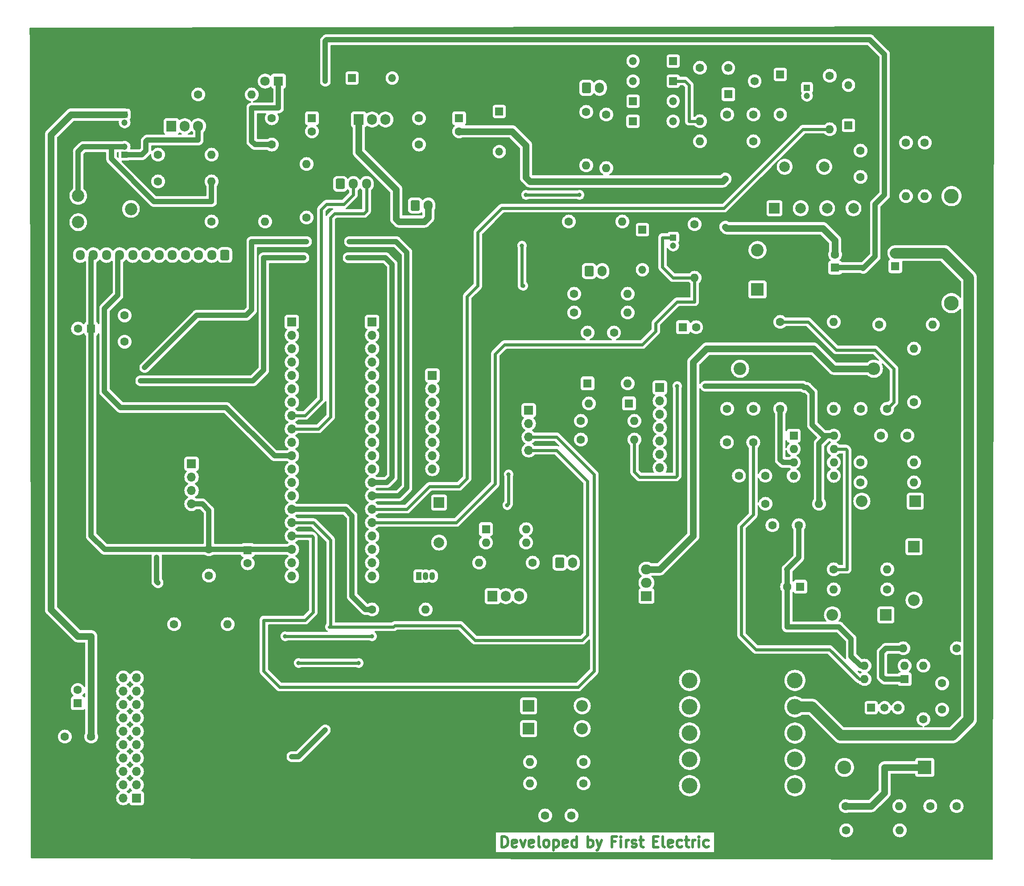
<source format=gbr>
%TF.GenerationSoftware,KiCad,Pcbnew,(6.99.0-1031-g46d719ed42)*%
%TF.CreationDate,2022-03-30T16:51:23+01:00*%
%TF.ProjectId,EnAcess PCB,456e4163-6573-4732-9050-43422e6b6963,rev?*%
%TF.SameCoordinates,Original*%
%TF.FileFunction,Copper,L1,Top*%
%TF.FilePolarity,Positive*%
%FSLAX46Y46*%
G04 Gerber Fmt 4.6, Leading zero omitted, Abs format (unit mm)*
G04 Created by KiCad (PCBNEW (6.99.0-1031-g46d719ed42)) date 2022-03-30 16:51:23*
%MOMM*%
%LPD*%
G01*
G04 APERTURE LIST*
G04 Aperture macros list*
%AMRoundRect*
0 Rectangle with rounded corners*
0 $1 Rounding radius*
0 $2 $3 $4 $5 $6 $7 $8 $9 X,Y pos of 4 corners*
0 Add a 4 corners polygon primitive as box body*
4,1,4,$2,$3,$4,$5,$6,$7,$8,$9,$2,$3,0*
0 Add four circle primitives for the rounded corners*
1,1,$1+$1,$2,$3*
1,1,$1+$1,$4,$5*
1,1,$1+$1,$6,$7*
1,1,$1+$1,$8,$9*
0 Add four rect primitives between the rounded corners*
20,1,$1+$1,$2,$3,$4,$5,0*
20,1,$1+$1,$4,$5,$6,$7,0*
20,1,$1+$1,$6,$7,$8,$9,0*
20,1,$1+$1,$8,$9,$2,$3,0*%
G04 Aperture macros list end*
%ADD10C,0.500000*%
%TA.AperFunction,NonConductor*%
%ADD11C,0.500000*%
%TD*%
%TA.AperFunction,ComponentPad*%
%ADD12RoundRect,0.250000X-0.600000X-0.750000X0.600000X-0.750000X0.600000X0.750000X-0.600000X0.750000X0*%
%TD*%
%TA.AperFunction,ComponentPad*%
%ADD13O,1.700000X2.000000*%
%TD*%
%TA.AperFunction,ComponentPad*%
%ADD14R,1.700000X1.700000*%
%TD*%
%TA.AperFunction,ComponentPad*%
%ADD15O,1.700000X1.700000*%
%TD*%
%TA.AperFunction,ComponentPad*%
%ADD16C,1.600000*%
%TD*%
%TA.AperFunction,ComponentPad*%
%ADD17O,1.600000X1.600000*%
%TD*%
%TA.AperFunction,ComponentPad*%
%ADD18R,1.600000X1.600000*%
%TD*%
%TA.AperFunction,ComponentPad*%
%ADD19R,1.200000X1.200000*%
%TD*%
%TA.AperFunction,ComponentPad*%
%ADD20C,1.200000*%
%TD*%
%TA.AperFunction,ComponentPad*%
%ADD21R,2.000000X1.905000*%
%TD*%
%TA.AperFunction,ComponentPad*%
%ADD22O,2.000000X1.905000*%
%TD*%
%TA.AperFunction,ComponentPad*%
%ADD23R,1.500000X1.500000*%
%TD*%
%TA.AperFunction,ComponentPad*%
%ADD24C,1.500000*%
%TD*%
%TA.AperFunction,ComponentPad*%
%ADD25R,1.050000X1.500000*%
%TD*%
%TA.AperFunction,ComponentPad*%
%ADD26O,1.050000X1.500000*%
%TD*%
%TA.AperFunction,ComponentPad*%
%ADD27C,2.340000*%
%TD*%
%TA.AperFunction,ComponentPad*%
%ADD28RoundRect,0.250000X0.600000X0.725000X-0.600000X0.725000X-0.600000X-0.725000X0.600000X-0.725000X0*%
%TD*%
%TA.AperFunction,ComponentPad*%
%ADD29O,1.700000X1.950000*%
%TD*%
%TA.AperFunction,ComponentPad*%
%ADD30C,3.000000*%
%TD*%
%TA.AperFunction,ComponentPad*%
%ADD31O,1.500000X1.500000*%
%TD*%
%TA.AperFunction,ComponentPad*%
%ADD32R,2.200000X2.200000*%
%TD*%
%TA.AperFunction,ComponentPad*%
%ADD33O,2.200000X2.200000*%
%TD*%
%TA.AperFunction,ComponentPad*%
%ADD34C,2.000000*%
%TD*%
%TA.AperFunction,ComponentPad*%
%ADD35R,1.560000X1.560000*%
%TD*%
%TA.AperFunction,ComponentPad*%
%ADD36C,1.560000*%
%TD*%
%TA.AperFunction,ComponentPad*%
%ADD37R,1.905000X2.000000*%
%TD*%
%TA.AperFunction,ComponentPad*%
%ADD38O,1.905000X2.000000*%
%TD*%
%TA.AperFunction,ComponentPad*%
%ADD39C,2.800000*%
%TD*%
%TA.AperFunction,ComponentPad*%
%ADD40O,2.800000X2.800000*%
%TD*%
%TA.AperFunction,ComponentPad*%
%ADD41R,1.800000X1.800000*%
%TD*%
%TA.AperFunction,ComponentPad*%
%ADD42C,1.800000*%
%TD*%
%TA.AperFunction,ComponentPad*%
%ADD43C,2.400000*%
%TD*%
%TA.AperFunction,ComponentPad*%
%ADD44O,2.400000X2.400000*%
%TD*%
%TA.AperFunction,ComponentPad*%
%ADD45RoundRect,0.250000X-0.600000X-0.725000X0.600000X-0.725000X0.600000X0.725000X-0.600000X0.725000X0*%
%TD*%
%TA.AperFunction,ComponentPad*%
%ADD46R,2.000000X2.000000*%
%TD*%
%TA.AperFunction,ComponentPad*%
%ADD47R,2.400000X2.400000*%
%TD*%
%TA.AperFunction,ComponentPad*%
%ADD48O,2.600000X2.600000*%
%TD*%
%TA.AperFunction,ComponentPad*%
%ADD49R,2.600000X2.600000*%
%TD*%
%TA.AperFunction,ViaPad*%
%ADD50C,0.800000*%
%TD*%
%TA.AperFunction,Conductor*%
%ADD51C,1.300000*%
%TD*%
%TA.AperFunction,Conductor*%
%ADD52C,2.000000*%
%TD*%
%TA.AperFunction,Conductor*%
%ADD53C,1.000000*%
%TD*%
%TA.AperFunction,Conductor*%
%ADD54C,0.600000*%
%TD*%
%TA.AperFunction,Conductor*%
%ADD55C,0.999998*%
%TD*%
%TA.AperFunction,Conductor*%
%ADD56C,0.599948*%
%TD*%
G04 APERTURE END LIST*
D10*
D11*
X103882093Y-170322761D02*
X103882093Y-168322761D01*
X103882093Y-168322761D02*
X104358283Y-168322761D01*
X104358283Y-168322761D02*
X104643998Y-168418000D01*
X104643998Y-168418000D02*
X104834474Y-168608476D01*
X104834474Y-168608476D02*
X104929712Y-168798952D01*
X104929712Y-168798952D02*
X105024950Y-169179904D01*
X105024950Y-169179904D02*
X105024950Y-169465619D01*
X105024950Y-169465619D02*
X104929712Y-169846571D01*
X104929712Y-169846571D02*
X104834474Y-170037047D01*
X104834474Y-170037047D02*
X104643998Y-170227523D01*
X104643998Y-170227523D02*
X104358283Y-170322761D01*
X104358283Y-170322761D02*
X103882093Y-170322761D01*
X106643998Y-170227523D02*
X106453522Y-170322761D01*
X106453522Y-170322761D02*
X106072569Y-170322761D01*
X106072569Y-170322761D02*
X105882093Y-170227523D01*
X105882093Y-170227523D02*
X105786855Y-170037047D01*
X105786855Y-170037047D02*
X105786855Y-169275142D01*
X105786855Y-169275142D02*
X105882093Y-169084666D01*
X105882093Y-169084666D02*
X106072569Y-168989428D01*
X106072569Y-168989428D02*
X106453522Y-168989428D01*
X106453522Y-168989428D02*
X106643998Y-169084666D01*
X106643998Y-169084666D02*
X106739236Y-169275142D01*
X106739236Y-169275142D02*
X106739236Y-169465619D01*
X106739236Y-169465619D02*
X105786855Y-169656095D01*
X107405903Y-168989428D02*
X107882093Y-170322761D01*
X107882093Y-170322761D02*
X108358284Y-168989428D01*
X109882094Y-170227523D02*
X109691618Y-170322761D01*
X109691618Y-170322761D02*
X109310665Y-170322761D01*
X109310665Y-170322761D02*
X109120189Y-170227523D01*
X109120189Y-170227523D02*
X109024951Y-170037047D01*
X109024951Y-170037047D02*
X109024951Y-169275142D01*
X109024951Y-169275142D02*
X109120189Y-169084666D01*
X109120189Y-169084666D02*
X109310665Y-168989428D01*
X109310665Y-168989428D02*
X109691618Y-168989428D01*
X109691618Y-168989428D02*
X109882094Y-169084666D01*
X109882094Y-169084666D02*
X109977332Y-169275142D01*
X109977332Y-169275142D02*
X109977332Y-169465619D01*
X109977332Y-169465619D02*
X109024951Y-169656095D01*
X111120189Y-170322761D02*
X110929713Y-170227523D01*
X110929713Y-170227523D02*
X110834475Y-170037047D01*
X110834475Y-170037047D02*
X110834475Y-168322761D01*
X112167808Y-170322761D02*
X111977332Y-170227523D01*
X111977332Y-170227523D02*
X111882094Y-170132285D01*
X111882094Y-170132285D02*
X111786856Y-169941809D01*
X111786856Y-169941809D02*
X111786856Y-169370380D01*
X111786856Y-169370380D02*
X111882094Y-169179904D01*
X111882094Y-169179904D02*
X111977332Y-169084666D01*
X111977332Y-169084666D02*
X112167808Y-168989428D01*
X112167808Y-168989428D02*
X112453523Y-168989428D01*
X112453523Y-168989428D02*
X112643999Y-169084666D01*
X112643999Y-169084666D02*
X112739237Y-169179904D01*
X112739237Y-169179904D02*
X112834475Y-169370380D01*
X112834475Y-169370380D02*
X112834475Y-169941809D01*
X112834475Y-169941809D02*
X112739237Y-170132285D01*
X112739237Y-170132285D02*
X112643999Y-170227523D01*
X112643999Y-170227523D02*
X112453523Y-170322761D01*
X112453523Y-170322761D02*
X112167808Y-170322761D01*
X113691618Y-168989428D02*
X113691618Y-170989428D01*
X113691618Y-169084666D02*
X113882094Y-168989428D01*
X113882094Y-168989428D02*
X114263047Y-168989428D01*
X114263047Y-168989428D02*
X114453523Y-169084666D01*
X114453523Y-169084666D02*
X114548761Y-169179904D01*
X114548761Y-169179904D02*
X114643999Y-169370380D01*
X114643999Y-169370380D02*
X114643999Y-169941809D01*
X114643999Y-169941809D02*
X114548761Y-170132285D01*
X114548761Y-170132285D02*
X114453523Y-170227523D01*
X114453523Y-170227523D02*
X114263047Y-170322761D01*
X114263047Y-170322761D02*
X113882094Y-170322761D01*
X113882094Y-170322761D02*
X113691618Y-170227523D01*
X116263047Y-170227523D02*
X116072571Y-170322761D01*
X116072571Y-170322761D02*
X115691618Y-170322761D01*
X115691618Y-170322761D02*
X115501142Y-170227523D01*
X115501142Y-170227523D02*
X115405904Y-170037047D01*
X115405904Y-170037047D02*
X115405904Y-169275142D01*
X115405904Y-169275142D02*
X115501142Y-169084666D01*
X115501142Y-169084666D02*
X115691618Y-168989428D01*
X115691618Y-168989428D02*
X116072571Y-168989428D01*
X116072571Y-168989428D02*
X116263047Y-169084666D01*
X116263047Y-169084666D02*
X116358285Y-169275142D01*
X116358285Y-169275142D02*
X116358285Y-169465619D01*
X116358285Y-169465619D02*
X115405904Y-169656095D01*
X118072571Y-170322761D02*
X118072571Y-168322761D01*
X118072571Y-170227523D02*
X117882095Y-170322761D01*
X117882095Y-170322761D02*
X117501142Y-170322761D01*
X117501142Y-170322761D02*
X117310666Y-170227523D01*
X117310666Y-170227523D02*
X117215428Y-170132285D01*
X117215428Y-170132285D02*
X117120190Y-169941809D01*
X117120190Y-169941809D02*
X117120190Y-169370380D01*
X117120190Y-169370380D02*
X117215428Y-169179904D01*
X117215428Y-169179904D02*
X117310666Y-169084666D01*
X117310666Y-169084666D02*
X117501142Y-168989428D01*
X117501142Y-168989428D02*
X117882095Y-168989428D01*
X117882095Y-168989428D02*
X118072571Y-169084666D01*
X120224952Y-170322761D02*
X120224952Y-168322761D01*
X120224952Y-169084666D02*
X120415428Y-168989428D01*
X120415428Y-168989428D02*
X120796381Y-168989428D01*
X120796381Y-168989428D02*
X120986857Y-169084666D01*
X120986857Y-169084666D02*
X121082095Y-169179904D01*
X121082095Y-169179904D02*
X121177333Y-169370380D01*
X121177333Y-169370380D02*
X121177333Y-169941809D01*
X121177333Y-169941809D02*
X121082095Y-170132285D01*
X121082095Y-170132285D02*
X120986857Y-170227523D01*
X120986857Y-170227523D02*
X120796381Y-170322761D01*
X120796381Y-170322761D02*
X120415428Y-170322761D01*
X120415428Y-170322761D02*
X120224952Y-170227523D01*
X121844000Y-168989428D02*
X122320190Y-170322761D01*
X122796381Y-168989428D02*
X122320190Y-170322761D01*
X122320190Y-170322761D02*
X122129714Y-170798952D01*
X122129714Y-170798952D02*
X122034476Y-170894190D01*
X122034476Y-170894190D02*
X121844000Y-170989428D01*
X125424953Y-169275142D02*
X124758286Y-169275142D01*
X124758286Y-170322761D02*
X124758286Y-168322761D01*
X124758286Y-168322761D02*
X125710667Y-168322761D01*
X126472572Y-170322761D02*
X126472572Y-168989428D01*
X126472572Y-168322761D02*
X126377334Y-168418000D01*
X126377334Y-168418000D02*
X126472572Y-168513238D01*
X126472572Y-168513238D02*
X126567810Y-168418000D01*
X126567810Y-168418000D02*
X126472572Y-168322761D01*
X126472572Y-168322761D02*
X126472572Y-168513238D01*
X127424953Y-170322761D02*
X127424953Y-168989428D01*
X127424953Y-169370380D02*
X127520191Y-169179904D01*
X127520191Y-169179904D02*
X127615429Y-169084666D01*
X127615429Y-169084666D02*
X127805905Y-168989428D01*
X127805905Y-168989428D02*
X127996382Y-168989428D01*
X128567810Y-170227523D02*
X128758286Y-170322761D01*
X128758286Y-170322761D02*
X129139238Y-170322761D01*
X129139238Y-170322761D02*
X129329715Y-170227523D01*
X129329715Y-170227523D02*
X129424953Y-170037047D01*
X129424953Y-170037047D02*
X129424953Y-169941809D01*
X129424953Y-169941809D02*
X129329715Y-169751333D01*
X129329715Y-169751333D02*
X129139238Y-169656095D01*
X129139238Y-169656095D02*
X128853524Y-169656095D01*
X128853524Y-169656095D02*
X128663048Y-169560857D01*
X128663048Y-169560857D02*
X128567810Y-169370380D01*
X128567810Y-169370380D02*
X128567810Y-169275142D01*
X128567810Y-169275142D02*
X128663048Y-169084666D01*
X128663048Y-169084666D02*
X128853524Y-168989428D01*
X128853524Y-168989428D02*
X129139238Y-168989428D01*
X129139238Y-168989428D02*
X129329715Y-169084666D01*
X129996382Y-168989428D02*
X130758286Y-168989428D01*
X130282096Y-168322761D02*
X130282096Y-170037047D01*
X130282096Y-170037047D02*
X130377334Y-170227523D01*
X130377334Y-170227523D02*
X130567810Y-170322761D01*
X130567810Y-170322761D02*
X130758286Y-170322761D01*
X132624953Y-169275142D02*
X133291620Y-169275142D01*
X133577334Y-170322761D02*
X132624953Y-170322761D01*
X132624953Y-170322761D02*
X132624953Y-168322761D01*
X132624953Y-168322761D02*
X133577334Y-168322761D01*
X134720191Y-170322761D02*
X134529715Y-170227523D01*
X134529715Y-170227523D02*
X134434477Y-170037047D01*
X134434477Y-170037047D02*
X134434477Y-168322761D01*
X136244001Y-170227523D02*
X136053525Y-170322761D01*
X136053525Y-170322761D02*
X135672572Y-170322761D01*
X135672572Y-170322761D02*
X135482096Y-170227523D01*
X135482096Y-170227523D02*
X135386858Y-170037047D01*
X135386858Y-170037047D02*
X135386858Y-169275142D01*
X135386858Y-169275142D02*
X135482096Y-169084666D01*
X135482096Y-169084666D02*
X135672572Y-168989428D01*
X135672572Y-168989428D02*
X136053525Y-168989428D01*
X136053525Y-168989428D02*
X136244001Y-169084666D01*
X136244001Y-169084666D02*
X136339239Y-169275142D01*
X136339239Y-169275142D02*
X136339239Y-169465619D01*
X136339239Y-169465619D02*
X135386858Y-169656095D01*
X138053525Y-170227523D02*
X137863049Y-170322761D01*
X137863049Y-170322761D02*
X137482096Y-170322761D01*
X137482096Y-170322761D02*
X137291620Y-170227523D01*
X137291620Y-170227523D02*
X137196382Y-170132285D01*
X137196382Y-170132285D02*
X137101144Y-169941809D01*
X137101144Y-169941809D02*
X137101144Y-169370380D01*
X137101144Y-169370380D02*
X137196382Y-169179904D01*
X137196382Y-169179904D02*
X137291620Y-169084666D01*
X137291620Y-169084666D02*
X137482096Y-168989428D01*
X137482096Y-168989428D02*
X137863049Y-168989428D01*
X137863049Y-168989428D02*
X138053525Y-169084666D01*
X138624954Y-168989428D02*
X139386858Y-168989428D01*
X138910668Y-168322761D02*
X138910668Y-170037047D01*
X138910668Y-170037047D02*
X139005906Y-170227523D01*
X139005906Y-170227523D02*
X139196382Y-170322761D01*
X139196382Y-170322761D02*
X139386858Y-170322761D01*
X140053525Y-170322761D02*
X140053525Y-168989428D01*
X140053525Y-169370380D02*
X140148763Y-169179904D01*
X140148763Y-169179904D02*
X140244001Y-169084666D01*
X140244001Y-169084666D02*
X140434477Y-168989428D01*
X140434477Y-168989428D02*
X140624954Y-168989428D01*
X141291620Y-170322761D02*
X141291620Y-168989428D01*
X141291620Y-168322761D02*
X141196382Y-168418000D01*
X141196382Y-168418000D02*
X141291620Y-168513238D01*
X141291620Y-168513238D02*
X141386858Y-168418000D01*
X141386858Y-168418000D02*
X141291620Y-168322761D01*
X141291620Y-168322761D02*
X141291620Y-168513238D01*
X143101144Y-170227523D02*
X142910668Y-170322761D01*
X142910668Y-170322761D02*
X142529715Y-170322761D01*
X142529715Y-170322761D02*
X142339239Y-170227523D01*
X142339239Y-170227523D02*
X142244001Y-170132285D01*
X142244001Y-170132285D02*
X142148763Y-169941809D01*
X142148763Y-169941809D02*
X142148763Y-169370380D01*
X142148763Y-169370380D02*
X142244001Y-169179904D01*
X142244001Y-169179904D02*
X142339239Y-169084666D01*
X142339239Y-169084666D02*
X142529715Y-168989428D01*
X142529715Y-168989428D02*
X142910668Y-168989428D01*
X142910668Y-168989428D02*
X143101144Y-169084666D01*
D12*
%TO.P,J13,1,Pin_1*%
%TO.N,GND*%
X87396000Y-48506500D03*
D13*
%TO.P,J13,2,Pin_2*%
%TO.N,Net-(D19-K)*%
X89895999Y-48506499D03*
%TD*%
D14*
%TO.P,J12,1,Pin_1*%
%TO.N,GND*%
X44957999Y-97545999D03*
D15*
%TO.P,J12,2,Pin_2*%
%TO.N,Net-(J5-Pin_14)*%
X44957999Y-100085999D03*
%TO.P,J12,3,Pin_3*%
%TO.N,Net-(J5-Pin_13)*%
X44957999Y-102625999D03*
%TO.P,J12,4,Pin_4*%
%TO.N,+5V*%
X44957999Y-105165999D03*
%TD*%
D16*
%TO.P,R38,1*%
%TO.N,Net-(D19-K)*%
X169164000Y-162560000D03*
D17*
%TO.P,R38,2*%
%TO.N,Net-(C17-Pad1)*%
X179323999Y-162559999D03*
%TD*%
D16*
%TO.P,R37,1*%
%TO.N,Net-(D19-K)*%
X169242000Y-167146000D03*
D17*
%TO.P,R37,2*%
%TO.N,Net-(C17-Pad1)*%
X179401999Y-167145999D03*
%TD*%
D16*
%TO.P,C17,2*%
%TO.N,Net-(D11-+)*%
X190206000Y-162560000D03*
%TO.P,C17,1*%
%TO.N,Net-(C17-Pad1)*%
X185206000Y-162560000D03*
%TD*%
D17*
%TO.P,R31,2*%
%TO.N,Net-(Q3-S)*%
X166877999Y-87121999D03*
D16*
%TO.P,R31,1*%
%TO.N,Net-(C16-Pad2)*%
X156718000Y-87122000D03*
%TD*%
%TO.P,C15,1*%
%TO.N,Net-(J4-Pin_10)*%
X25908000Y-149352000D03*
%TO.P,C15,2*%
%TO.N,GND*%
X20908000Y-149352000D03*
%TD*%
%TO.P,R24,1*%
%TO.N,Net-(U6-REF)*%
X184150000Y-36576000D03*
D17*
%TO.P,R24,2*%
%TO.N,Net-(D19-K)*%
X184149999Y-46735999D03*
%TD*%
D16*
%TO.P,C20,2*%
%TO.N,GND*%
X67818000Y-34433000D03*
D18*
%TO.P,C20,1*%
%TO.N,Net-(D19-K)*%
X67817999Y-31932999D03*
%TD*%
D19*
%TO.P,C2,1*%
%TO.N,Net-(D3-A)*%
X136397999Y-54609999D03*
D20*
%TO.P,C2,2*%
%TO.N,GND*%
X136398000Y-56110000D03*
%TD*%
D14*
%TO.P,J6,1,Pin_1*%
%TO.N,Net-(J6-Pin_1)*%
X64002999Y-70616999D03*
D15*
%TO.P,J6,2,Pin_2*%
%TO.N,Net-(J2-Pin_3)*%
X64002999Y-73156999D03*
%TO.P,J6,3,Pin_3*%
%TO.N,Net-(J2-Pin_4)*%
X64002999Y-75696999D03*
%TO.P,J6,4,Pin_4*%
%TO.N,Net-(J2-Pin_5)*%
X64002999Y-78236999D03*
%TO.P,J6,5,Pin_5*%
%TO.N,Net-(J2-Pin_6)*%
X64002999Y-80776999D03*
%TO.P,J6,6,Pin_6*%
%TO.N,Net-(J4-Pin_14)*%
X64002999Y-83316999D03*
%TO.P,J6,7,Pin_7*%
%TO.N,Net-(J4-Pin_15)*%
X64002999Y-85856999D03*
%TO.P,J6,8,Pin_8*%
%TO.N,Net-(J6-Pin_8)*%
X64002999Y-88396999D03*
%TO.P,J6,9,Pin_9*%
%TO.N,Net-(J6-Pin_9)*%
X64002999Y-90936999D03*
%TO.P,J6,10,Pin_10*%
%TO.N,Net-(J2-Pin_7)*%
X64002999Y-93476999D03*
%TO.P,J6,11,Pin_11*%
%TO.N,Net-(J2-Pin_9)*%
X64002999Y-96016999D03*
%TO.P,J6,12,Pin_12*%
%TO.N,unconnected-(J6-Pin_12)*%
X64002999Y-98556999D03*
%TO.P,J6,13,Pin_13*%
%TO.N,unconnected-(J6-Pin_13)*%
X64002999Y-101096999D03*
%TO.P,J6,14,Pin_14*%
%TO.N,Net-(J6-Pin_14)*%
X64002999Y-103636999D03*
%TO.P,J6,15,Pin_15*%
%TO.N,Net-(J6-Pin_15)*%
X64002999Y-106176999D03*
%TO.P,J6,16,Pin_16*%
%TO.N,Net-(J1-Pin_4)*%
X64002999Y-108716999D03*
%TO.P,J6,17,Pin_17*%
%TO.N,Net-(J1-Pin_3)*%
X64002999Y-111256999D03*
%TO.P,J6,18,Pin_18*%
%TO.N,+5V*%
X64002999Y-113796999D03*
%TO.P,J6,19,Pin_19*%
%TO.N,GND*%
X64002999Y-116336999D03*
%TO.P,J6,20,Pin_20*%
%TO.N,unconnected-(J6-Pin_20)*%
X64002999Y-118876999D03*
%TD*%
D18*
%TO.P,C26,1*%
%TO.N,Net-(D17-K)*%
X160527999Y-120903999D03*
D16*
%TO.P,C26,2*%
%TO.N,Net-(D11--)*%
X158028000Y-120904000D03*
%TD*%
%TO.P,R5,1*%
%TO.N,Net-(R5-Pad1)*%
X141478000Y-22352000D03*
D17*
%TO.P,R5,2*%
%TO.N,Net-(D5-A)*%
X141477999Y-32511999D03*
%TD*%
D16*
%TO.P,C8,1*%
%TO.N,Net-(D19-K)*%
X60198000Y-31933000D03*
%TO.P,C8,2*%
%TO.N,GND*%
X60198000Y-36933000D03*
%TD*%
%TO.P,TH1,1*%
%TO.N,Net-(J8-Pin_2)*%
X171958000Y-38100000D03*
%TO.P,TH1,2*%
%TO.N,Net-(C10-Pad2)*%
X171958000Y-43100000D03*
%TD*%
D21*
%TO.P,Q3,1,G*%
%TO.N,Net-(D13-K)*%
X131317999Y-122681999D03*
D22*
%TO.P,Q3,2,D*%
%TO.N,Net-(D15-A)*%
X131317999Y-120141999D03*
%TO.P,Q3,3,S*%
%TO.N,Net-(Q3-S)*%
X131317999Y-117601999D03*
%TD*%
D16*
%TO.P,R16,1*%
%TO.N,GND*%
X140462000Y-52070000D03*
D17*
%TO.P,R16,2*%
%TO.N,Net-(D3-A)*%
X140461999Y-62229999D03*
%TD*%
D16*
%TO.P,R11,1*%
%TO.N,Net-(R11-Pad1)*%
X109728000Y-116332000D03*
D17*
%TO.P,R11,2*%
%TO.N,Net-(Q1-B)*%
X99567999Y-116331999D03*
%TD*%
D16*
%TO.P,R17,1*%
%TO.N,Net-(J9-Pin_1)*%
X66802000Y-50800000D03*
D17*
%TO.P,R17,2*%
%TO.N,GND*%
X66801999Y-40639999D03*
%TD*%
D23*
%TO.P,U6,1,REF*%
%TO.N,Net-(U6-REF)*%
X173989999Y-143869999D03*
D24*
%TO.P,U6,2,A*%
%TO.N,GND*%
X176530000Y-143870000D03*
%TO.P,U6,3,K*%
%TO.N,Net-(U6-K)*%
X179070000Y-143870000D03*
%TD*%
D16*
%TO.P,C27,1*%
%TO.N,Net-(D11-+)*%
X117094000Y-164338000D03*
%TO.P,C27,2*%
%TO.N,Net-(D15-K)*%
X112094000Y-164338000D03*
%TD*%
D14*
%TO.P,J1,1,Pin_1*%
%TO.N,GND*%
X108965999Y-87375999D03*
D15*
%TO.P,J1,2,Pin_2*%
%TO.N,+5V*%
X108965999Y-89915999D03*
%TO.P,J1,3,Pin_3*%
%TO.N,Net-(J1-Pin_3)*%
X108965999Y-92455999D03*
%TO.P,J1,4,Pin_4*%
%TO.N,Net-(J1-Pin_4)*%
X108965999Y-94995999D03*
%TD*%
D18*
%TO.P,D12,1,K*%
%TO.N,Net-(D12-K)*%
X128015999Y-86105999D03*
D17*
%TO.P,D12,2,A*%
%TO.N,Net-(D12-A)*%
X120395999Y-86105999D03*
%TD*%
D25*
%TO.P,Q2,1,C*%
%TO.N,Net-(BZ1-+)*%
X88137999Y-118871999D03*
D26*
%TO.P,Q2,2,B*%
%TO.N,Net-(Q2-B)*%
X89407999Y-118871999D03*
%TO.P,Q2,3,E*%
%TO.N,GND*%
X90677999Y-118871999D03*
%TD*%
D16*
%TO.P,R23,1*%
%TO.N,Net-(D17-A)*%
X182118000Y-85852000D03*
D17*
%TO.P,R23,2*%
%TO.N,Net-(R22-Pad1)*%
X182117999Y-75691999D03*
%TD*%
D16*
%TO.P,R34,1*%
%TO.N,Net-(D12-A)*%
X118872000Y-89408000D03*
D17*
%TO.P,R34,2*%
%TO.N,Net-(D12-K)*%
X129031999Y-89407999D03*
%TD*%
D27*
%TO.P,RV2,1,1*%
%TO.N,+5V*%
X23448000Y-51672000D03*
%TO.P,RV2,2,2*%
%TO.N,Net-(J2-Pin_10)*%
X33448000Y-49172000D03*
%TO.P,RV2,3,3*%
%TO.N,GND*%
X23448000Y-46672000D03*
%TD*%
D18*
%TO.P,C5,1*%
%TO.N,+5V*%
X25907999Y-71881999D03*
D16*
%TO.P,C5,2*%
%TO.N,GND*%
X23408000Y-71882000D03*
%TD*%
D28*
%TO.P,J2,1,Pin_1*%
%TO.N,GND*%
X51308000Y-57919500D03*
D29*
%TO.P,J2,2,Pin_2*%
%TO.N,Net-(J2-Pin_2)*%
X48807999Y-57919499D03*
%TO.P,J2,3,Pin_3*%
%TO.N,Net-(J2-Pin_3)*%
X46307999Y-57919499D03*
%TO.P,J2,4,Pin_4*%
%TO.N,Net-(J2-Pin_4)*%
X43807999Y-57919499D03*
%TO.P,J2,5,Pin_5*%
%TO.N,Net-(J2-Pin_5)*%
X41307999Y-57919499D03*
%TO.P,J2,6,Pin_6*%
%TO.N,Net-(J2-Pin_6)*%
X38807999Y-57919499D03*
%TO.P,J2,7,Pin_7*%
%TO.N,Net-(J2-Pin_7)*%
X36307999Y-57919499D03*
%TO.P,J2,8,Pin_8*%
%TO.N,GND*%
X33807999Y-57919499D03*
%TO.P,J2,9,Pin_9*%
%TO.N,Net-(J2-Pin_9)*%
X31307999Y-57919499D03*
%TO.P,J2,10,Pin_10*%
%TO.N,Net-(J2-Pin_10)*%
X28807999Y-57919499D03*
%TO.P,J2,11,Pin_11*%
%TO.N,+5V*%
X26307999Y-57919499D03*
%TO.P,J2,12,Pin_12*%
%TO.N,GND*%
X23807999Y-57919499D03*
%TD*%
D30*
%TO.P,TR1,1*%
%TO.N,Net-(D11-+)*%
X159512000Y-138684000D03*
%TO.P,TR1,2*%
%TO.N,GND*%
X159512000Y-143684000D03*
%TO.P,TR1,3*%
%TO.N,Net-(D11--)*%
X159512000Y-148684000D03*
%TO.P,TR1,4*%
%TO.N,Net-(D14-A)*%
X159512000Y-153684000D03*
%TO.P,TR1,5*%
%TO.N,Net-(D15-A)*%
X159512000Y-158684000D03*
%TO.P,TR1,6*%
%TO.N,Net-(D11-+)*%
X139512000Y-158684000D03*
%TO.P,TR1,7*%
%TO.N,N/C*%
X139512000Y-153684000D03*
%TO.P,TR1,8*%
X139512000Y-148684000D03*
%TO.P,TR1,9*%
X139512000Y-143684000D03*
%TO.P,TR1,10*%
%TO.N,Net-(D11--)*%
X139512000Y-138684000D03*
%TD*%
D16*
%TO.P,C12,1*%
%TO.N,Net-(D8-K)*%
X151638000Y-31242000D03*
%TO.P,C12,2*%
%TO.N,GND*%
X146638000Y-31242000D03*
%TD*%
%TO.P,R27,1*%
%TO.N,Net-(D11--)*%
X156718000Y-70612000D03*
D17*
%TO.P,R27,2*%
%TO.N,Net-(D11-+)*%
X166877999Y-70611999D03*
%TD*%
D23*
%TO.P,D4,1,K*%
%TO.N,Net-(D4-K)*%
X169671999Y-33278999D03*
D31*
%TO.P,D4,2,A*%
%TO.N,GND*%
X169671999Y-25658999D03*
%TD*%
D18*
%TO.P,C31,1*%
%TO.N,Net-(D12-A)*%
X138240887Y-71627999D03*
D16*
%TO.P,C31,2*%
%TO.N,Net-(D11--)*%
X140740888Y-71628000D03*
%TD*%
D19*
%TO.P,C21,1*%
%TO.N,Net-(D19-K)*%
X32257999Y-38861999D03*
D20*
%TO.P,C21,2*%
%TO.N,GND*%
X32258000Y-37362000D03*
%TD*%
D18*
%TO.P,C4,1*%
%TO.N,+5V*%
X95757999Y-31932999D03*
D16*
%TO.P,C4,2*%
%TO.N,GND*%
X95758000Y-34433000D03*
%TD*%
%TO.P,C23,1*%
%TO.N,Net-(D17-K)*%
X175848000Y-92202000D03*
%TO.P,C23,2*%
%TO.N,Net-(D11--)*%
X180848000Y-92202000D03*
%TD*%
%TO.P,R19,1*%
%TO.N,Net-(U6-REF)*%
X180594000Y-36576000D03*
D17*
%TO.P,R19,2*%
%TO.N,GND*%
X180593999Y-46735999D03*
%TD*%
D32*
%TO.P,D14,1,K*%
%TO.N,Net-(D14-K)*%
X176783999Y-126237999D03*
D33*
%TO.P,D14,2,A*%
%TO.N,Net-(D14-A)*%
X166623999Y-126237999D03*
%TD*%
D32*
%TO.P,D16,1,K*%
%TO.N,Net-(D15-K)*%
X108965999Y-143509999D03*
D33*
%TO.P,D16,2,A*%
%TO.N,Net-(D15-A)*%
X119125999Y-143509999D03*
%TD*%
D16*
%TO.P,R36,1*%
%TO.N,Net-(D19-K)*%
X190246000Y-132588000D03*
D17*
%TO.P,R36,2*%
%TO.N,Net-(R36-Pad2)*%
X180085999Y-132587999D03*
%TD*%
D19*
%TO.P,C29,1*%
%TO.N,Net-(D8-K)*%
X161797999Y-26161999D03*
D20*
%TO.P,C29,2*%
%TO.N,GND*%
X161798000Y-27662000D03*
%TD*%
D12*
%TO.P,J8,1,Pin_1*%
%TO.N,Net-(J8-Pin_1)*%
X119928000Y-26162000D03*
D13*
%TO.P,J8,2,Pin_2*%
%TO.N,Net-(J8-Pin_2)*%
X122427999Y-26161999D03*
%TD*%
D34*
%TO.P,C10,1*%
%TO.N,Net-(J8-Pin_1)*%
X165060000Y-41148000D03*
%TO.P,C10,2*%
%TO.N,Net-(C10-Pad2)*%
X157560000Y-41148000D03*
%TD*%
D16*
%TO.P,R28,1*%
%TO.N,Net-(D11--)*%
X171958000Y-101092000D03*
D17*
%TO.P,R28,2*%
%TO.N,Net-(D13-K)*%
X182117999Y-101091999D03*
%TD*%
D23*
%TO.P,D2,1,K*%
%TO.N,Net-(D19-K)*%
X75432999Y-24312999D03*
D31*
%TO.P,D2,2,A*%
%TO.N,+5V*%
X83052999Y-24312999D03*
%TD*%
D23*
%TO.P,D7,1,K*%
%TO.N,+5V*%
X136397999Y-24891999D03*
D31*
%TO.P,D7,2,A*%
%TO.N,Net-(D5-K)*%
X128777999Y-24891999D03*
%TD*%
D16*
%TO.P,R33,1*%
%TO.N,Net-(C7-Pad1)*%
X183896000Y-146050000D03*
D17*
%TO.P,R33,2*%
%TO.N,Net-(U6-K)*%
X183895999Y-135889999D03*
%TD*%
D35*
%TO.P,RV1,1,1*%
%TO.N,+5V*%
X146857999Y-27391999D03*
D36*
%TO.P,RV1,2,2*%
%TO.N,Net-(D8-K)*%
X151858000Y-24892000D03*
%TO.P,RV1,3,3*%
%TO.N,Net-(R5-Pad1)*%
X146858000Y-22392000D03*
%TD*%
D32*
%TO.P,D13,1,K*%
%TO.N,Net-(D13-K)*%
X182371999Y-104647999D03*
D33*
%TO.P,D13,2,A*%
%TO.N,Net-(D11--)*%
X172211999Y-104647999D03*
%TD*%
D12*
%TO.P,J10,1,Pin_1*%
%TO.N,Net-(J10-Pin_1)*%
X120416000Y-60952500D03*
D13*
%TO.P,J10,2,Pin_2*%
%TO.N,Net-(D3-K)*%
X122915999Y-60952499D03*
%TD*%
D18*
%TO.P,UC3843,1,COMP*%
%TO.N,Net-(D18-A)*%
X159267999Y-92211999D03*
D17*
%TO.P,UC3843,2,FB*%
%TO.N,Net-(D11--)*%
X159267999Y-94751999D03*
%TO.P,UC3843,3,CS*%
%TO.N,Net-(C16-Pad2)*%
X159267999Y-97291999D03*
%TO.P,UC3843,4,RC*%
%TO.N,Net-(U1-RC)*%
X159267999Y-99831999D03*
%TO.P,UC3843,5,GND*%
%TO.N,Net-(D11--)*%
X166887999Y-99831999D03*
%TO.P,UC3843,6,OUT*%
%TO.N,Net-(U1-OUT)*%
X166887999Y-97291999D03*
%TO.P,UC3843,7,VCC*%
%TO.N,Net-(D17-K)*%
X166887999Y-94751999D03*
%TO.P,UC3843,8,VREF*%
%TO.N,Net-(D12-K)*%
X166887999Y-92211999D03*
%TD*%
D23*
%TO.P,D3,1,K*%
%TO.N,Net-(D3-K)*%
X130555999Y-53085999D03*
D31*
%TO.P,D3,2,A*%
%TO.N,Net-(D3-A)*%
X130555999Y-60705999D03*
%TD*%
D16*
%TO.P,R1,1*%
%TO.N,Net-(J6-Pin_15)*%
X79248000Y-125222000D03*
D17*
%TO.P,R1,2*%
%TO.N,Net-(Q2-B)*%
X89407999Y-125221999D03*
%TD*%
D16*
%TO.P,C11,1*%
%TO.N,+5V*%
X48260000Y-113792000D03*
%TO.P,C11,2*%
%TO.N,GND*%
X48260000Y-118792000D03*
%TD*%
%TO.P,R8,1*%
%TO.N,Net-(J8-Pin_1)*%
X119888000Y-30734000D03*
D17*
%TO.P,R8,2*%
%TO.N,Net-(D10-A)*%
X119887999Y-40893999D03*
%TD*%
D16*
%TO.P,R29,1*%
%TO.N,Net-(U1-OUT)*%
X171958000Y-97282000D03*
D17*
%TO.P,R29,2*%
%TO.N,Net-(D13-K)*%
X182117999Y-97281999D03*
%TD*%
D16*
%TO.P,R20,1*%
%TO.N,Net-(D11-+)*%
X119380000Y-158242000D03*
D17*
%TO.P,R20,2*%
%TO.N,Net-(D15-K)*%
X109219999Y-158241999D03*
%TD*%
D16*
%TO.P,R9,1*%
%TO.N,Net-(D8-K)*%
X166116000Y-23876000D03*
D17*
%TO.P,R9,2*%
%TO.N,Net-(D4-K)*%
X166115999Y-34035999D03*
%TD*%
D37*
%TO.P,Q1,1,B*%
%TO.N,Net-(Q1-B)*%
X102107999Y-122681999D03*
D38*
%TO.P,Q1,2,C*%
%TO.N,Net-(J7-Pin_1)*%
X104647999Y-122681999D03*
%TO.P,Q1,3,E*%
%TO.N,GND*%
X107187999Y-122681999D03*
%TD*%
D12*
%TO.P,J7,1,Pin_1*%
%TO.N,Net-(J7-Pin_1)*%
X114828000Y-116324500D03*
D13*
%TO.P,J7,2,Pin_2*%
%TO.N,Net-(D19-K)*%
X117327999Y-116324499D03*
%TD*%
D39*
%TO.P,R18,1*%
%TO.N,GND*%
X189230000Y-46736000D03*
D40*
%TO.P,R18,2*%
%TO.N,Net-(D19-K)*%
X189229999Y-67055999D03*
%TD*%
D41*
%TO.P,D1,1,K*%
%TO.N,GND*%
X61467999Y-24891999D03*
D42*
%TO.P,D1,2,A*%
%TO.N,Net-(D1-A)*%
X58928000Y-24892000D03*
%TD*%
D16*
%TO.P,R6,1*%
%TO.N,Net-(J10-Pin_1)*%
X116586000Y-51562000D03*
D17*
%TO.P,R6,2*%
%TO.N,Net-(D3-K)*%
X126745999Y-51561999D03*
%TD*%
D16*
%TO.P,R3,1*%
%TO.N,Net-(D19-K)*%
X46228000Y-27432000D03*
D17*
%TO.P,R3,2*%
%TO.N,Net-(D1-A)*%
X56387999Y-27431999D03*
%TD*%
D18*
%TO.P,C3,1*%
%TO.N,Net-(J4-Pin_10)*%
X23367999Y-143001999D03*
D16*
%TO.P,C3,2*%
%TO.N,GND*%
X23368000Y-140502000D03*
%TD*%
D23*
%TO.P,D9,1,K*%
%TO.N,Net-(D10-A)*%
X128772999Y-28701999D03*
D31*
%TO.P,D9,2,A*%
%TO.N,Net-(D5-A)*%
X136392999Y-28701999D03*
%TD*%
D14*
%TO.P,J11,1,Pin_1*%
%TO.N,unconnected-(J11-Pin_1)*%
X133857999Y-83057999D03*
D15*
%TO.P,J11,2,Pin_2*%
%TO.N,unconnected-(J11-Pin_2)*%
X133857999Y-85597999D03*
%TO.P,J11,3,Pin_3*%
%TO.N,unconnected-(J11-Pin_3)*%
X133857999Y-88137999D03*
%TO.P,J11,4,Pin_4*%
%TO.N,unconnected-(J11-Pin_4)*%
X133857999Y-90677999D03*
%TO.P,J11,5,Pin_5*%
%TO.N,unconnected-(J11-Pin_5)*%
X133857999Y-93217999D03*
%TO.P,J11,6,Pin_6*%
%TO.N,unconnected-(J11-Pin_6)*%
X133857999Y-95757999D03*
%TO.P,J11,7,Pin_7*%
%TO.N,unconnected-(J11-Pin_7)*%
X133857999Y-98297999D03*
%TD*%
D16*
%TO.P,C22,1*%
%TO.N,Net-(U1-RC)*%
X155234000Y-109220000D03*
%TO.P,C22,2*%
%TO.N,Net-(D11--)*%
X160234000Y-109220000D03*
%TD*%
D43*
%TO.P,R30,1*%
%TO.N,Net-(D11--)*%
X149098000Y-79502000D03*
D44*
%TO.P,R30,2*%
%TO.N,Net-(Q3-S)*%
X174497999Y-79501999D03*
%TD*%
D32*
%TO.P,D17,1,K*%
%TO.N,Net-(D17-K)*%
X182117999Y-113283999D03*
D33*
%TO.P,D17,2,A*%
%TO.N,Net-(D17-A)*%
X182117999Y-123443999D03*
%TD*%
D16*
%TO.P,R4,1*%
%TO.N,Net-(J6-Pin_14)*%
X41656000Y-128016000D03*
D17*
%TO.P,R4,2*%
%TO.N,Net-(R4-Pad2)*%
X51815999Y-128015999D03*
%TD*%
D18*
%TO.P,U4,1*%
%TO.N,Net-(R36-Pad2)*%
X180329999Y-138434999D03*
D17*
%TO.P,U4,2*%
%TO.N,Net-(U6-K)*%
X180329999Y-135894999D03*
%TO.P,U4,3*%
%TO.N,Net-(D11--)*%
X172709999Y-135894999D03*
%TO.P,U4,4*%
%TO.N,Net-(D18-A)*%
X172709999Y-138434999D03*
%TD*%
D37*
%TO.P,U5,1,ADJ*%
%TO.N,Net-(U5-ADJ)*%
X41147999Y-33456999D03*
D38*
%TO.P,U5,2,VO*%
%TO.N,Net-(J4-Pin_10)*%
X43687999Y-33456999D03*
%TO.P,U5,3,VI*%
%TO.N,Net-(D19-K)*%
X46227999Y-33456999D03*
%TD*%
D16*
%TO.P,R15,1*%
%TO.N,Net-(J10-Pin_1)*%
X117602000Y-68834000D03*
D17*
%TO.P,R15,2*%
%TO.N,GND*%
X127761999Y-68833999D03*
%TD*%
D16*
%TO.P,R32,1*%
%TO.N,Net-(U1-RC)*%
X153924000Y-105156000D03*
D17*
%TO.P,R32,2*%
%TO.N,Net-(D12-K)*%
X164083999Y-105155999D03*
%TD*%
D23*
%TO.P,D10,1,K*%
%TO.N,+5V*%
X136392999Y-21081999D03*
D31*
%TO.P,D10,2,A*%
%TO.N,Net-(D10-A)*%
X128772999Y-21081999D03*
%TD*%
D16*
%TO.P,R14,1*%
%TO.N,Net-(U5-ADJ)*%
X38608000Y-43942000D03*
D17*
%TO.P,R14,2*%
%TO.N,GND*%
X48767999Y-43941999D03*
%TD*%
D16*
%TO.P,C24,1*%
%TO.N,Net-(D11--)*%
X146598000Y-93472000D03*
%TO.P,C24,2*%
%TO.N,Net-(D18-A)*%
X151598000Y-93472000D03*
%TD*%
D32*
%TO.P,D15,1,K*%
%TO.N,Net-(D15-K)*%
X108965999Y-147827999D03*
D33*
%TO.P,D15,2,A*%
%TO.N,Net-(D15-A)*%
X119125999Y-147827999D03*
%TD*%
D16*
%TO.P,C25,1*%
%TO.N,Net-(D12-K)*%
X171998000Y-87122000D03*
%TO.P,C25,2*%
%TO.N,Net-(D11--)*%
X176998000Y-87122000D03*
%TD*%
%TO.P,R25,1*%
%TO.N,Net-(D17-K)*%
X166878000Y-117602000D03*
D17*
%TO.P,R25,2*%
%TO.N,Net-(D14-K)*%
X177037999Y-117601999D03*
%TD*%
D45*
%TO.P,J9,1,Pin_1*%
%TO.N,Net-(J9-Pin_1)*%
X73192000Y-44404000D03*
D29*
%TO.P,J9,2,Pin_2*%
%TO.N,Net-(J6-Pin_8)*%
X75691999Y-44403999D03*
%TO.P,J9,3,Pin_3*%
%TO.N,Net-(J6-Pin_9)*%
X78191999Y-44403999D03*
%TD*%
D16*
%TO.P,R12,1*%
%TO.N,Net-(J10-Pin_1)*%
X117602000Y-65278000D03*
D17*
%TO.P,R12,2*%
%TO.N,+5V*%
X127761999Y-65277999D03*
%TD*%
D18*
%TO.P,C30,1*%
%TO.N,Net-(D19-K)*%
X178561999Y-60045676D03*
D16*
%TO.P,C30,2*%
%TO.N,GND*%
X178562000Y-57545677D03*
%TD*%
D18*
%TO.P,U3,1*%
%TO.N,Net-(R4-Pad2)*%
X100847999Y-109976999D03*
D17*
%TO.P,U3,2*%
%TO.N,GND*%
X100847999Y-112516999D03*
%TO.P,U3,3*%
%TO.N,Net-(R11-Pad1)*%
X108467999Y-112516999D03*
%TO.P,U3,4*%
%TO.N,+5V*%
X108467999Y-109976999D03*
%TD*%
D16*
%TO.P,R26,1*%
%TO.N,Net-(D14-K)*%
X177038000Y-121412000D03*
D17*
%TO.P,R26,2*%
%TO.N,Net-(D17-K)*%
X166877999Y-121411999D03*
%TD*%
D19*
%TO.P,C19,1*%
%TO.N,Net-(J4-Pin_10)*%
X32257999Y-31241999D03*
D20*
%TO.P,C19,2*%
%TO.N,GND*%
X32258000Y-32742000D03*
%TD*%
D37*
%TO.P,U2,1,IN*%
%TO.N,Net-(D19-K)*%
X76707999Y-32186999D03*
D38*
%TO.P,U2,2,GND*%
%TO.N,GND*%
X79247999Y-32186999D03*
%TO.P,U2,3,OUT*%
%TO.N,+5V*%
X81787999Y-32186999D03*
%TD*%
D23*
%TO.P,D6,1,K*%
%TO.N,+5V*%
X103377999Y-30657999D03*
D31*
%TO.P,D6,2,A*%
%TO.N,GND*%
X103377999Y-38277999D03*
%TD*%
D15*
%TO.P,J4,20,Pin_20*%
%TO.N,unconnected-(J4-Pin_20)*%
X32003999Y-138175999D03*
%TO.P,J4,19,Pin_19*%
%TO.N,unconnected-(J4-Pin_19)*%
X34543999Y-138175999D03*
%TO.P,J4,18,Pin_18*%
%TO.N,unconnected-(J4-Pin_18)*%
X32003999Y-140715999D03*
%TO.P,J4,17,Pin_17*%
%TO.N,unconnected-(J4-Pin_17)*%
X34543999Y-140715999D03*
%TO.P,J4,16,Pin_16*%
%TO.N,unconnected-(J4-Pin_16)*%
X32003999Y-143255999D03*
%TO.P,J4,15,Pin_15*%
%TO.N,Net-(J4-Pin_15)*%
X34543999Y-143255999D03*
%TO.P,J4,14,Pin_14*%
%TO.N,Net-(J4-Pin_14)*%
X32003999Y-145795999D03*
%TO.P,J4,13,Pin_13*%
%TO.N,unconnected-(J4-Pin_13)*%
X34543999Y-145795999D03*
%TO.P,J4,12,Pin_12*%
%TO.N,unconnected-(J4-Pin_12)*%
X32003999Y-148335999D03*
%TO.P,J4,11,Pin_11*%
%TO.N,unconnected-(J4-Pin_11)*%
X34543999Y-148335999D03*
%TO.P,J4,10,Pin_10*%
%TO.N,Net-(J4-Pin_10)*%
X32003999Y-150875999D03*
%TO.P,J4,9,Pin_9*%
%TO.N,unconnected-(J4-Pin_9)*%
X34543999Y-150875999D03*
%TO.P,J4,8,Pin_8*%
%TO.N,unconnected-(J4-Pin_8)*%
X32003999Y-153415999D03*
%TO.P,J4,7,Pin_7*%
%TO.N,+5V*%
X34543999Y-153415999D03*
%TO.P,J4,6,Pin_6*%
%TO.N,unconnected-(J4-Pin_6)*%
X32003999Y-155955999D03*
%TO.P,J4,5,Pin_5*%
%TO.N,GND*%
X34543999Y-155955999D03*
%TO.P,J4,4,Pin_4*%
%TO.N,unconnected-(J4-Pin_4)*%
X32003999Y-158495999D03*
%TO.P,J4,3,Pin_3*%
%TO.N,unconnected-(J4-Pin_3)*%
X34543999Y-158495999D03*
%TO.P,J4,2,Pin_2*%
%TO.N,unconnected-(J4-Pin_2)*%
X32003999Y-161035999D03*
D14*
%TO.P,J4,1,Pin_1*%
%TO.N,unconnected-(J4-Pin_1)*%
X34543999Y-161035999D03*
%TD*%
D23*
%TO.P,D5,1,K*%
%TO.N,Net-(D5-K)*%
X128767999Y-32511999D03*
D31*
%TO.P,D5,2,A*%
%TO.N,Net-(D5-A)*%
X136387999Y-32511999D03*
%TD*%
D18*
%TO.P,C6,1*%
%TO.N,+5V*%
X55625999Y-113944322D03*
D16*
%TO.P,C6,2*%
%TO.N,GND*%
X55626000Y-116444323D03*
%TD*%
D46*
%TO.P,D11,1,-*%
%TO.N,Net-(D11--)*%
X155610499Y-49039499D03*
D34*
%TO.P,D11,2*%
%TO.N,Net-(C10-Pad2)*%
X160610500Y-49039500D03*
%TO.P,D11,3*%
%TO.N,Net-(J8-Pin_1)*%
X165610500Y-49039500D03*
%TO.P,D11,4,+*%
%TO.N,Net-(D11-+)*%
X170610500Y-49039500D03*
%TD*%
D23*
%TO.P,D8,1,K*%
%TO.N,Net-(D8-K)*%
X156717999Y-23621999D03*
D31*
%TO.P,D8,2,A*%
%TO.N,GND*%
X156717999Y-31241999D03*
%TD*%
D16*
%TO.P,C14,1*%
%TO.N,+5V*%
X88138000Y-31933000D03*
%TO.P,C14,2*%
%TO.N,GND*%
X88138000Y-36933000D03*
%TD*%
%TO.P,C18,1*%
%TO.N,Net-(C16-Pad2)*%
X148884000Y-99822000D03*
%TO.P,C18,2*%
%TO.N,Net-(U1-RC)*%
X153884000Y-99822000D03*
%TD*%
D14*
%TO.P,J3,1,Pin_1*%
%TO.N,Net-(J3-Pin_1)*%
X90677999Y-80771999D03*
D15*
%TO.P,J3,2,Pin_2*%
%TO.N,Net-(J3-Pin_2)*%
X90677999Y-83311999D03*
%TO.P,J3,3,Pin_3*%
%TO.N,Net-(J3-Pin_3)*%
X90677999Y-85851999D03*
%TO.P,J3,4,Pin_4*%
%TO.N,Net-(J3-Pin_4)*%
X90677999Y-88391999D03*
%TO.P,J3,5,Pin_5*%
%TO.N,Net-(J3-Pin_5)*%
X90677999Y-90931999D03*
%TO.P,J3,6,Pin_6*%
%TO.N,Net-(J3-Pin_6)*%
X90677999Y-93471999D03*
%TO.P,J3,7,Pin_7*%
%TO.N,Net-(J3-Pin_7)*%
X90677999Y-96011999D03*
%TO.P,J3,8,Pin_8*%
%TO.N,Net-(J3-Pin_8)*%
X90677999Y-98551999D03*
%TD*%
D18*
%TO.P,D18,1,K*%
%TO.N,Net-(D12-A)*%
X120141999Y-82295999D03*
D17*
%TO.P,D18,2,A*%
%TO.N,Net-(D18-A)*%
X127761999Y-82295999D03*
%TD*%
D16*
%TO.P,R35,1*%
%TO.N,Net-(D18-A)*%
X118872000Y-92964000D03*
D17*
%TO.P,R35,2*%
%TO.N,Net-(D12-K)*%
X129031999Y-92963999D03*
%TD*%
D16*
%TO.P,C13,1*%
%TO.N,+5V*%
X32258000Y-74382000D03*
%TO.P,C13,2*%
%TO.N,GND*%
X32258000Y-69382000D03*
%TD*%
D47*
%TO.P,C9,1*%
%TO.N,Net-(D11-+)*%
X152399999Y-64455266D03*
D43*
%TO.P,C9,2*%
%TO.N,Net-(D11--)*%
X152400000Y-56955267D03*
%TD*%
D16*
%TO.P,R2,1*%
%TO.N,Net-(J2-Pin_2)*%
X48768000Y-51562000D03*
D17*
%TO.P,R2,2*%
%TO.N,Net-(J6-Pin_1)*%
X58927999Y-51561999D03*
%TD*%
D16*
%TO.P,R13,1*%
%TO.N,Net-(U5-ADJ)*%
X38608000Y-38862000D03*
D17*
%TO.P,R13,2*%
%TO.N,Net-(J4-Pin_10)*%
X48767999Y-38861999D03*
%TD*%
D16*
%TO.P,C7,1*%
%TO.N,Net-(C7-Pad1)*%
X187452000Y-144232000D03*
%TO.P,C7,2*%
%TO.N,Net-(U6-REF)*%
X187452000Y-139232000D03*
%TD*%
%TO.P,C16,1*%
%TO.N,Net-(D11--)*%
X146638000Y-87122000D03*
%TO.P,C16,2*%
%TO.N,Net-(C16-Pad2)*%
X151638000Y-87122000D03*
%TD*%
%TO.P,R21,1*%
%TO.N,Net-(D11-+)*%
X119380000Y-154178000D03*
D17*
%TO.P,R21,2*%
%TO.N,Net-(D15-K)*%
X109219999Y-154177999D03*
%TD*%
D46*
%TO.P,BZ1,1,-*%
%TO.N,Net-(D19-K)*%
X91947999Y-104911999D03*
D34*
%TO.P,BZ1,2,+*%
%TO.N,Net-(BZ1-+)*%
X91948000Y-112512000D03*
%TD*%
D16*
%TO.P,R22,1*%
%TO.N,Net-(R22-Pad1)*%
X175514000Y-71120000D03*
D17*
%TO.P,R22,2*%
%TO.N,Net-(D11-+)*%
X185673999Y-71119999D03*
%TD*%
D16*
%TO.P,C1,1*%
%TO.N,Net-(J10-Pin_1)*%
X120142000Y-72644000D03*
%TO.P,C1,2*%
%TO.N,GND*%
X125142000Y-72644000D03*
%TD*%
%TO.P,R10,1*%
%TO.N,Net-(D8-K)*%
X151638000Y-36322000D03*
D17*
%TO.P,R10,2*%
%TO.N,Net-(D5-A)*%
X141477999Y-36321999D03*
%TD*%
D16*
%TO.P,R7,1*%
%TO.N,Net-(J8-Pin_2)*%
X123698000Y-31242000D03*
D17*
%TO.P,R7,2*%
%TO.N,Net-(D5-K)*%
X123697999Y-41401999D03*
%TD*%
D48*
%TO.P,D19,2,A*%
%TO.N,Net-(D11-+)*%
X168909999Y-155193999D03*
D49*
%TO.P,D19,1,K*%
%TO.N,Net-(D19-K)*%
X184149999Y-155193999D03*
%TD*%
D18*
%TO.P,C28,1*%
%TO.N,Net-(D19-K)*%
X167131999Y-60299676D03*
D16*
%TO.P,C28,2*%
%TO.N,GND*%
X167132000Y-57799677D03*
%TD*%
D14*
%TO.P,J5,1,Pin_1*%
%TO.N,unconnected-(J5-Pin_1)*%
X79242999Y-70616999D03*
D15*
%TO.P,J5,2,Pin_2*%
%TO.N,unconnected-(J5-Pin_2)*%
X79242999Y-73156999D03*
%TO.P,J5,3,Pin_3*%
%TO.N,unconnected-(J5-Pin_3)*%
X79242999Y-75696999D03*
%TO.P,J5,4,Pin_4*%
%TO.N,unconnected-(J5-Pin_4)*%
X79242999Y-78236999D03*
%TO.P,J5,5,Pin_5*%
%TO.N,Net-(J3-Pin_1)*%
X79242999Y-80776999D03*
%TO.P,J5,6,Pin_6*%
%TO.N,Net-(J3-Pin_2)*%
X79242999Y-83316999D03*
%TO.P,J5,7,Pin_7*%
%TO.N,Net-(J3-Pin_3)*%
X79242999Y-85856999D03*
%TO.P,J5,8,Pin_8*%
%TO.N,Net-(J3-Pin_4)*%
X79242999Y-88396999D03*
%TO.P,J5,9,Pin_9*%
%TO.N,Net-(J3-Pin_5)*%
X79242999Y-90936999D03*
%TO.P,J5,10,Pin_10*%
%TO.N,Net-(J3-Pin_6)*%
X79242999Y-93476999D03*
%TO.P,J5,11,Pin_11*%
%TO.N,Net-(J3-Pin_7)*%
X79242999Y-96016999D03*
%TO.P,J5,12,Pin_12*%
%TO.N,Net-(J3-Pin_8)*%
X79242999Y-98556999D03*
%TO.P,J5,13,Pin_13*%
%TO.N,Net-(J5-Pin_13)*%
X79242999Y-101096999D03*
%TO.P,J5,14,Pin_14*%
%TO.N,Net-(J5-Pin_14)*%
X79242999Y-103636999D03*
%TO.P,J5,15,Pin_15*%
%TO.N,Net-(D4-K)*%
X79242999Y-106176999D03*
%TO.P,J5,16,Pin_16*%
%TO.N,Net-(D3-A)*%
X79242999Y-108716999D03*
%TO.P,J5,17,Pin_17*%
%TO.N,unconnected-(J5-Pin_17)*%
X79242999Y-111256999D03*
%TO.P,J5,18,Pin_18*%
%TO.N,unconnected-(J5-Pin_18)*%
X79242999Y-113796999D03*
%TO.P,J5,19,Pin_19*%
%TO.N,unconnected-(J5-Pin_19)*%
X79242999Y-116336999D03*
%TO.P,J5,20,Pin_20*%
%TO.N,unconnected-(J5-Pin_20)*%
X79242999Y-118876999D03*
%TD*%
D50*
%TO.N,Net-(D12-K)*%
X137160000Y-82804000D03*
X142494000Y-82804000D03*
%TO.N,GND*%
X146304000Y-52578000D03*
X146304000Y-43434000D03*
%TO.N,Net-(J5-Pin_14)*%
X66802000Y-55372000D03*
X36068000Y-79248000D03*
X74930000Y-55372000D03*
%TO.N,Net-(J5-Pin_13)*%
X66294000Y-58420000D03*
X35306000Y-81788000D03*
X74676000Y-58420000D03*
%TO.N,Net-(J6-Pin_14)*%
X38354000Y-115316000D03*
X38608000Y-120142000D03*
%TO.N,Net-(D19-K)*%
X70358000Y-24892000D03*
X70358000Y-18542000D03*
%TO.N,GND*%
X118618000Y-46482000D03*
X76708000Y-135382000D03*
X108458000Y-46482000D03*
X65278000Y-135382000D03*
%TO.N,+5V*%
X105156000Y-99568000D03*
X107950000Y-63754000D03*
X104902000Y-105410000D03*
X107696000Y-56134000D03*
%TO.N,Net-(J4-Pin_14)*%
X70358000Y-148082000D03*
X64008000Y-153162000D03*
%TO.N,Net-(R4-Pad2)*%
X62738000Y-130302000D03*
X79248000Y-130302000D03*
%TD*%
D51*
%TO.N,GND*%
X95758000Y-34433000D02*
X105807000Y-34433000D01*
X105807000Y-34433000D02*
X108458000Y-37084000D01*
X108458000Y-37084000D02*
X108458000Y-43180000D01*
X108458000Y-43180000D02*
X109220000Y-43942000D01*
X109220000Y-43942000D02*
X145796000Y-43942000D01*
X145796000Y-43942000D02*
X146304000Y-43434000D01*
X146304000Y-52578000D02*
X146558000Y-52832000D01*
X146558000Y-52832000D02*
X164846000Y-52832000D01*
X164846000Y-52832000D02*
X167132000Y-55118000D01*
X167132000Y-55118000D02*
X167132000Y-57799677D01*
D52*
X162734000Y-143684000D02*
X168148000Y-149098000D01*
X168148000Y-149098000D02*
X189484000Y-149098000D01*
X192532000Y-62230000D02*
X187847677Y-57545677D01*
X189484000Y-149098000D02*
X192532000Y-146050000D01*
X192532000Y-146050000D02*
X192532000Y-62230000D01*
X187847677Y-57545677D02*
X178562000Y-57545677D01*
D53*
%TO.N,Net-(D19-K)*%
X172466000Y-60452000D02*
X174752000Y-58166000D01*
X173736000Y-17018000D02*
X70612000Y-17018000D01*
X174752000Y-58166000D02*
X174752000Y-48260000D01*
X174752000Y-48260000D02*
X176530000Y-46482000D01*
X176530000Y-46482000D02*
X176530000Y-19812000D01*
X70612000Y-17018000D02*
X70358000Y-17272000D01*
X176530000Y-19812000D02*
X173736000Y-17018000D01*
D51*
%TO.N,Net-(J4-Pin_10)*%
X25908000Y-149352000D02*
X25908000Y-130302000D01*
X25908000Y-130302000D02*
X23368000Y-130302000D01*
X23368000Y-130302000D02*
X18288000Y-125222000D01*
X18288000Y-35052000D02*
X22098000Y-31242000D01*
X18288000Y-125222000D02*
X18288000Y-35052000D01*
X22098000Y-31242000D02*
X32258000Y-31242000D01*
D53*
%TO.N,Net-(D19-K)*%
X36322000Y-36322000D02*
X36576000Y-36068000D01*
X32258000Y-38862000D02*
X35560000Y-38862000D01*
X35560000Y-38862000D02*
X36322000Y-38100000D01*
X36576000Y-36068000D02*
X46228000Y-36068000D01*
X36322000Y-38100000D02*
X36322000Y-36322000D01*
X46228000Y-36068000D02*
X46228000Y-33457000D01*
%TO.N,GND*%
X32258000Y-37362000D02*
X29742000Y-37362000D01*
X29742000Y-39648000D02*
X37846000Y-47752000D01*
X29742000Y-37362000D02*
X29742000Y-39648000D01*
X37846000Y-47752000D02*
X48768000Y-47752000D01*
X48768000Y-47752000D02*
X48768000Y-43942000D01*
X23448000Y-46672000D02*
X23448000Y-38274000D01*
X24360000Y-37362000D02*
X32258000Y-37362000D01*
X23448000Y-38274000D02*
X24360000Y-37362000D01*
D54*
%TO.N,Net-(J1-Pin_4)*%
X71374000Y-112014000D02*
X71374000Y-128270000D01*
X71374000Y-128270000D02*
X71120000Y-128524000D01*
X64003000Y-108717000D02*
X68077000Y-108717000D01*
X68077000Y-108717000D02*
X71374000Y-112014000D01*
X71120000Y-128524000D02*
X83312000Y-128524000D01*
X83312000Y-128524000D02*
X83566000Y-128270000D01*
X83566000Y-128270000D02*
X96012000Y-128270000D01*
X96012000Y-128270000D02*
X98806000Y-131064000D01*
X98806000Y-131064000D02*
X119126000Y-131064000D01*
X120142000Y-130048000D02*
X120142000Y-100838000D01*
X119126000Y-131064000D02*
X120142000Y-130048000D01*
X120142000Y-100838000D02*
X114300000Y-94996000D01*
X114300000Y-94996000D02*
X108966000Y-94996000D01*
%TO.N,Net-(J1-Pin_3)*%
X108966000Y-92456000D02*
X114300000Y-92456000D01*
X68072000Y-111506000D02*
X67823000Y-111257000D01*
X114300000Y-92456000D02*
X121412000Y-99568000D01*
X121412000Y-99568000D02*
X121412000Y-136906000D01*
X118364000Y-139954000D02*
X61722000Y-139954000D01*
X121412000Y-136906000D02*
X118364000Y-139954000D01*
X61722000Y-139954000D02*
X58674000Y-136906000D01*
X58674000Y-136906000D02*
X58674000Y-127254000D01*
X67823000Y-111257000D02*
X64003000Y-111257000D01*
X66548000Y-127254000D02*
X68072000Y-125730000D01*
X68072000Y-125730000D02*
X68072000Y-111506000D01*
X58674000Y-127254000D02*
X66548000Y-127254000D01*
D53*
%TO.N,Net-(D12-K)*%
X166888000Y-92212000D02*
X164856000Y-92212000D01*
X161036000Y-82804000D02*
X142494000Y-82804000D01*
X164856000Y-92212000D02*
X162814000Y-90170000D01*
X162814000Y-90170000D02*
X162814000Y-84074000D01*
X162814000Y-84074000D02*
X161798000Y-83058000D01*
X161798000Y-83058000D02*
X161290000Y-83058000D01*
X161290000Y-83058000D02*
X161036000Y-82804000D01*
D54*
X129032000Y-92964000D02*
X129032000Y-99060000D01*
X137160000Y-99822000D02*
X137160000Y-82804000D01*
X129032000Y-99060000D02*
X130048000Y-100076000D01*
X130048000Y-100076000D02*
X136906000Y-100076000D01*
X136906000Y-100076000D02*
X137160000Y-99822000D01*
D53*
%TO.N,Net-(C16-Pad2)*%
X159268000Y-97292000D02*
X157236000Y-97292000D01*
X157236000Y-97292000D02*
X156718000Y-96774000D01*
X156718000Y-96774000D02*
X156718000Y-87122000D01*
D51*
%TO.N,Net-(D19-K)*%
X89896000Y-48506500D02*
X89896000Y-50820000D01*
X89896000Y-50820000D02*
X89154000Y-51562000D01*
X89154000Y-51562000D02*
X84328000Y-51562000D01*
X84328000Y-51562000D02*
X83820000Y-51054000D01*
X83820000Y-51054000D02*
X83820000Y-45466000D01*
X83820000Y-45466000D02*
X76708000Y-38354000D01*
X76708000Y-38354000D02*
X76708000Y-32187000D01*
D53*
%TO.N,Net-(J5-Pin_13)*%
X83058000Y-100076000D02*
X83058000Y-59690000D01*
X83058000Y-59690000D02*
X81788000Y-58420000D01*
X81788000Y-58420000D02*
X74676000Y-58420000D01*
X79243000Y-101097000D02*
X82037000Y-101097000D01*
X82037000Y-101097000D02*
X83058000Y-100076000D01*
D54*
%TO.N,Net-(J6-Pin_9)*%
X64003000Y-90937000D02*
X69083000Y-90937000D01*
X69083000Y-90937000D02*
X71374000Y-88646000D01*
X72136000Y-50038000D02*
X77724000Y-50038000D01*
X78192000Y-49570000D02*
X78192000Y-44404000D01*
X71374000Y-88646000D02*
X71374000Y-50800000D01*
X71374000Y-50800000D02*
X72136000Y-50038000D01*
X77724000Y-50038000D02*
X78192000Y-49570000D01*
D55*
%TO.N,Net-(D19-K)*%
X70358000Y-18542000D02*
X70358000Y-17272000D01*
D53*
X167132000Y-60299677D02*
X172313677Y-60299677D01*
%TO.N,Net-(J5-Pin_14)*%
X56388000Y-55372000D02*
X66802000Y-55372000D01*
X45974000Y-69342000D02*
X55372000Y-69342000D01*
X36068000Y-79248000D02*
X45974000Y-69342000D01*
X55372000Y-69342000D02*
X56388000Y-68326000D01*
X56388000Y-68326000D02*
X56388000Y-55372000D01*
X79243000Y-103637000D02*
X84323000Y-103637000D01*
X84323000Y-103637000D02*
X85852000Y-102108000D01*
X85852000Y-102108000D02*
X85852000Y-57404000D01*
X85852000Y-57404000D02*
X83820000Y-55372000D01*
X83820000Y-55372000D02*
X74930000Y-55372000D01*
%TO.N,Net-(J5-Pin_13)*%
X66294000Y-58420000D02*
X58674000Y-58420000D01*
X56642000Y-81788000D02*
X58674000Y-79756000D01*
X58674000Y-79756000D02*
X58674000Y-58420000D01*
X35306000Y-81788000D02*
X56642000Y-81788000D01*
D54*
%TO.N,Net-(D4-K)*%
X79243000Y-106177000D02*
X85847000Y-106177000D01*
X161036000Y-34036000D02*
X166116000Y-34036000D01*
X85847000Y-106177000D02*
X90170000Y-101854000D01*
X90170000Y-101854000D02*
X95758000Y-101854000D01*
X95758000Y-101854000D02*
X97282000Y-100330000D01*
X97282000Y-100330000D02*
X97282000Y-65786000D01*
X97282000Y-65786000D02*
X99314000Y-63754000D01*
X99314000Y-63754000D02*
X99314000Y-53594000D01*
X99314000Y-53594000D02*
X103886000Y-49022000D01*
X103886000Y-49022000D02*
X146050000Y-49022000D01*
X146050000Y-49022000D02*
X161036000Y-34036000D01*
D53*
%TO.N,+5V*%
X47000000Y-105166000D02*
X48260000Y-106426000D01*
X44958000Y-105166000D02*
X47000000Y-105166000D01*
X48260000Y-106426000D02*
X48260000Y-113792000D01*
%TO.N,Net-(J2-Pin_9)*%
X31308000Y-57919500D02*
X30988000Y-58239500D01*
X30988000Y-58239500D02*
X30988000Y-65532000D01*
X30988000Y-65532000D02*
X28448000Y-68072000D01*
X28448000Y-68072000D02*
X28448000Y-83820000D01*
X28448000Y-83820000D02*
X31496000Y-86868000D01*
X31496000Y-86868000D02*
X51562000Y-86868000D01*
X51562000Y-86868000D02*
X60711000Y-96017000D01*
X60711000Y-96017000D02*
X64003000Y-96017000D01*
%TO.N,Net-(J6-Pin_14)*%
X38354000Y-115316000D02*
X38354000Y-119888000D01*
X38354000Y-119888000D02*
X38608000Y-120142000D01*
D51*
%TO.N,Net-(D19-K)*%
X176530000Y-160020000D02*
X176530000Y-155194000D01*
X176530000Y-155194000D02*
X184150000Y-155194000D01*
X169164000Y-162560000D02*
X173990000Y-162560000D01*
X173990000Y-162560000D02*
X176530000Y-160020000D01*
D55*
X70358000Y-18542000D02*
X70358000Y-24892000D01*
D53*
%TO.N,GND*%
X61468000Y-29972000D02*
X56388000Y-29972000D01*
X56388000Y-29972000D02*
X56388000Y-36322000D01*
X61468000Y-24892000D02*
X61468000Y-29972000D01*
X56999000Y-36933000D02*
X60198000Y-36933000D01*
X56388000Y-36322000D02*
X56999000Y-36933000D01*
D56*
X65278000Y-135382000D02*
X76708000Y-135382000D01*
X108458000Y-46482000D02*
X118618000Y-46482000D01*
D54*
%TO.N,+5V*%
X139446000Y-32512000D02*
X141478000Y-32512000D01*
D53*
X25908000Y-71882000D02*
X25908000Y-58319500D01*
D54*
X107696000Y-56134000D02*
X107696000Y-63754000D01*
X138684000Y-24892000D02*
X139446000Y-25654000D01*
D53*
X25908000Y-71882000D02*
X25908000Y-111252000D01*
X25908000Y-111252000D02*
X28453000Y-113797000D01*
D54*
X105156000Y-105156000D02*
X104902000Y-105410000D01*
D53*
X28453000Y-113797000D02*
X64003000Y-113797000D01*
D54*
X139446000Y-25654000D02*
X139446000Y-32512000D01*
X136398000Y-24892000D02*
X138684000Y-24892000D01*
X105156000Y-99568000D02*
X105156000Y-105156000D01*
D53*
X25908000Y-58319500D02*
X26308000Y-57919500D01*
%TO.N,Net-(J4-Pin_14)*%
X65278000Y-153162000D02*
X70358000Y-148082000D01*
X64008000Y-153162000D02*
X65278000Y-153162000D01*
D54*
%TO.N,Net-(J6-Pin_8)*%
X75692000Y-46482000D02*
X75692000Y-44404000D01*
X69596000Y-85344000D02*
X69596000Y-49276000D01*
X69596000Y-49276000D02*
X70612000Y-48260000D01*
X66543000Y-88397000D02*
X69596000Y-85344000D01*
X64003000Y-88397000D02*
X66543000Y-88397000D01*
X70612000Y-48260000D02*
X73914000Y-48260000D01*
X73914000Y-48260000D02*
X75692000Y-46482000D01*
D53*
%TO.N,Net-(J6-Pin_15)*%
X75438000Y-107442000D02*
X75438000Y-122682000D01*
X75438000Y-122682000D02*
X77978000Y-125222000D01*
X74173000Y-106177000D02*
X75438000Y-107442000D01*
X64003000Y-106177000D02*
X74173000Y-106177000D01*
X77978000Y-125222000D02*
X79248000Y-125222000D01*
D56*
%TO.N,Net-(R4-Pad2)*%
X62738000Y-130302000D02*
X79248000Y-130302000D01*
D54*
%TO.N,Net-(D3-A)*%
X130556000Y-74930000D02*
X133096000Y-72390000D01*
X104394000Y-74930000D02*
X130556000Y-74930000D01*
X102616000Y-101346000D02*
X102616000Y-76708000D01*
X137160000Y-66802000D02*
X140462000Y-66802000D01*
X95245000Y-108717000D02*
X102616000Y-101346000D01*
X133096000Y-72390000D02*
X133096000Y-70866000D01*
X140462000Y-62230000D02*
X136398000Y-62230000D01*
X134366000Y-60198000D02*
X134366000Y-54610000D01*
X133096000Y-70866000D02*
X137160000Y-66802000D01*
X79243000Y-108717000D02*
X95245000Y-108717000D01*
X140462000Y-66802000D02*
X140462000Y-62230000D01*
X134366000Y-54610000D02*
X136398000Y-54610000D01*
X102616000Y-76708000D02*
X104394000Y-74930000D01*
X136398000Y-62230000D02*
X134366000Y-60198000D01*
D53*
%TO.N,Net-(D11--)*%
X170180000Y-130810000D02*
X170180000Y-134112000D01*
X171963000Y-135895000D02*
X172710000Y-135895000D01*
X170180000Y-134112000D02*
X171963000Y-135895000D01*
D54*
X162052000Y-70612000D02*
X156718000Y-70612000D01*
D53*
X158068000Y-128524000D02*
X167894000Y-128524000D01*
X157988000Y-117602000D02*
X158028000Y-117642000D01*
D54*
X167386000Y-75946000D02*
X162052000Y-70612000D01*
D53*
X158028000Y-120904000D02*
X158028000Y-128564000D01*
X158028000Y-128564000D02*
X158068000Y-128524000D01*
D54*
X178268000Y-85852000D02*
X178308000Y-85852000D01*
X178308000Y-85852000D02*
X178308000Y-79502000D01*
X176998000Y-87122000D02*
X178268000Y-85852000D01*
D53*
X160234000Y-109220000D02*
X160234000Y-115356000D01*
D54*
X174752000Y-75946000D02*
X167386000Y-75946000D01*
D53*
X167894000Y-128524000D02*
X170180000Y-130810000D01*
D54*
X178308000Y-79502000D02*
X174752000Y-75946000D01*
D53*
X158028000Y-117642000D02*
X158028000Y-120904000D01*
X160234000Y-115356000D02*
X157988000Y-117602000D01*
D51*
%TO.N,Net-(Q3-S)*%
X133858000Y-117602000D02*
X140208000Y-111252000D01*
X166878000Y-79502000D02*
X174498000Y-79502000D01*
X140208000Y-78232000D02*
X142748000Y-75692000D01*
X163068000Y-75692000D02*
X166878000Y-79502000D01*
X142748000Y-75692000D02*
X163068000Y-75692000D01*
X131318000Y-117602000D02*
X133858000Y-117602000D01*
X140208000Y-111252000D02*
X140208000Y-78232000D01*
D53*
%TO.N,Net-(D12-K)*%
X165598000Y-92212000D02*
X166888000Y-92212000D01*
X164084000Y-105156000D02*
X164084000Y-93726000D01*
X164084000Y-93726000D02*
X165598000Y-92212000D01*
D54*
%TO.N,Net-(D18-A)*%
X152146000Y-132842000D02*
X166116000Y-132842000D01*
X171709000Y-138435000D02*
X172710000Y-138435000D01*
X151598000Y-107228000D02*
X149352000Y-109474000D01*
X151598000Y-93472000D02*
X151598000Y-107228000D01*
X149352000Y-130048000D02*
X152146000Y-132842000D01*
X166116000Y-132842000D02*
X171709000Y-138435000D01*
X149352000Y-109474000D02*
X149352000Y-130048000D01*
%TO.N,Net-(D17-K)*%
X169418000Y-117602000D02*
X166878000Y-117602000D01*
X169418000Y-94996000D02*
X169418000Y-117602000D01*
X169174000Y-94752000D02*
X169418000Y-94996000D01*
X166888000Y-94752000D02*
X169174000Y-94752000D01*
D53*
%TO.N,Net-(R36-Pad2)*%
X180330000Y-138435000D02*
X176535000Y-138435000D01*
X176535000Y-138435000D02*
X176022000Y-137922000D01*
X176784000Y-132588000D02*
X176022000Y-133350000D01*
X180086000Y-132588000D02*
X176784000Y-132588000D01*
X176022000Y-133350000D02*
X176022000Y-137922000D01*
D52*
%TO.N,GND*%
X159512000Y-143684000D02*
X162734000Y-143684000D01*
%TD*%
%TA.AperFunction,NonConductor*%
G36*
X42736902Y-34617692D02*
G01*
X42753907Y-34628848D01*
X42882052Y-34728588D01*
X42882060Y-34728593D01*
X42886170Y-34731792D01*
X42890749Y-34734270D01*
X42890752Y-34734272D01*
X43054128Y-34822686D01*
X43104519Y-34872699D01*
X43119871Y-34942016D01*
X43095310Y-35008629D01*
X43038635Y-35051389D01*
X42994159Y-35059500D01*
X42522744Y-35059500D01*
X42454623Y-35039498D01*
X42408130Y-34985842D01*
X42398026Y-34915568D01*
X42427520Y-34850988D01*
X42447233Y-34832634D01*
X42463761Y-34820261D01*
X42489690Y-34785624D01*
X42545989Y-34710418D01*
X42545990Y-34710416D01*
X42551389Y-34703204D01*
X42558460Y-34684246D01*
X42601007Y-34627411D01*
X42667527Y-34602600D01*
X42736902Y-34617692D01*
G37*
%TD.AperFunction*%
%TA.AperFunction,NonConductor*%
G36*
X45041226Y-34367574D02*
G01*
X45063481Y-34393256D01*
X45071114Y-34404940D01*
X45074643Y-34408773D01*
X45074648Y-34408779D01*
X45186201Y-34529959D01*
X45217622Y-34593624D01*
X45219500Y-34615296D01*
X45219500Y-34933500D01*
X45199498Y-35001621D01*
X45145842Y-35048114D01*
X45093500Y-35059500D01*
X44381841Y-35059500D01*
X44313720Y-35039498D01*
X44267227Y-34985842D01*
X44257123Y-34915568D01*
X44286617Y-34850988D01*
X44321872Y-34822686D01*
X44485248Y-34734272D01*
X44485251Y-34734270D01*
X44489830Y-34731792D01*
X44526560Y-34703204D01*
X44676789Y-34586276D01*
X44676791Y-34586274D01*
X44680900Y-34583076D01*
X44775850Y-34479933D01*
X44841358Y-34408773D01*
X44841361Y-34408769D01*
X44844886Y-34404940D01*
X44852518Y-34393258D01*
X44906521Y-34347171D01*
X44976869Y-34337596D01*
X45041226Y-34367574D01*
G37*
%TD.AperFunction*%
%TA.AperFunction,NonConductor*%
G36*
X31091621Y-38390502D02*
G01*
X31138114Y-38444158D01*
X31149500Y-38496500D01*
X31149500Y-39325076D01*
X31129498Y-39393197D01*
X31075842Y-39439690D01*
X31005568Y-39449794D01*
X30940988Y-39420300D01*
X30934405Y-39414171D01*
X30787405Y-39267171D01*
X30753379Y-39204859D01*
X30750500Y-39178076D01*
X30750500Y-38496500D01*
X30770502Y-38428379D01*
X30824158Y-38381886D01*
X30876500Y-38370500D01*
X31023500Y-38370500D01*
X31091621Y-38390502D01*
G37*
%TD.AperFunction*%
%TA.AperFunction,NonConductor*%
G36*
X157935012Y-93082195D02*
G01*
X157970556Y-93133385D01*
X158017111Y-93258204D01*
X158022510Y-93265416D01*
X158022511Y-93265418D01*
X158046229Y-93297101D01*
X158104739Y-93375261D01*
X158111950Y-93380659D01*
X158211350Y-93455069D01*
X158221796Y-93462889D01*
X158358799Y-93513989D01*
X158368195Y-93514999D01*
X158369325Y-93515467D01*
X158374305Y-93516644D01*
X158374114Y-93517451D01*
X158433786Y-93542164D01*
X158474280Y-93600480D01*
X158476818Y-93671431D01*
X158440593Y-93732491D01*
X158432421Y-93739105D01*
X158432424Y-93739108D01*
X158428211Y-93742643D01*
X158423700Y-93745802D01*
X158261802Y-93907700D01*
X158258645Y-93912208D01*
X158258643Y-93912211D01*
X158209450Y-93982466D01*
X158130477Y-94095251D01*
X158128154Y-94100233D01*
X158128151Y-94100238D01*
X158054799Y-94257543D01*
X158033716Y-94302757D01*
X158032294Y-94308065D01*
X158032293Y-94308067D01*
X158029043Y-94320197D01*
X157974457Y-94523913D01*
X157972261Y-94523325D01*
X157945060Y-94578210D01*
X157884147Y-94614681D01*
X157813186Y-94612430D01*
X157754707Y-94572172D01*
X157727277Y-94506688D01*
X157726500Y-94492720D01*
X157726500Y-93177419D01*
X157746502Y-93109298D01*
X157800158Y-93062805D01*
X157870432Y-93052701D01*
X157935012Y-93082195D01*
G37*
%TD.AperFunction*%
%TA.AperFunction,NonConductor*%
G36*
X157935012Y-94916056D02*
G01*
X157973396Y-94975782D01*
X157974407Y-94980100D01*
X157974457Y-94980087D01*
X158007886Y-95104843D01*
X158033716Y-95201243D01*
X158036039Y-95206224D01*
X158036039Y-95206225D01*
X158128151Y-95403762D01*
X158128154Y-95403767D01*
X158130477Y-95408749D01*
X158133634Y-95413257D01*
X158250001Y-95579446D01*
X158261802Y-95596300D01*
X158423700Y-95758198D01*
X158428208Y-95761355D01*
X158428211Y-95761357D01*
X158480297Y-95797828D01*
X158611251Y-95889523D01*
X158616233Y-95891846D01*
X158616238Y-95891849D01*
X158650457Y-95907805D01*
X158703742Y-95954722D01*
X158723203Y-96022999D01*
X158702661Y-96090959D01*
X158650457Y-96136195D01*
X158616238Y-96152151D01*
X158616233Y-96152154D01*
X158611251Y-96154477D01*
X158474101Y-96250511D01*
X158459531Y-96260713D01*
X158387260Y-96283500D01*
X157852500Y-96283500D01*
X157784379Y-96263498D01*
X157737886Y-96209842D01*
X157726500Y-96157500D01*
X157726500Y-95011280D01*
X157746502Y-94943159D01*
X157800158Y-94896666D01*
X157870432Y-94886562D01*
X157935012Y-94916056D01*
G37*
%TD.AperFunction*%
%TA.AperFunction,NonConductor*%
G36*
X171587796Y-136835063D02*
G01*
X171619442Y-136844663D01*
X171765299Y-136888909D01*
X171828841Y-136895167D01*
X171888763Y-136917347D01*
X172053251Y-137032523D01*
X172058233Y-137034846D01*
X172058238Y-137034849D01*
X172092457Y-137050805D01*
X172145742Y-137097722D01*
X172165203Y-137165999D01*
X172144661Y-137233959D01*
X172092457Y-137279195D01*
X172058238Y-137295151D01*
X172058233Y-137295154D01*
X172053251Y-137297477D01*
X172048744Y-137300633D01*
X172048742Y-137300634D01*
X171940833Y-137376193D01*
X171873559Y-137398881D01*
X171804698Y-137381596D01*
X171779467Y-137362075D01*
X171462124Y-137044732D01*
X171428098Y-136982420D01*
X171433163Y-136911605D01*
X171475710Y-136854769D01*
X171542230Y-136829958D01*
X171587796Y-136835063D01*
G37*
%TD.AperFunction*%
%TA.AperFunction,NonConductor*%
G36*
X77019926Y-45232584D02*
G01*
X77047839Y-45262162D01*
X77128219Y-45381088D01*
X77131217Y-45385523D01*
X77134918Y-45389385D01*
X77134920Y-45389387D01*
X77287525Y-45548613D01*
X77287529Y-45548617D01*
X77291228Y-45552476D01*
X77295532Y-45555659D01*
X77295534Y-45555661D01*
X77332423Y-45582944D01*
X77375298Y-45639532D01*
X77383500Y-45684248D01*
X77383500Y-49103500D01*
X77363498Y-49171621D01*
X77309842Y-49218114D01*
X77257500Y-49229500D01*
X74326223Y-49229500D01*
X74258102Y-49209498D01*
X74211609Y-49155842D01*
X74201505Y-49085568D01*
X74230999Y-49020988D01*
X74267186Y-48993318D01*
X74267014Y-48993044D01*
X74269991Y-48991174D01*
X74269998Y-48991169D01*
X74273008Y-48989277D01*
X74273011Y-48989276D01*
X74299713Y-48972498D01*
X74312074Y-48965666D01*
X74326916Y-48958518D01*
X74340494Y-48951980D01*
X74340497Y-48951978D01*
X74346870Y-48948909D01*
X74377072Y-48924823D01*
X74388578Y-48916659D01*
X74421281Y-48896111D01*
X76328111Y-46989281D01*
X76348659Y-46956579D01*
X76356827Y-46945067D01*
X76380909Y-46914869D01*
X76397663Y-46880079D01*
X76404498Y-46867712D01*
X76421279Y-46841005D01*
X76425043Y-46835015D01*
X76427377Y-46828344D01*
X76427382Y-46828334D01*
X76437798Y-46798565D01*
X76443205Y-46785511D01*
X76456887Y-46757101D01*
X76456890Y-46757093D01*
X76459959Y-46750720D01*
X76462295Y-46740488D01*
X76468551Y-46713075D01*
X76472463Y-46699495D01*
X76482879Y-46669729D01*
X76482879Y-46669728D01*
X76485217Y-46663047D01*
X76489541Y-46624670D01*
X76491908Y-46610741D01*
X76498925Y-46579997D01*
X76498925Y-46579996D01*
X76500500Y-46573096D01*
X76500500Y-45684098D01*
X76520502Y-45615977D01*
X76543255Y-45589513D01*
X76653177Y-45492770D01*
X76676324Y-45472398D01*
X76821600Y-45292476D01*
X76833447Y-45271269D01*
X76884132Y-45221554D01*
X76953648Y-45207133D01*
X77019926Y-45232584D01*
G37*
%TD.AperFunction*%
%TA.AperFunction,NonConductor*%
G36*
X71791898Y-49088502D02*
G01*
X71838391Y-49142158D01*
X71848495Y-49212432D01*
X71819001Y-49277012D01*
X71782813Y-49304684D01*
X71782985Y-49304957D01*
X71750288Y-49325502D01*
X71737921Y-49332337D01*
X71703131Y-49349091D01*
X71672933Y-49373173D01*
X71661421Y-49381341D01*
X71628719Y-49401889D01*
X70737889Y-50292719D01*
X70717341Y-50325422D01*
X70709177Y-50336928D01*
X70685091Y-50367130D01*
X70671405Y-50395550D01*
X70668337Y-50401920D01*
X70661502Y-50414287D01*
X70643322Y-50443221D01*
X70640956Y-50446986D01*
X70640297Y-50446572D01*
X70596448Y-50495141D01*
X70527934Y-50513751D01*
X70460234Y-50492365D01*
X70414844Y-50437774D01*
X70404500Y-50387777D01*
X70404500Y-49663082D01*
X70424502Y-49594961D01*
X70441405Y-49573987D01*
X70909987Y-49105405D01*
X70972299Y-49071379D01*
X70999082Y-49068500D01*
X71723777Y-49068500D01*
X71791898Y-49088502D01*
G37*
%TD.AperFunction*%
%TA.AperFunction,NonConductor*%
G36*
X27635926Y-58748084D02*
G01*
X27663839Y-58777662D01*
X27744219Y-58896588D01*
X27747217Y-58901023D01*
X27750918Y-58904885D01*
X27750920Y-58904887D01*
X27903525Y-59064113D01*
X27903529Y-59064117D01*
X27907228Y-59067976D01*
X28093153Y-59205485D01*
X28097928Y-59207892D01*
X28097932Y-59207895D01*
X28257403Y-59288298D01*
X28299643Y-59309595D01*
X28384512Y-59335586D01*
X28515636Y-59375743D01*
X28515639Y-59375744D01*
X28520757Y-59377311D01*
X28526070Y-59377991D01*
X28526073Y-59377992D01*
X28643938Y-59393085D01*
X28750135Y-59406684D01*
X28755480Y-59406457D01*
X28755482Y-59406457D01*
X28814558Y-59403947D01*
X28981178Y-59396869D01*
X29207238Y-59348149D01*
X29230201Y-59338922D01*
X29349019Y-59291177D01*
X29421813Y-59261926D01*
X29435542Y-59253473D01*
X29532617Y-59193701D01*
X29618730Y-59140679D01*
X29770255Y-59007321D01*
X29834607Y-58977331D01*
X29904956Y-58986892D01*
X29958969Y-59032969D01*
X29979500Y-59101906D01*
X29979500Y-65062076D01*
X29959498Y-65130197D01*
X29942595Y-65151171D01*
X27774304Y-67319462D01*
X27765143Y-67327766D01*
X27731432Y-67355432D01*
X27605405Y-67508996D01*
X27551721Y-67609432D01*
X27511759Y-67684196D01*
X27454091Y-67874299D01*
X27434620Y-68072000D01*
X27435227Y-68078163D01*
X27435227Y-68078164D01*
X27438893Y-68115388D01*
X27439500Y-68127737D01*
X27439500Y-70889770D01*
X27419498Y-70957891D01*
X27365842Y-71004384D01*
X27295568Y-71014488D01*
X27230988Y-70984994D01*
X27195444Y-70933803D01*
X27175264Y-70879699D01*
X27158889Y-70835796D01*
X27118604Y-70781981D01*
X27076659Y-70725950D01*
X27071261Y-70718739D01*
X26966991Y-70640683D01*
X26924444Y-70583847D01*
X26916500Y-70539815D01*
X26916500Y-59335586D01*
X26936502Y-59267465D01*
X26976437Y-59228294D01*
X27114166Y-59143490D01*
X27114174Y-59143484D01*
X27118730Y-59140679D01*
X27292324Y-58987898D01*
X27437600Y-58807976D01*
X27449447Y-58786769D01*
X27500132Y-58737054D01*
X27569648Y-58722633D01*
X27635926Y-58748084D01*
G37*
%TD.AperFunction*%
%TA.AperFunction,NonConductor*%
G36*
X70509766Y-85651635D02*
G01*
X70555156Y-85706226D01*
X70565500Y-85756223D01*
X70565500Y-88258918D01*
X70545498Y-88327039D01*
X70528595Y-88348013D01*
X68785013Y-90091595D01*
X68722701Y-90125621D01*
X68695918Y-90128500D01*
X65160474Y-90128500D01*
X65092353Y-90108498D01*
X65067773Y-90087838D01*
X64929772Y-89937931D01*
X64926240Y-89934094D01*
X64806290Y-89840732D01*
X64752689Y-89799012D01*
X64752687Y-89799010D01*
X64748576Y-89795811D01*
X64715320Y-89777814D01*
X64664929Y-89727801D01*
X64649577Y-89658484D01*
X64674137Y-89591871D01*
X64715320Y-89556186D01*
X64724560Y-89551186D01*
X64748576Y-89538189D01*
X64753532Y-89534332D01*
X64922121Y-89403112D01*
X64926240Y-89399906D01*
X65040316Y-89275988D01*
X65067773Y-89246162D01*
X65128626Y-89209591D01*
X65160474Y-89205500D01*
X66634097Y-89205500D01*
X66671743Y-89196908D01*
X66685669Y-89194541D01*
X66693193Y-89193694D01*
X66717021Y-89191009D01*
X66717024Y-89191008D01*
X66724047Y-89190217D01*
X66760497Y-89177462D01*
X66774075Y-89173551D01*
X66804822Y-89166534D01*
X66804827Y-89166532D01*
X66811720Y-89164959D01*
X66825573Y-89158288D01*
X66846514Y-89148203D01*
X66859566Y-89142797D01*
X66864970Y-89140906D01*
X66896015Y-89130043D01*
X66928713Y-89109498D01*
X66941074Y-89102666D01*
X66955916Y-89095518D01*
X66969494Y-89088980D01*
X66969497Y-89088978D01*
X66975870Y-89085909D01*
X67006072Y-89061823D01*
X67017578Y-89053659D01*
X67050281Y-89033111D01*
X70232111Y-85851281D01*
X70252659Y-85818578D01*
X70260823Y-85807072D01*
X70284909Y-85776870D01*
X70301666Y-85742074D01*
X70308498Y-85729713D01*
X70325276Y-85703011D01*
X70325277Y-85703008D01*
X70329043Y-85697015D01*
X70329044Y-85697014D01*
X70329703Y-85697428D01*
X70373552Y-85648859D01*
X70442066Y-85630249D01*
X70509766Y-85651635D01*
G37*
%TD.AperFunction*%
%TA.AperFunction,NonConductor*%
G36*
X113981039Y-93284502D02*
G01*
X114002013Y-93301405D01*
X114738617Y-94038009D01*
X114772643Y-94100321D01*
X114767578Y-94171136D01*
X114725031Y-94227972D01*
X114658511Y-94252783D01*
X114594853Y-94240626D01*
X114594820Y-94240610D01*
X114568720Y-94228041D01*
X114561827Y-94226468D01*
X114561822Y-94226466D01*
X114531075Y-94219449D01*
X114517495Y-94215537D01*
X114481047Y-94202783D01*
X114474024Y-94201992D01*
X114474021Y-94201991D01*
X114450193Y-94199306D01*
X114442669Y-94198459D01*
X114428742Y-94196092D01*
X114397998Y-94189075D01*
X114391097Y-94187500D01*
X110123474Y-94187500D01*
X110055353Y-94167498D01*
X110030773Y-94146838D01*
X109931962Y-94039502D01*
X109889240Y-93993094D01*
X109827546Y-93945075D01*
X109715689Y-93858012D01*
X109715687Y-93858010D01*
X109711576Y-93854811D01*
X109678320Y-93836814D01*
X109627929Y-93786801D01*
X109612577Y-93717484D01*
X109637137Y-93650871D01*
X109678320Y-93615186D01*
X109683929Y-93612151D01*
X109711576Y-93597189D01*
X109773132Y-93549278D01*
X109885121Y-93462112D01*
X109889240Y-93458906D01*
X109989935Y-93349523D01*
X110030773Y-93305162D01*
X110091626Y-93268591D01*
X110123474Y-93264500D01*
X113912918Y-93264500D01*
X113981039Y-93284502D01*
G37*
%TD.AperFunction*%
%TA.AperFunction,NonConductor*%
G36*
X27373886Y-72763643D02*
G01*
X27424088Y-72813845D01*
X27439500Y-72874230D01*
X27439500Y-83764263D01*
X27438893Y-83776612D01*
X27434620Y-83820000D01*
X27454091Y-84017701D01*
X27495519Y-84154268D01*
X27511759Y-84207804D01*
X27514678Y-84213265D01*
X27571679Y-84319906D01*
X27605405Y-84383004D01*
X27731432Y-84536568D01*
X27736211Y-84540490D01*
X27765143Y-84564234D01*
X27774304Y-84572538D01*
X30743462Y-87541696D01*
X30751766Y-87550857D01*
X30752372Y-87551595D01*
X30779432Y-87584568D01*
X30932996Y-87710595D01*
X30938454Y-87713512D01*
X30938455Y-87713513D01*
X31102738Y-87801324D01*
X31102741Y-87801325D01*
X31108196Y-87804241D01*
X31152442Y-87817663D01*
X31298299Y-87861909D01*
X31496000Y-87881380D01*
X31502163Y-87880773D01*
X31502164Y-87880773D01*
X31539388Y-87877107D01*
X31551737Y-87876500D01*
X51092076Y-87876500D01*
X51160197Y-87896502D01*
X51181171Y-87913405D01*
X59958462Y-96690696D01*
X59966766Y-96699857D01*
X59994432Y-96733568D01*
X60147996Y-96859595D01*
X60153454Y-96862512D01*
X60153455Y-96862513D01*
X60317738Y-96950324D01*
X60317741Y-96950325D01*
X60323196Y-96953241D01*
X60367442Y-96966663D01*
X60513299Y-97010909D01*
X60711000Y-97030380D01*
X60717163Y-97029773D01*
X60717164Y-97029773D01*
X60754388Y-97026107D01*
X60766737Y-97025500D01*
X63043691Y-97025500D01*
X63111812Y-97045502D01*
X63121082Y-97052069D01*
X63253311Y-97154988D01*
X63257424Y-97158189D01*
X63281441Y-97171186D01*
X63290680Y-97176186D01*
X63341071Y-97226199D01*
X63356423Y-97295516D01*
X63331863Y-97362129D01*
X63290681Y-97397813D01*
X63257424Y-97415811D01*
X63253313Y-97419010D01*
X63253311Y-97419012D01*
X63090303Y-97545888D01*
X63079760Y-97554094D01*
X63076228Y-97557931D01*
X62930806Y-97715899D01*
X62930803Y-97715903D01*
X62927278Y-97719732D01*
X62916693Y-97735933D01*
X62807407Y-97903209D01*
X62804140Y-97908209D01*
X62802048Y-97912978D01*
X62802046Y-97912982D01*
X62784380Y-97953257D01*
X62713704Y-98114384D01*
X62712422Y-98119445D01*
X62712422Y-98119446D01*
X62670723Y-98284110D01*
X62658436Y-98332632D01*
X62658006Y-98337823D01*
X62658005Y-98337828D01*
X62644785Y-98497367D01*
X62639844Y-98557000D01*
X62640274Y-98562189D01*
X62657842Y-98774197D01*
X62658436Y-98781368D01*
X62659717Y-98786426D01*
X62659717Y-98786427D01*
X62709700Y-98983803D01*
X62713704Y-98999616D01*
X62715800Y-99004394D01*
X62801947Y-99200791D01*
X62804140Y-99205791D01*
X62806990Y-99210153D01*
X62806992Y-99210157D01*
X62838324Y-99258114D01*
X62927278Y-99394268D01*
X62930803Y-99398097D01*
X62930806Y-99398101D01*
X63009866Y-99483982D01*
X63079760Y-99559906D01*
X63083879Y-99563112D01*
X63206132Y-99658266D01*
X63257424Y-99698189D01*
X63262005Y-99700668D01*
X63290680Y-99716186D01*
X63341071Y-99766199D01*
X63356423Y-99835516D01*
X63331863Y-99902129D01*
X63290681Y-99937813D01*
X63257424Y-99955811D01*
X63253313Y-99959010D01*
X63253311Y-99959012D01*
X63116623Y-100065402D01*
X63079760Y-100094094D01*
X63032360Y-100145583D01*
X62930806Y-100255899D01*
X62930803Y-100255903D01*
X62927278Y-100259732D01*
X62919736Y-100271276D01*
X62809348Y-100440238D01*
X62804140Y-100448209D01*
X62802048Y-100452978D01*
X62802046Y-100452982D01*
X62766775Y-100533394D01*
X62713704Y-100654384D01*
X62712422Y-100659445D01*
X62712422Y-100659446D01*
X62661990Y-100858598D01*
X62658436Y-100872632D01*
X62658006Y-100877823D01*
X62658005Y-100877828D01*
X62643269Y-101055667D01*
X62639844Y-101097000D01*
X62640274Y-101102189D01*
X62657876Y-101314607D01*
X62658436Y-101321368D01*
X62659717Y-101326426D01*
X62659717Y-101326427D01*
X62687743Y-101437097D01*
X62713704Y-101539616D01*
X62715800Y-101544394D01*
X62800592Y-101737702D01*
X62804140Y-101745791D01*
X62806990Y-101750153D01*
X62806992Y-101750157D01*
X62896448Y-101887079D01*
X62927278Y-101934268D01*
X62930803Y-101938097D01*
X62930806Y-101938101D01*
X63015701Y-102030320D01*
X63079760Y-102099906D01*
X63083879Y-102103112D01*
X63180873Y-102178606D01*
X63257424Y-102238189D01*
X63262005Y-102240668D01*
X63290680Y-102256186D01*
X63341071Y-102306199D01*
X63356423Y-102375516D01*
X63331863Y-102442129D01*
X63290681Y-102477813D01*
X63257424Y-102495811D01*
X63253313Y-102499010D01*
X63253311Y-102499012D01*
X63120822Y-102602134D01*
X63079760Y-102634094D01*
X63066950Y-102648009D01*
X62930806Y-102795899D01*
X62930803Y-102795903D01*
X62927278Y-102799732D01*
X62804140Y-102988209D01*
X62802048Y-102992978D01*
X62802046Y-102992982D01*
X62754003Y-103102511D01*
X62713704Y-103194384D01*
X62712422Y-103199445D01*
X62712422Y-103199446D01*
X62660657Y-103403860D01*
X62658436Y-103412632D01*
X62658006Y-103417823D01*
X62658005Y-103417828D01*
X62646560Y-103555950D01*
X62639844Y-103637000D01*
X62640274Y-103642189D01*
X62656873Y-103842502D01*
X62658436Y-103861368D01*
X62659717Y-103866426D01*
X62659717Y-103866427D01*
X62672691Y-103917658D01*
X62713704Y-104079616D01*
X62715800Y-104084394D01*
X62799521Y-104275260D01*
X62804140Y-104285791D01*
X62806990Y-104290153D01*
X62806992Y-104290157D01*
X62848421Y-104353568D01*
X62927278Y-104474268D01*
X62930803Y-104478097D01*
X62930806Y-104478101D01*
X62962789Y-104512843D01*
X63079760Y-104639906D01*
X63083879Y-104643112D01*
X63180873Y-104718606D01*
X63257424Y-104778189D01*
X63262005Y-104780668D01*
X63290680Y-104796186D01*
X63341071Y-104846199D01*
X63356423Y-104915516D01*
X63331863Y-104982129D01*
X63290681Y-105017813D01*
X63257424Y-105035811D01*
X63253313Y-105039010D01*
X63253311Y-105039012D01*
X63115095Y-105146591D01*
X63079760Y-105174094D01*
X63043213Y-105213794D01*
X62930806Y-105335899D01*
X62930803Y-105335903D01*
X62927278Y-105339732D01*
X62924427Y-105344096D01*
X62845299Y-105465211D01*
X62804140Y-105528209D01*
X62802048Y-105532978D01*
X62802046Y-105532982D01*
X62759234Y-105630586D01*
X62713704Y-105734384D01*
X62712422Y-105739445D01*
X62712422Y-105739446D01*
X62661324Y-105941226D01*
X62658436Y-105952632D01*
X62658006Y-105957823D01*
X62658005Y-105957828D01*
X62641393Y-106158301D01*
X62639844Y-106177000D01*
X62640274Y-106182189D01*
X62657518Y-106390284D01*
X62658436Y-106401368D01*
X62659717Y-106406426D01*
X62659717Y-106406427D01*
X62675568Y-106469019D01*
X62713704Y-106619616D01*
X62715800Y-106624394D01*
X62800230Y-106816876D01*
X62804140Y-106825791D01*
X62806990Y-106830153D01*
X62806992Y-106830157D01*
X62879992Y-106941891D01*
X62927278Y-107014268D01*
X62930803Y-107018097D01*
X62930806Y-107018101D01*
X62969487Y-107060119D01*
X63079760Y-107179906D01*
X63083879Y-107183112D01*
X63249496Y-107312018D01*
X63257424Y-107318189D01*
X63262005Y-107320668D01*
X63290680Y-107336186D01*
X63341071Y-107386199D01*
X63356423Y-107455516D01*
X63331863Y-107522129D01*
X63290681Y-107557813D01*
X63257424Y-107575811D01*
X63079760Y-107714094D01*
X63076228Y-107717931D01*
X62930806Y-107875899D01*
X62930803Y-107875903D01*
X62927278Y-107879732D01*
X62924427Y-107884096D01*
X62827469Y-108032502D01*
X62804140Y-108068209D01*
X62802048Y-108072978D01*
X62802046Y-108072982D01*
X62796381Y-108085897D01*
X62713704Y-108274384D01*
X62658436Y-108492632D01*
X62658006Y-108497823D01*
X62658005Y-108497828D01*
X62641024Y-108702763D01*
X62639844Y-108717000D01*
X62640274Y-108722189D01*
X62650255Y-108842634D01*
X62658436Y-108941368D01*
X62659717Y-108946426D01*
X62659717Y-108946427D01*
X62706643Y-109131731D01*
X62713704Y-109159616D01*
X62715800Y-109164394D01*
X62800230Y-109356876D01*
X62804140Y-109365791D01*
X62806990Y-109370153D01*
X62806992Y-109370157D01*
X62860711Y-109452379D01*
X62927278Y-109554268D01*
X62930803Y-109558097D01*
X62930806Y-109558101D01*
X62938227Y-109566162D01*
X63079760Y-109719906D01*
X63257424Y-109858189D01*
X63262005Y-109860668D01*
X63290680Y-109876186D01*
X63341071Y-109926199D01*
X63356423Y-109995516D01*
X63331863Y-110062129D01*
X63290681Y-110097813D01*
X63257424Y-110115811D01*
X63079760Y-110254094D01*
X63076228Y-110257931D01*
X62930806Y-110415899D01*
X62930803Y-110415903D01*
X62927278Y-110419732D01*
X62924427Y-110424096D01*
X62827469Y-110572502D01*
X62804140Y-110608209D01*
X62802048Y-110612978D01*
X62802046Y-110612982D01*
X62792937Y-110633749D01*
X62713704Y-110814384D01*
X62712422Y-110819445D01*
X62712422Y-110819446D01*
X62666896Y-110999223D01*
X62658436Y-111032632D01*
X62658006Y-111037823D01*
X62658005Y-111037828D01*
X62644877Y-111196263D01*
X62639844Y-111257000D01*
X62640274Y-111262189D01*
X62657145Y-111465786D01*
X62658436Y-111481368D01*
X62659717Y-111486426D01*
X62659717Y-111486427D01*
X62710910Y-111688581D01*
X62713704Y-111699616D01*
X62715800Y-111704394D01*
X62795451Y-111885981D01*
X62804140Y-111905791D01*
X62806990Y-111910153D01*
X62806992Y-111910157D01*
X62886053Y-112031169D01*
X62927278Y-112094268D01*
X62930803Y-112098097D01*
X62930806Y-112098101D01*
X63016787Y-112191500D01*
X63079760Y-112259906D01*
X63257424Y-112398189D01*
X63262005Y-112400668D01*
X63290680Y-112416186D01*
X63341071Y-112466199D01*
X63356423Y-112535516D01*
X63331863Y-112602129D01*
X63290681Y-112637813D01*
X63257424Y-112655811D01*
X63253313Y-112659010D01*
X63253311Y-112659012D01*
X63121082Y-112761931D01*
X63055040Y-112787988D01*
X63043691Y-112788500D01*
X56841134Y-112788500D01*
X56773013Y-112768498D01*
X56765625Y-112763368D01*
X56679418Y-112698834D01*
X56679416Y-112698833D01*
X56672204Y-112693434D01*
X56535201Y-112642334D01*
X56493158Y-112637814D01*
X56477988Y-112636183D01*
X56477985Y-112636183D01*
X56474638Y-112635823D01*
X54777362Y-112635823D01*
X54774015Y-112636183D01*
X54774012Y-112636183D01*
X54758842Y-112637814D01*
X54716799Y-112642334D01*
X54579796Y-112693434D01*
X54572584Y-112698833D01*
X54572582Y-112698834D01*
X54486375Y-112763368D01*
X54419855Y-112788179D01*
X54410866Y-112788500D01*
X49394500Y-112788500D01*
X49326379Y-112768498D01*
X49279886Y-112714842D01*
X49268500Y-112662500D01*
X49268500Y-106481737D01*
X49269107Y-106469388D01*
X49272773Y-106432164D01*
X49272773Y-106432163D01*
X49273380Y-106426000D01*
X49253909Y-106228299D01*
X49196241Y-106038196D01*
X49172727Y-105994204D01*
X49152985Y-105957269D01*
X49105513Y-105868455D01*
X49105512Y-105868454D01*
X49102595Y-105862996D01*
X48976568Y-105709432D01*
X48942857Y-105681766D01*
X48933696Y-105673462D01*
X47752538Y-104492304D01*
X47744234Y-104483143D01*
X47720490Y-104454211D01*
X47716568Y-104449432D01*
X47563004Y-104323405D01*
X47547257Y-104314988D01*
X47393262Y-104232676D01*
X47393259Y-104232675D01*
X47387804Y-104229759D01*
X47197701Y-104172091D01*
X47000000Y-104152620D01*
X46993837Y-104153227D01*
X46993836Y-104153227D01*
X46956612Y-104156893D01*
X46944263Y-104157500D01*
X45917309Y-104157500D01*
X45849188Y-104137498D01*
X45839918Y-104130931D01*
X45707689Y-104028012D01*
X45707687Y-104028010D01*
X45703576Y-104024811D01*
X45670320Y-104006814D01*
X45619929Y-103956801D01*
X45604577Y-103887484D01*
X45629137Y-103820871D01*
X45670320Y-103785186D01*
X45698995Y-103769668D01*
X45703576Y-103767189D01*
X45784969Y-103703838D01*
X45877121Y-103632112D01*
X45881240Y-103628906D01*
X45996323Y-103503894D01*
X46030194Y-103467101D01*
X46030197Y-103467097D01*
X46033722Y-103463268D01*
X46066804Y-103412632D01*
X46154008Y-103279157D01*
X46154010Y-103279153D01*
X46156860Y-103274791D01*
X46185112Y-103210384D01*
X46245200Y-103073394D01*
X46247296Y-103068616D01*
X46268764Y-102983843D01*
X46301283Y-102855427D01*
X46301283Y-102855426D01*
X46302564Y-102850368D01*
X46306399Y-102804096D01*
X46320726Y-102631189D01*
X46321156Y-102626000D01*
X46317616Y-102583278D01*
X46302995Y-102406828D01*
X46302994Y-102406823D01*
X46302564Y-102401632D01*
X46292346Y-102361281D01*
X46248578Y-102188446D01*
X46248578Y-102188445D01*
X46247296Y-102183384D01*
X46192492Y-102058443D01*
X46158954Y-101981982D01*
X46158952Y-101981978D01*
X46156860Y-101977209D01*
X46134194Y-101942515D01*
X46054533Y-101820586D01*
X46033722Y-101788732D01*
X46030197Y-101784903D01*
X46030194Y-101784899D01*
X45911428Y-101655887D01*
X45881240Y-101623094D01*
X45861619Y-101607822D01*
X45707689Y-101488012D01*
X45707687Y-101488010D01*
X45703576Y-101484811D01*
X45670320Y-101466814D01*
X45619929Y-101416801D01*
X45604577Y-101347484D01*
X45629137Y-101280871D01*
X45670320Y-101245186D01*
X45698995Y-101229668D01*
X45703576Y-101227189D01*
X45709091Y-101222897D01*
X45877121Y-101092112D01*
X45881240Y-101088906D01*
X45994047Y-100966366D01*
X46030194Y-100927101D01*
X46030197Y-100927097D01*
X46033722Y-100923268D01*
X46091847Y-100834301D01*
X46154008Y-100739157D01*
X46154010Y-100739153D01*
X46156860Y-100734791D01*
X46159806Y-100728076D01*
X46245200Y-100533394D01*
X46247296Y-100528616D01*
X46250054Y-100517727D01*
X46301283Y-100315427D01*
X46301283Y-100315426D01*
X46302564Y-100310368D01*
X46304203Y-100290595D01*
X46320726Y-100091189D01*
X46321156Y-100086000D01*
X46316683Y-100032015D01*
X46302995Y-99866828D01*
X46302994Y-99866823D01*
X46302564Y-99861632D01*
X46292528Y-99822000D01*
X46248578Y-99648446D01*
X46248578Y-99648445D01*
X46247296Y-99643384D01*
X46196945Y-99528595D01*
X46158954Y-99441982D01*
X46158952Y-99441978D01*
X46156860Y-99437209D01*
X46153692Y-99432359D01*
X46045984Y-99267500D01*
X46033722Y-99248732D01*
X46030197Y-99244903D01*
X46030194Y-99244899D01*
X45890525Y-99093180D01*
X45859104Y-99029515D01*
X45867091Y-98958969D01*
X45911949Y-98903940D01*
X45939191Y-98889787D01*
X46054204Y-98846889D01*
X46090526Y-98819699D01*
X46164050Y-98764659D01*
X46171261Y-98759261D01*
X46221499Y-98692151D01*
X46253489Y-98649418D01*
X46253490Y-98649416D01*
X46258889Y-98642204D01*
X46309989Y-98505201D01*
X46316500Y-98444638D01*
X46316500Y-96647362D01*
X46309989Y-96586799D01*
X46258889Y-96449796D01*
X46171261Y-96332739D01*
X46140901Y-96310012D01*
X46061418Y-96250511D01*
X46061416Y-96250510D01*
X46054204Y-96245111D01*
X45917201Y-96194011D01*
X45880295Y-96190043D01*
X45859988Y-96187860D01*
X45859985Y-96187860D01*
X45856638Y-96187500D01*
X44059362Y-96187500D01*
X44056015Y-96187860D01*
X44056012Y-96187860D01*
X44035705Y-96190043D01*
X43998799Y-96194011D01*
X43861796Y-96245111D01*
X43854584Y-96250510D01*
X43854582Y-96250511D01*
X43775099Y-96310012D01*
X43744739Y-96332739D01*
X43657111Y-96449796D01*
X43606011Y-96586799D01*
X43599500Y-96647362D01*
X43599500Y-98444638D01*
X43606011Y-98505201D01*
X43657111Y-98642204D01*
X43662510Y-98649416D01*
X43662511Y-98649418D01*
X43694501Y-98692151D01*
X43744739Y-98759261D01*
X43751950Y-98764659D01*
X43825475Y-98819699D01*
X43861796Y-98846889D01*
X43976808Y-98889787D01*
X44033642Y-98932333D01*
X44058453Y-98998853D01*
X44043361Y-99068227D01*
X44025475Y-99093180D01*
X43885806Y-99244899D01*
X43885803Y-99244903D01*
X43882278Y-99248732D01*
X43870016Y-99267500D01*
X43762309Y-99432359D01*
X43759140Y-99437209D01*
X43757048Y-99441978D01*
X43757046Y-99441982D01*
X43719055Y-99528595D01*
X43668704Y-99643384D01*
X43667422Y-99648445D01*
X43667422Y-99648446D01*
X43623472Y-99822000D01*
X43613436Y-99861632D01*
X43613006Y-99866823D01*
X43613005Y-99866828D01*
X43599317Y-100032015D01*
X43594844Y-100086000D01*
X43595274Y-100091189D01*
X43611798Y-100290595D01*
X43613436Y-100310368D01*
X43614717Y-100315426D01*
X43614717Y-100315427D01*
X43665947Y-100517727D01*
X43668704Y-100528616D01*
X43670800Y-100533394D01*
X43756195Y-100728076D01*
X43759140Y-100734791D01*
X43761990Y-100739153D01*
X43761992Y-100739157D01*
X43824153Y-100834301D01*
X43882278Y-100923268D01*
X43885803Y-100927097D01*
X43885806Y-100927101D01*
X43921953Y-100966366D01*
X44034760Y-101088906D01*
X44038879Y-101092112D01*
X44206910Y-101222897D01*
X44212424Y-101227189D01*
X44217005Y-101229668D01*
X44245680Y-101245186D01*
X44296071Y-101295199D01*
X44311423Y-101364516D01*
X44286863Y-101431129D01*
X44245681Y-101466813D01*
X44212424Y-101484811D01*
X44208313Y-101488010D01*
X44208311Y-101488012D01*
X44054381Y-101607822D01*
X44034760Y-101623094D01*
X44004572Y-101655887D01*
X43885806Y-101784899D01*
X43885803Y-101784903D01*
X43882278Y-101788732D01*
X43861467Y-101820586D01*
X43781807Y-101942515D01*
X43759140Y-101977209D01*
X43757048Y-101981978D01*
X43757046Y-101981982D01*
X43723508Y-102058443D01*
X43668704Y-102183384D01*
X43667422Y-102188445D01*
X43667422Y-102188446D01*
X43623654Y-102361281D01*
X43613436Y-102401632D01*
X43613006Y-102406823D01*
X43613005Y-102406828D01*
X43598384Y-102583278D01*
X43594844Y-102626000D01*
X43595274Y-102631189D01*
X43609602Y-102804096D01*
X43613436Y-102850368D01*
X43614717Y-102855426D01*
X43614717Y-102855427D01*
X43647237Y-102983843D01*
X43668704Y-103068616D01*
X43670800Y-103073394D01*
X43730889Y-103210384D01*
X43759140Y-103274791D01*
X43761990Y-103279153D01*
X43761992Y-103279157D01*
X43849196Y-103412632D01*
X43882278Y-103463268D01*
X43885803Y-103467097D01*
X43885806Y-103467101D01*
X43919677Y-103503894D01*
X44034760Y-103628906D01*
X44038879Y-103632112D01*
X44131032Y-103703838D01*
X44212424Y-103767189D01*
X44217005Y-103769668D01*
X44245680Y-103785186D01*
X44296071Y-103835199D01*
X44311423Y-103904516D01*
X44286863Y-103971129D01*
X44245681Y-104006813D01*
X44212424Y-104024811D01*
X44208313Y-104028010D01*
X44208311Y-104028012D01*
X44067645Y-104137498D01*
X44034760Y-104163094D01*
X43987360Y-104214583D01*
X43885806Y-104324899D01*
X43885803Y-104324903D01*
X43882278Y-104328732D01*
X43851448Y-104375921D01*
X43770873Y-104499251D01*
X43759140Y-104517209D01*
X43668704Y-104723384D01*
X43667422Y-104728445D01*
X43667422Y-104728446D01*
X43624004Y-104899900D01*
X43613436Y-104941632D01*
X43613006Y-104946823D01*
X43613005Y-104946828D01*
X43604893Y-105044729D01*
X43594844Y-105166000D01*
X43595274Y-105171189D01*
X43612916Y-105384087D01*
X43613436Y-105390368D01*
X43614717Y-105395426D01*
X43614717Y-105395427D01*
X43665105Y-105594402D01*
X43668704Y-105608616D01*
X43670800Y-105613394D01*
X43756057Y-105807762D01*
X43759140Y-105814791D01*
X43761990Y-105819153D01*
X43761992Y-105819157D01*
X43790634Y-105862996D01*
X43882278Y-106003268D01*
X43885803Y-106007097D01*
X43885806Y-106007101D01*
X43986663Y-106116659D01*
X44034760Y-106168906D01*
X44038879Y-106172112D01*
X44197855Y-106295849D01*
X44212424Y-106307189D01*
X44217005Y-106309668D01*
X44404687Y-106411236D01*
X44410426Y-106414342D01*
X44623365Y-106487444D01*
X44628499Y-106488301D01*
X44628504Y-106488302D01*
X44840294Y-106523643D01*
X44840296Y-106523643D01*
X44845431Y-106524500D01*
X45070569Y-106524500D01*
X45075704Y-106523643D01*
X45075706Y-106523643D01*
X45287496Y-106488302D01*
X45287501Y-106488301D01*
X45292635Y-106487444D01*
X45505574Y-106414342D01*
X45511314Y-106411236D01*
X45698995Y-106309668D01*
X45703576Y-106307189D01*
X45707689Y-106303988D01*
X45839918Y-106201069D01*
X45905960Y-106175012D01*
X45917309Y-106174500D01*
X46530076Y-106174500D01*
X46598197Y-106194502D01*
X46619171Y-106211405D01*
X47214595Y-106806829D01*
X47248621Y-106869141D01*
X47251500Y-106895924D01*
X47251500Y-112662500D01*
X47231498Y-112730621D01*
X47177842Y-112777114D01*
X47125500Y-112788500D01*
X28922925Y-112788500D01*
X28854804Y-112768498D01*
X28833830Y-112751595D01*
X26953405Y-110871171D01*
X26919380Y-110808859D01*
X26916500Y-110782076D01*
X26916500Y-73224185D01*
X26936502Y-73156064D01*
X26966991Y-73123317D01*
X27064050Y-73050659D01*
X27071261Y-73045261D01*
X27093988Y-73014901D01*
X27153489Y-72935418D01*
X27153490Y-72935416D01*
X27158889Y-72928204D01*
X27195444Y-72830197D01*
X27237991Y-72773362D01*
X27304512Y-72748551D01*
X27373886Y-72763643D01*
G37*
%TD.AperFunction*%
%TA.AperFunction,NonConductor*%
G36*
X67758039Y-109545502D02*
G01*
X67779013Y-109562405D01*
X70528595Y-112311987D01*
X70562621Y-112374299D01*
X70565500Y-112401082D01*
X70565500Y-127882918D01*
X70545498Y-127951039D01*
X70528595Y-127972013D01*
X70483889Y-128016719D01*
X70463341Y-128049422D01*
X70455179Y-128060925D01*
X70431091Y-128091130D01*
X70428022Y-128097503D01*
X70428020Y-128097506D01*
X70414337Y-128125920D01*
X70407502Y-128138287D01*
X70386957Y-128170985D01*
X70375717Y-128203107D01*
X70374203Y-128207434D01*
X70368797Y-128220485D01*
X70352041Y-128255280D01*
X70350468Y-128262173D01*
X70350466Y-128262178D01*
X70343449Y-128292925D01*
X70339538Y-128306503D01*
X70326783Y-128342953D01*
X70325992Y-128349976D01*
X70325991Y-128349979D01*
X70322459Y-128381329D01*
X70320092Y-128395257D01*
X70311500Y-128432903D01*
X70311500Y-128471516D01*
X70310708Y-128485623D01*
X70306384Y-128524000D01*
X70307176Y-128531029D01*
X70310708Y-128562377D01*
X70311500Y-128576484D01*
X70311500Y-128615097D01*
X70313075Y-128621998D01*
X70320092Y-128652742D01*
X70322459Y-128666669D01*
X70326783Y-128705047D01*
X70329119Y-128711722D01*
X70339537Y-128741495D01*
X70343449Y-128755075D01*
X70350466Y-128785822D01*
X70350468Y-128785827D01*
X70352041Y-128792720D01*
X70355109Y-128799090D01*
X70355109Y-128799091D01*
X70368797Y-128827514D01*
X70374203Y-128840566D01*
X70386957Y-128877015D01*
X70390722Y-128883007D01*
X70407502Y-128909713D01*
X70414334Y-128922074D01*
X70431091Y-128956870D01*
X70435500Y-128962398D01*
X70435502Y-128962402D01*
X70455168Y-128987061D01*
X70463343Y-128998583D01*
X70483889Y-129031281D01*
X70511195Y-129058587D01*
X70520604Y-129069114D01*
X70544687Y-129099313D01*
X70574886Y-129123396D01*
X70585413Y-129132805D01*
X70612719Y-129160111D01*
X70635043Y-129174138D01*
X70645413Y-129180654D01*
X70656934Y-129188829D01*
X70666917Y-129196790D01*
X70681598Y-129208498D01*
X70681602Y-129208500D01*
X70687130Y-129212909D01*
X70721926Y-129229666D01*
X70734287Y-129236498D01*
X70760989Y-129253276D01*
X70760992Y-129253277D01*
X70763304Y-129254730D01*
X70766986Y-129257044D01*
X70766581Y-129257689D01*
X70815194Y-129301578D01*
X70833805Y-129370092D01*
X70812419Y-129437792D01*
X70757828Y-129483182D01*
X70707831Y-129493526D01*
X63182552Y-129493526D01*
X63131304Y-129482633D01*
X63026324Y-129435893D01*
X63026321Y-129435892D01*
X63020288Y-129433206D01*
X62978660Y-129424358D01*
X62839944Y-129394872D01*
X62839939Y-129394872D01*
X62833487Y-129393500D01*
X62642513Y-129393500D01*
X62636061Y-129394872D01*
X62636056Y-129394872D01*
X62549423Y-129413287D01*
X62455712Y-129433206D01*
X62449682Y-129435891D01*
X62449681Y-129435891D01*
X62287278Y-129508197D01*
X62287276Y-129508198D01*
X62281248Y-129510882D01*
X62126747Y-129623134D01*
X62122326Y-129628044D01*
X62122325Y-129628045D01*
X62019170Y-129742611D01*
X61998960Y-129765056D01*
X61903473Y-129930444D01*
X61844458Y-130112072D01*
X61843768Y-130118633D01*
X61843768Y-130118635D01*
X61831462Y-130235722D01*
X61824496Y-130302000D01*
X61825186Y-130308565D01*
X61842626Y-130474494D01*
X61844458Y-130491928D01*
X61903473Y-130673556D01*
X61998960Y-130838944D01*
X62126747Y-130980866D01*
X62281248Y-131093118D01*
X62287276Y-131095802D01*
X62287278Y-131095803D01*
X62443419Y-131165321D01*
X62455712Y-131170794D01*
X62549113Y-131190647D01*
X62636056Y-131209128D01*
X62636061Y-131209128D01*
X62642513Y-131210500D01*
X62833487Y-131210500D01*
X62839939Y-131209128D01*
X62839944Y-131209128D01*
X62978660Y-131179642D01*
X63020288Y-131170794D01*
X63026321Y-131168108D01*
X63026324Y-131168107D01*
X63131304Y-131121367D01*
X63182552Y-131110474D01*
X78803448Y-131110474D01*
X78854696Y-131121367D01*
X78959676Y-131168107D01*
X78959679Y-131168108D01*
X78965712Y-131170794D01*
X79007340Y-131179642D01*
X79146056Y-131209128D01*
X79146061Y-131209128D01*
X79152513Y-131210500D01*
X79343487Y-131210500D01*
X79349939Y-131209128D01*
X79349944Y-131209128D01*
X79436887Y-131190647D01*
X79530288Y-131170794D01*
X79542581Y-131165321D01*
X79698722Y-131095803D01*
X79698724Y-131095802D01*
X79704752Y-131093118D01*
X79859253Y-130980866D01*
X79987040Y-130838944D01*
X80082527Y-130673556D01*
X80141542Y-130491928D01*
X80143375Y-130474494D01*
X80160814Y-130308565D01*
X80161504Y-130302000D01*
X80154538Y-130235722D01*
X80142232Y-130118635D01*
X80142232Y-130118633D01*
X80141542Y-130112072D01*
X80082527Y-129930444D01*
X79987040Y-129765056D01*
X79966831Y-129742611D01*
X79863675Y-129628045D01*
X79863674Y-129628044D01*
X79859253Y-129623134D01*
X79772957Y-129560436D01*
X79729603Y-129504214D01*
X79723528Y-129433477D01*
X79756660Y-129370686D01*
X79818480Y-129335774D01*
X79847018Y-129332500D01*
X83403097Y-129332500D01*
X83440743Y-129323908D01*
X83454669Y-129321541D01*
X83462193Y-129320694D01*
X83486021Y-129318009D01*
X83486024Y-129318008D01*
X83493047Y-129317217D01*
X83529497Y-129304462D01*
X83543075Y-129300551D01*
X83573822Y-129293534D01*
X83573827Y-129293532D01*
X83580720Y-129291959D01*
X83615515Y-129275203D01*
X83628566Y-129269797D01*
X83646347Y-129263575D01*
X83665015Y-129257043D01*
X83697713Y-129236498D01*
X83710074Y-129229666D01*
X83730769Y-129219700D01*
X83738494Y-129215980D01*
X83738497Y-129215978D01*
X83744870Y-129212909D01*
X83775072Y-129188823D01*
X83786578Y-129180659D01*
X83819281Y-129160111D01*
X83863987Y-129115405D01*
X83926299Y-129081379D01*
X83953082Y-129078500D01*
X95624918Y-129078500D01*
X95693039Y-129098502D01*
X95714013Y-129115405D01*
X98298719Y-131700111D01*
X98304711Y-131703876D01*
X98331418Y-131720657D01*
X98342933Y-131728827D01*
X98373131Y-131752909D01*
X98379506Y-131755979D01*
X98407921Y-131769663D01*
X98420288Y-131776498D01*
X98452985Y-131797043D01*
X98459656Y-131799377D01*
X98459666Y-131799382D01*
X98489435Y-131809798D01*
X98502489Y-131815205D01*
X98530899Y-131828887D01*
X98530907Y-131828890D01*
X98537280Y-131831959D01*
X98544179Y-131833534D01*
X98544183Y-131833535D01*
X98574925Y-131840551D01*
X98588503Y-131844462D01*
X98624953Y-131857217D01*
X98663330Y-131861541D01*
X98677259Y-131863908D01*
X98693041Y-131867510D01*
X98714904Y-131872500D01*
X119217097Y-131872500D01*
X119254743Y-131863908D01*
X119268669Y-131861541D01*
X119276193Y-131860694D01*
X119300021Y-131858009D01*
X119300024Y-131858008D01*
X119307047Y-131857217D01*
X119343497Y-131844462D01*
X119357075Y-131840551D01*
X119387822Y-131833534D01*
X119387827Y-131833532D01*
X119394720Y-131831959D01*
X119429515Y-131815203D01*
X119442566Y-131809797D01*
X119446893Y-131808283D01*
X119479015Y-131797043D01*
X119511713Y-131776498D01*
X119524074Y-131769666D01*
X119538916Y-131762518D01*
X119552494Y-131755980D01*
X119552497Y-131755978D01*
X119558870Y-131752909D01*
X119589072Y-131728823D01*
X119600582Y-131720657D01*
X119633281Y-131700111D01*
X120388405Y-130944987D01*
X120450717Y-130910961D01*
X120521532Y-130916026D01*
X120578368Y-130958573D01*
X120603179Y-131025093D01*
X120603500Y-131034082D01*
X120603500Y-136518918D01*
X120583498Y-136587039D01*
X120566595Y-136608013D01*
X118066013Y-139108595D01*
X118003701Y-139142621D01*
X117976918Y-139145500D01*
X62109082Y-139145500D01*
X62040961Y-139125498D01*
X62019987Y-139108595D01*
X59519405Y-136608013D01*
X59485379Y-136545701D01*
X59482500Y-136518918D01*
X59482500Y-135382000D01*
X64364496Y-135382000D01*
X64365186Y-135388565D01*
X64370672Y-135440757D01*
X64384458Y-135571928D01*
X64443473Y-135753556D01*
X64538960Y-135918944D01*
X64666747Y-136060866D01*
X64821248Y-136173118D01*
X64827276Y-136175802D01*
X64827278Y-136175803D01*
X64989677Y-136248107D01*
X64995712Y-136250794D01*
X65089112Y-136270647D01*
X65176056Y-136289128D01*
X65176061Y-136289128D01*
X65182513Y-136290500D01*
X65373487Y-136290500D01*
X65379939Y-136289128D01*
X65379944Y-136289128D01*
X65518660Y-136259642D01*
X65560288Y-136250794D01*
X65566321Y-136248108D01*
X65566324Y-136248107D01*
X65671304Y-136201367D01*
X65722552Y-136190474D01*
X76263448Y-136190474D01*
X76314696Y-136201367D01*
X76419676Y-136248107D01*
X76419679Y-136248108D01*
X76425712Y-136250794D01*
X76467340Y-136259642D01*
X76606056Y-136289128D01*
X76606061Y-136289128D01*
X76612513Y-136290500D01*
X76803487Y-136290500D01*
X76809939Y-136289128D01*
X76809944Y-136289128D01*
X76896888Y-136270647D01*
X76990288Y-136250794D01*
X76996323Y-136248107D01*
X77158722Y-136175803D01*
X77158724Y-136175802D01*
X77164752Y-136173118D01*
X77319253Y-136060866D01*
X77447040Y-135918944D01*
X77542527Y-135753556D01*
X77601542Y-135571928D01*
X77615329Y-135440757D01*
X77620814Y-135388565D01*
X77621504Y-135382000D01*
X77601542Y-135192072D01*
X77542527Y-135010444D01*
X77447040Y-134845056D01*
X77319253Y-134703134D01*
X77178648Y-134600978D01*
X77170094Y-134594763D01*
X77170093Y-134594762D01*
X77164752Y-134590882D01*
X77158724Y-134588198D01*
X77158722Y-134588197D01*
X76996319Y-134515891D01*
X76996318Y-134515891D01*
X76990288Y-134513206D01*
X76867964Y-134487205D01*
X76809944Y-134474872D01*
X76809939Y-134474872D01*
X76803487Y-134473500D01*
X76612513Y-134473500D01*
X76606061Y-134474872D01*
X76606056Y-134474872D01*
X76488763Y-134499804D01*
X76425712Y-134513206D01*
X76419679Y-134515892D01*
X76419676Y-134515893D01*
X76314696Y-134562633D01*
X76263448Y-134573526D01*
X65722552Y-134573526D01*
X65671304Y-134562633D01*
X65566324Y-134515893D01*
X65566321Y-134515892D01*
X65560288Y-134513206D01*
X65497237Y-134499804D01*
X65379944Y-134474872D01*
X65379939Y-134474872D01*
X65373487Y-134473500D01*
X65182513Y-134473500D01*
X65176061Y-134474872D01*
X65176056Y-134474872D01*
X65118036Y-134487205D01*
X64995712Y-134513206D01*
X64989682Y-134515891D01*
X64989681Y-134515891D01*
X64827278Y-134588197D01*
X64827276Y-134588198D01*
X64821248Y-134590882D01*
X64815907Y-134594762D01*
X64815906Y-134594763D01*
X64807352Y-134600978D01*
X64666747Y-134703134D01*
X64538960Y-134845056D01*
X64443473Y-135010444D01*
X64384458Y-135192072D01*
X64364496Y-135382000D01*
X59482500Y-135382000D01*
X59482500Y-128188500D01*
X59502502Y-128120379D01*
X59556158Y-128073886D01*
X59608500Y-128062500D01*
X66639097Y-128062500D01*
X66676743Y-128053908D01*
X66690669Y-128051541D01*
X66698193Y-128050694D01*
X66722021Y-128048009D01*
X66722024Y-128048008D01*
X66729047Y-128047217D01*
X66765497Y-128034462D01*
X66779075Y-128030551D01*
X66809822Y-128023534D01*
X66809827Y-128023532D01*
X66816720Y-128021959D01*
X66851515Y-128005203D01*
X66864566Y-127999797D01*
X66868893Y-127998283D01*
X66901015Y-127987043D01*
X66933713Y-127966498D01*
X66946074Y-127959666D01*
X66960916Y-127952518D01*
X66974494Y-127945980D01*
X66974497Y-127945978D01*
X66980870Y-127942909D01*
X67011072Y-127918823D01*
X67022578Y-127910659D01*
X67055281Y-127890111D01*
X67184111Y-127761281D01*
X68579278Y-126366113D01*
X68579281Y-126366111D01*
X68708111Y-126237281D01*
X68728661Y-126204576D01*
X68736832Y-126193060D01*
X68756499Y-126168399D01*
X68756500Y-126168398D01*
X68760908Y-126162870D01*
X68763975Y-126156501D01*
X68763979Y-126156495D01*
X68777665Y-126128076D01*
X68784498Y-126115712D01*
X68805043Y-126083015D01*
X68817798Y-126046564D01*
X68823204Y-126033513D01*
X68839959Y-125998721D01*
X68841533Y-125991824D01*
X68841535Y-125991819D01*
X68848552Y-125961073D01*
X68852464Y-125947495D01*
X68862880Y-125917727D01*
X68862881Y-125917724D01*
X68865217Y-125911047D01*
X68869541Y-125872669D01*
X68871908Y-125858742D01*
X68878925Y-125827998D01*
X68880500Y-125821097D01*
X68880500Y-111414903D01*
X68871908Y-111377257D01*
X68869541Y-111363329D01*
X68866009Y-111331981D01*
X68866009Y-111331980D01*
X68865217Y-111324953D01*
X68856456Y-111299913D01*
X68852464Y-111288505D01*
X68848552Y-111274927D01*
X68841535Y-111244181D01*
X68841533Y-111244176D01*
X68839959Y-111237279D01*
X68823201Y-111202482D01*
X68817796Y-111189431D01*
X68816882Y-111186818D01*
X68805043Y-111152985D01*
X68784500Y-111120291D01*
X68777665Y-111107925D01*
X68763980Y-111079507D01*
X68760909Y-111073130D01*
X68736823Y-111042928D01*
X68728659Y-111031422D01*
X68708111Y-110998719D01*
X68330281Y-110620889D01*
X68297578Y-110600341D01*
X68286072Y-110592177D01*
X68255870Y-110568091D01*
X68249497Y-110565022D01*
X68249494Y-110565020D01*
X68235916Y-110558482D01*
X68221074Y-110551334D01*
X68208713Y-110544502D01*
X68182007Y-110527722D01*
X68182008Y-110527722D01*
X68176015Y-110523957D01*
X68139567Y-110511203D01*
X68126514Y-110505797D01*
X68098091Y-110492109D01*
X68098090Y-110492109D01*
X68091720Y-110489041D01*
X68084827Y-110487468D01*
X68084822Y-110487466D01*
X68054075Y-110480449D01*
X68040495Y-110476537D01*
X68004047Y-110463783D01*
X67997024Y-110462992D01*
X67997021Y-110462991D01*
X67973193Y-110460306D01*
X67965669Y-110459459D01*
X67951742Y-110457092D01*
X67920998Y-110450075D01*
X67914097Y-110448500D01*
X65160474Y-110448500D01*
X65092353Y-110428498D01*
X65067773Y-110407838D01*
X64929772Y-110257931D01*
X64926240Y-110254094D01*
X64748576Y-110115811D01*
X64715320Y-110097814D01*
X64664929Y-110047801D01*
X64649577Y-109978484D01*
X64674137Y-109911871D01*
X64715320Y-109876186D01*
X64743995Y-109860668D01*
X64748576Y-109858189D01*
X64926240Y-109719906D01*
X65067772Y-109566162D01*
X65128626Y-109529591D01*
X65160474Y-109525500D01*
X67689918Y-109525500D01*
X67758039Y-109545502D01*
G37*
%TD.AperFunction*%
%TA.AperFunction,NonConductor*%
G36*
X24692457Y-141098432D02*
G01*
X24738524Y-141152454D01*
X24749500Y-141203888D01*
X24749500Y-141754601D01*
X24729498Y-141822722D01*
X24675842Y-141869215D01*
X24605568Y-141879319D01*
X24540988Y-141849825D01*
X24536275Y-141845437D01*
X24531261Y-141838739D01*
X24414204Y-141751111D01*
X24277201Y-141700011D01*
X24278061Y-141697705D01*
X24226930Y-141668595D01*
X24194017Y-141605689D01*
X24200337Y-141534974D01*
X24228498Y-141492000D01*
X24374198Y-141346300D01*
X24505523Y-141158749D01*
X24507850Y-141153759D01*
X24509304Y-141150641D01*
X24510310Y-141149498D01*
X24510599Y-141148998D01*
X24510699Y-141149056D01*
X24556220Y-141097354D01*
X24624497Y-141077892D01*
X24692457Y-141098432D01*
G37*
%TD.AperFunction*%
%TA.AperFunction,NonConductor*%
G36*
X33357226Y-138851670D02*
G01*
X33379483Y-138877357D01*
X33468278Y-139013268D01*
X33471803Y-139017097D01*
X33471806Y-139017101D01*
X33556137Y-139108707D01*
X33620760Y-139178906D01*
X33624879Y-139182112D01*
X33754752Y-139283197D01*
X33798424Y-139317189D01*
X33803005Y-139319668D01*
X33831680Y-139335186D01*
X33882071Y-139385199D01*
X33897423Y-139454516D01*
X33872863Y-139521129D01*
X33831681Y-139556813D01*
X33798424Y-139574811D01*
X33794313Y-139578010D01*
X33794311Y-139578012D01*
X33655281Y-139686225D01*
X33620760Y-139713094D01*
X33592769Y-139743500D01*
X33471806Y-139874899D01*
X33471803Y-139874903D01*
X33468278Y-139878732D01*
X33418775Y-139954502D01*
X33379483Y-140014643D01*
X33325479Y-140060732D01*
X33255132Y-140070307D01*
X33190774Y-140040330D01*
X33168517Y-140014643D01*
X33129225Y-139954502D01*
X33079722Y-139878732D01*
X33076197Y-139874903D01*
X33076194Y-139874899D01*
X32955231Y-139743500D01*
X32927240Y-139713094D01*
X32892719Y-139686225D01*
X32753689Y-139578012D01*
X32753687Y-139578010D01*
X32749576Y-139574811D01*
X32716320Y-139556814D01*
X32665929Y-139506801D01*
X32650577Y-139437484D01*
X32675137Y-139370871D01*
X32716320Y-139335186D01*
X32744995Y-139319668D01*
X32749576Y-139317189D01*
X32793249Y-139283197D01*
X32923121Y-139182112D01*
X32927240Y-139178906D01*
X32991863Y-139108707D01*
X33076194Y-139017101D01*
X33076197Y-139017097D01*
X33079722Y-139013268D01*
X33168517Y-138877357D01*
X33222521Y-138831268D01*
X33292868Y-138821693D01*
X33357226Y-138851670D01*
G37*
%TD.AperFunction*%
%TA.AperFunction,NonConductor*%
G36*
X33357226Y-141391670D02*
G01*
X33379483Y-141417357D01*
X33468278Y-141553268D01*
X33471803Y-141557097D01*
X33471806Y-141557101D01*
X33547682Y-141639523D01*
X33620760Y-141718906D01*
X33624879Y-141722112D01*
X33788963Y-141849825D01*
X33798424Y-141857189D01*
X33803005Y-141859668D01*
X33831680Y-141875186D01*
X33882071Y-141925199D01*
X33897423Y-141994516D01*
X33872863Y-142061129D01*
X33831681Y-142096813D01*
X33798424Y-142114811D01*
X33794313Y-142118010D01*
X33794311Y-142118012D01*
X33671303Y-142213754D01*
X33620760Y-142253094D01*
X33576844Y-142300799D01*
X33471806Y-142414899D01*
X33471803Y-142414903D01*
X33468278Y-142418732D01*
X33459365Y-142432374D01*
X33379483Y-142554643D01*
X33325479Y-142600732D01*
X33255132Y-142610307D01*
X33190774Y-142580330D01*
X33168517Y-142554643D01*
X33088635Y-142432374D01*
X33079722Y-142418732D01*
X33076197Y-142414903D01*
X33076194Y-142414899D01*
X32971156Y-142300799D01*
X32927240Y-142253094D01*
X32876697Y-142213754D01*
X32753689Y-142118012D01*
X32753687Y-142118010D01*
X32749576Y-142114811D01*
X32716320Y-142096814D01*
X32665929Y-142046801D01*
X32650577Y-141977484D01*
X32675137Y-141910871D01*
X32716320Y-141875186D01*
X32744995Y-141859668D01*
X32749576Y-141857189D01*
X32759038Y-141849825D01*
X32923121Y-141722112D01*
X32927240Y-141718906D01*
X33000318Y-141639523D01*
X33076194Y-141557101D01*
X33076197Y-141557097D01*
X33079722Y-141553268D01*
X33168517Y-141417357D01*
X33222521Y-141371268D01*
X33292868Y-141361693D01*
X33357226Y-141391670D01*
G37*
%TD.AperFunction*%
%TA.AperFunction,NonConductor*%
G36*
X33357226Y-143931670D02*
G01*
X33379483Y-143957357D01*
X33468278Y-144093268D01*
X33471803Y-144097097D01*
X33471806Y-144097101D01*
X33534553Y-144165261D01*
X33620760Y-144258906D01*
X33798424Y-144397189D01*
X33803005Y-144399668D01*
X33831680Y-144415186D01*
X33882071Y-144465199D01*
X33897423Y-144534516D01*
X33872863Y-144601129D01*
X33831681Y-144636813D01*
X33798424Y-144654811D01*
X33794313Y-144658010D01*
X33794311Y-144658012D01*
X33693367Y-144736581D01*
X33620760Y-144793094D01*
X33617228Y-144796931D01*
X33471806Y-144954899D01*
X33471803Y-144954903D01*
X33468278Y-144958732D01*
X33448726Y-144988659D01*
X33379483Y-145094643D01*
X33325479Y-145140732D01*
X33255132Y-145150307D01*
X33190774Y-145120330D01*
X33168517Y-145094643D01*
X33099274Y-144988659D01*
X33079722Y-144958732D01*
X33076197Y-144954903D01*
X33076194Y-144954899D01*
X32930772Y-144796931D01*
X32927240Y-144793094D01*
X32854633Y-144736581D01*
X32753689Y-144658012D01*
X32753687Y-144658010D01*
X32749576Y-144654811D01*
X32716320Y-144636814D01*
X32665929Y-144586801D01*
X32650577Y-144517484D01*
X32675137Y-144450871D01*
X32716320Y-144415186D01*
X32744995Y-144399668D01*
X32749576Y-144397189D01*
X32927240Y-144258906D01*
X33013447Y-144165261D01*
X33076194Y-144097101D01*
X33076197Y-144097097D01*
X33079722Y-144093268D01*
X33168517Y-143957357D01*
X33222521Y-143911268D01*
X33292868Y-143901693D01*
X33357226Y-143931670D01*
G37*
%TD.AperFunction*%
%TA.AperFunction,NonConductor*%
G36*
X33357226Y-146471670D02*
G01*
X33379483Y-146497357D01*
X33468278Y-146633268D01*
X33471803Y-146637097D01*
X33471806Y-146637101D01*
X33549482Y-146721478D01*
X33620760Y-146798906D01*
X33624879Y-146802112D01*
X33789540Y-146930274D01*
X33798424Y-146937189D01*
X33803005Y-146939668D01*
X33831680Y-146955186D01*
X33882071Y-147005199D01*
X33897423Y-147074516D01*
X33872863Y-147141129D01*
X33831681Y-147176813D01*
X33798424Y-147194811D01*
X33620760Y-147333094D01*
X33586586Y-147370217D01*
X33471806Y-147494899D01*
X33471803Y-147494903D01*
X33468278Y-147498732D01*
X33455038Y-147518997D01*
X33379483Y-147634643D01*
X33325479Y-147680732D01*
X33255132Y-147690307D01*
X33190774Y-147660330D01*
X33168517Y-147634643D01*
X33092962Y-147518997D01*
X33079722Y-147498732D01*
X33076197Y-147494903D01*
X33076194Y-147494899D01*
X32961414Y-147370217D01*
X32927240Y-147333094D01*
X32749576Y-147194811D01*
X32716320Y-147176814D01*
X32665929Y-147126801D01*
X32650577Y-147057484D01*
X32675137Y-146990871D01*
X32716320Y-146955186D01*
X32744995Y-146939668D01*
X32749576Y-146937189D01*
X32758461Y-146930274D01*
X32923121Y-146802112D01*
X32927240Y-146798906D01*
X32998518Y-146721478D01*
X33076194Y-146637101D01*
X33076197Y-146637097D01*
X33079722Y-146633268D01*
X33168517Y-146497357D01*
X33222521Y-146451268D01*
X33292868Y-146441693D01*
X33357226Y-146471670D01*
G37*
%TD.AperFunction*%
%TA.AperFunction,NonConductor*%
G36*
X33357226Y-149011670D02*
G01*
X33379483Y-149037357D01*
X33468278Y-149173268D01*
X33471803Y-149177097D01*
X33471806Y-149177101D01*
X33553291Y-149265616D01*
X33620760Y-149338906D01*
X33624879Y-149342112D01*
X33727016Y-149421609D01*
X33798424Y-149477189D01*
X33821861Y-149489872D01*
X33831680Y-149495186D01*
X33882071Y-149545199D01*
X33897423Y-149614516D01*
X33872863Y-149681129D01*
X33831681Y-149716813D01*
X33798424Y-149734811D01*
X33620760Y-149873094D01*
X33617228Y-149876931D01*
X33471806Y-150034899D01*
X33471803Y-150034903D01*
X33468278Y-150038732D01*
X33465427Y-150043096D01*
X33379483Y-150174643D01*
X33325479Y-150220732D01*
X33255132Y-150230307D01*
X33190774Y-150200330D01*
X33168517Y-150174643D01*
X33082573Y-150043096D01*
X33079722Y-150038732D01*
X33076197Y-150034903D01*
X33076194Y-150034899D01*
X32930772Y-149876931D01*
X32927240Y-149873094D01*
X32749576Y-149734811D01*
X32716320Y-149716814D01*
X32665929Y-149666801D01*
X32650577Y-149597484D01*
X32675137Y-149530871D01*
X32716320Y-149495186D01*
X32726140Y-149489872D01*
X32749576Y-149477189D01*
X32820985Y-149421609D01*
X32923121Y-149342112D01*
X32927240Y-149338906D01*
X32994709Y-149265616D01*
X33076194Y-149177101D01*
X33076197Y-149177097D01*
X33079722Y-149173268D01*
X33168517Y-149037357D01*
X33222521Y-148991268D01*
X33292868Y-148981693D01*
X33357226Y-149011670D01*
G37*
%TD.AperFunction*%
%TA.AperFunction,NonConductor*%
G36*
X33357226Y-151551670D02*
G01*
X33379483Y-151577357D01*
X33468278Y-151713268D01*
X33471803Y-151717097D01*
X33471806Y-151717101D01*
X33535131Y-151785889D01*
X33620760Y-151878906D01*
X33798424Y-152017189D01*
X33803005Y-152019668D01*
X33831680Y-152035186D01*
X33882071Y-152085199D01*
X33897423Y-152154516D01*
X33872863Y-152221129D01*
X33831681Y-152256813D01*
X33798424Y-152274811D01*
X33620760Y-152413094D01*
X33586591Y-152450211D01*
X33471806Y-152574899D01*
X33471803Y-152574903D01*
X33468278Y-152578732D01*
X33465427Y-152583096D01*
X33379483Y-152714643D01*
X33325479Y-152760732D01*
X33255132Y-152770307D01*
X33190774Y-152740330D01*
X33168517Y-152714643D01*
X33082573Y-152583096D01*
X33079722Y-152578732D01*
X33076197Y-152574903D01*
X33076194Y-152574899D01*
X32961409Y-152450211D01*
X32927240Y-152413094D01*
X32749576Y-152274811D01*
X32716320Y-152256814D01*
X32665929Y-152206801D01*
X32650577Y-152137484D01*
X32675137Y-152070871D01*
X32716320Y-152035186D01*
X32744995Y-152019668D01*
X32749576Y-152017189D01*
X32927240Y-151878906D01*
X33012869Y-151785889D01*
X33076194Y-151717101D01*
X33076197Y-151717097D01*
X33079722Y-151713268D01*
X33168517Y-151577357D01*
X33222521Y-151531268D01*
X33292868Y-151521693D01*
X33357226Y-151551670D01*
G37*
%TD.AperFunction*%
%TA.AperFunction,NonConductor*%
G36*
X33357226Y-154091670D02*
G01*
X33379483Y-154117357D01*
X33468278Y-154253268D01*
X33471803Y-154257097D01*
X33471806Y-154257101D01*
X33509319Y-154297850D01*
X33620760Y-154418906D01*
X33624879Y-154422112D01*
X33768174Y-154533644D01*
X33798424Y-154557189D01*
X33803005Y-154559668D01*
X33831680Y-154575186D01*
X33882071Y-154625199D01*
X33897423Y-154694516D01*
X33872863Y-154761129D01*
X33831681Y-154796813D01*
X33798424Y-154814811D01*
X33794313Y-154818010D01*
X33794311Y-154818012D01*
X33720319Y-154875603D01*
X33620760Y-154953094D01*
X33617228Y-154956931D01*
X33471806Y-155114899D01*
X33471803Y-155114903D01*
X33468278Y-155118732D01*
X33465427Y-155123096D01*
X33379483Y-155254643D01*
X33325479Y-155300732D01*
X33255132Y-155310307D01*
X33190774Y-155280330D01*
X33168517Y-155254643D01*
X33082573Y-155123096D01*
X33079722Y-155118732D01*
X33076197Y-155114903D01*
X33076194Y-155114899D01*
X32930772Y-154956931D01*
X32927240Y-154953094D01*
X32827681Y-154875603D01*
X32753689Y-154818012D01*
X32753687Y-154818010D01*
X32749576Y-154814811D01*
X32716320Y-154796814D01*
X32665929Y-154746801D01*
X32650577Y-154677484D01*
X32675137Y-154610871D01*
X32716320Y-154575186D01*
X32744995Y-154559668D01*
X32749576Y-154557189D01*
X32779827Y-154533644D01*
X32923121Y-154422112D01*
X32927240Y-154418906D01*
X33038681Y-154297850D01*
X33076194Y-154257101D01*
X33076197Y-154257097D01*
X33079722Y-154253268D01*
X33168517Y-154117357D01*
X33222521Y-154071268D01*
X33292868Y-154061693D01*
X33357226Y-154091670D01*
G37*
%TD.AperFunction*%
%TA.AperFunction,NonConductor*%
G36*
X33357226Y-156631670D02*
G01*
X33379483Y-156657357D01*
X33468278Y-156793268D01*
X33471803Y-156797097D01*
X33471806Y-156797101D01*
X33563325Y-156896516D01*
X33620760Y-156958906D01*
X33624879Y-156962112D01*
X33721156Y-157037048D01*
X33798424Y-157097189D01*
X33803005Y-157099668D01*
X33831680Y-157115186D01*
X33882071Y-157165199D01*
X33897423Y-157234516D01*
X33872863Y-157301129D01*
X33831681Y-157336813D01*
X33798424Y-157354811D01*
X33794313Y-157358010D01*
X33794311Y-157358012D01*
X33743321Y-157397700D01*
X33620760Y-157493094D01*
X33617228Y-157496931D01*
X33471806Y-157654899D01*
X33471803Y-157654903D01*
X33468278Y-157658732D01*
X33465427Y-157663096D01*
X33379483Y-157794643D01*
X33325479Y-157840732D01*
X33255132Y-157850307D01*
X33190774Y-157820330D01*
X33168517Y-157794643D01*
X33082573Y-157663096D01*
X33079722Y-157658732D01*
X33076197Y-157654903D01*
X33076194Y-157654899D01*
X32930772Y-157496931D01*
X32927240Y-157493094D01*
X32804679Y-157397700D01*
X32753689Y-157358012D01*
X32753687Y-157358010D01*
X32749576Y-157354811D01*
X32716320Y-157336814D01*
X32665929Y-157286801D01*
X32650577Y-157217484D01*
X32675137Y-157150871D01*
X32716320Y-157115186D01*
X32744995Y-157099668D01*
X32749576Y-157097189D01*
X32826845Y-157037048D01*
X32923121Y-156962112D01*
X32927240Y-156958906D01*
X32984675Y-156896516D01*
X33076194Y-156797101D01*
X33076197Y-156797097D01*
X33079722Y-156793268D01*
X33168517Y-156657357D01*
X33222521Y-156611268D01*
X33292868Y-156601693D01*
X33357226Y-156631670D01*
G37*
%TD.AperFunction*%
%TA.AperFunction,NonConductor*%
G36*
X33357226Y-159171670D02*
G01*
X33379483Y-159197357D01*
X33468278Y-159333268D01*
X33471803Y-159337097D01*
X33471806Y-159337101D01*
X33611475Y-159488820D01*
X33642896Y-159552485D01*
X33634909Y-159623031D01*
X33590051Y-159678060D01*
X33562809Y-159692213D01*
X33447796Y-159735111D01*
X33440584Y-159740510D01*
X33440582Y-159740511D01*
X33417909Y-159757484D01*
X33330739Y-159822739D01*
X33243111Y-159939796D01*
X33224271Y-159990309D01*
X33199002Y-160058056D01*
X33156455Y-160114892D01*
X33089935Y-160139703D01*
X33020561Y-160124612D01*
X32988245Y-160099362D01*
X32930772Y-160036931D01*
X32927240Y-160033094D01*
X32876023Y-159993230D01*
X32753689Y-159898012D01*
X32753687Y-159898010D01*
X32749576Y-159894811D01*
X32716320Y-159876814D01*
X32665929Y-159826801D01*
X32650577Y-159757484D01*
X32675137Y-159690871D01*
X32716320Y-159655186D01*
X32726519Y-159649667D01*
X32749576Y-159637189D01*
X32819009Y-159583147D01*
X32923121Y-159502112D01*
X32927240Y-159498906D01*
X33040047Y-159376366D01*
X33076194Y-159337101D01*
X33076197Y-159337097D01*
X33079722Y-159333268D01*
X33168517Y-159197357D01*
X33222521Y-159151268D01*
X33292868Y-159141693D01*
X33357226Y-159171670D01*
G37*
%TD.AperFunction*%
%TA.AperFunction,NonConductor*%
G36*
X197299771Y-14498083D02*
G01*
X197346338Y-14551674D01*
X197357797Y-14604377D01*
X197104202Y-172594027D01*
X197084090Y-172662116D01*
X197030360Y-172708523D01*
X196978028Y-172719825D01*
X14603622Y-172466175D01*
X14535530Y-172446078D01*
X14489112Y-172392358D01*
X14477798Y-172340378D01*
X14476125Y-171301500D01*
X102722403Y-171301500D01*
X144165597Y-171301500D01*
X144165597Y-167534500D01*
X102722403Y-167534500D01*
X102722403Y-171301500D01*
X14476125Y-171301500D01*
X14469433Y-167146000D01*
X167928502Y-167146000D01*
X167948457Y-167374087D01*
X167949881Y-167379400D01*
X167949881Y-167379402D01*
X167991888Y-167536171D01*
X168007716Y-167595243D01*
X168010039Y-167600224D01*
X168010039Y-167600225D01*
X168102151Y-167797762D01*
X168102154Y-167797767D01*
X168104477Y-167802749D01*
X168235802Y-167990300D01*
X168397700Y-168152198D01*
X168402208Y-168155355D01*
X168402211Y-168155357D01*
X168480389Y-168210098D01*
X168585251Y-168283523D01*
X168590233Y-168285846D01*
X168590238Y-168285849D01*
X168787775Y-168377961D01*
X168792757Y-168380284D01*
X168798065Y-168381706D01*
X168798067Y-168381707D01*
X169008598Y-168438119D01*
X169008600Y-168438119D01*
X169013913Y-168439543D01*
X169242000Y-168459498D01*
X169470087Y-168439543D01*
X169475400Y-168438119D01*
X169475402Y-168438119D01*
X169685933Y-168381707D01*
X169685935Y-168381706D01*
X169691243Y-168380284D01*
X169696225Y-168377961D01*
X169893762Y-168285849D01*
X169893767Y-168285846D01*
X169898749Y-168283523D01*
X170003611Y-168210098D01*
X170081789Y-168155357D01*
X170081792Y-168155355D01*
X170086300Y-168152198D01*
X170248198Y-167990300D01*
X170379523Y-167802749D01*
X170381846Y-167797767D01*
X170381849Y-167797762D01*
X170473961Y-167600225D01*
X170473961Y-167600224D01*
X170476284Y-167595243D01*
X170492113Y-167536171D01*
X170534119Y-167379402D01*
X170534119Y-167379400D01*
X170535543Y-167374087D01*
X170555498Y-167146000D01*
X178088502Y-167146000D01*
X178108457Y-167374087D01*
X178109881Y-167379400D01*
X178109881Y-167379402D01*
X178151888Y-167536171D01*
X178167716Y-167595243D01*
X178170039Y-167600224D01*
X178170039Y-167600225D01*
X178262151Y-167797762D01*
X178262154Y-167797767D01*
X178264477Y-167802749D01*
X178395802Y-167990300D01*
X178557700Y-168152198D01*
X178562208Y-168155355D01*
X178562211Y-168155357D01*
X178640389Y-168210098D01*
X178745251Y-168283523D01*
X178750233Y-168285846D01*
X178750238Y-168285849D01*
X178947775Y-168377961D01*
X178952757Y-168380284D01*
X178958065Y-168381706D01*
X178958067Y-168381707D01*
X179168598Y-168438119D01*
X179168600Y-168438119D01*
X179173913Y-168439543D01*
X179402000Y-168459498D01*
X179630087Y-168439543D01*
X179635400Y-168438119D01*
X179635402Y-168438119D01*
X179845933Y-168381707D01*
X179845935Y-168381706D01*
X179851243Y-168380284D01*
X179856225Y-168377961D01*
X180053762Y-168285849D01*
X180053767Y-168285846D01*
X180058749Y-168283523D01*
X180163611Y-168210098D01*
X180241789Y-168155357D01*
X180241792Y-168155355D01*
X180246300Y-168152198D01*
X180408198Y-167990300D01*
X180539523Y-167802749D01*
X180541846Y-167797767D01*
X180541849Y-167797762D01*
X180633961Y-167600225D01*
X180633961Y-167600224D01*
X180636284Y-167595243D01*
X180652113Y-167536171D01*
X180694119Y-167379402D01*
X180694119Y-167379400D01*
X180695543Y-167374087D01*
X180715498Y-167146000D01*
X180695543Y-166917913D01*
X180636284Y-166696757D01*
X180633961Y-166691775D01*
X180541849Y-166494238D01*
X180541846Y-166494233D01*
X180539523Y-166489251D01*
X180408198Y-166301700D01*
X180246300Y-166139802D01*
X180241792Y-166136645D01*
X180241789Y-166136643D01*
X180163611Y-166081902D01*
X180058749Y-166008477D01*
X180053767Y-166006154D01*
X180053762Y-166006151D01*
X179856225Y-165914039D01*
X179856224Y-165914039D01*
X179851243Y-165911716D01*
X179845935Y-165910294D01*
X179845933Y-165910293D01*
X179635402Y-165853881D01*
X179635400Y-165853881D01*
X179630087Y-165852457D01*
X179402000Y-165832502D01*
X179173913Y-165852457D01*
X179168600Y-165853881D01*
X179168598Y-165853881D01*
X178958067Y-165910293D01*
X178958065Y-165910294D01*
X178952757Y-165911716D01*
X178947776Y-165914039D01*
X178947775Y-165914039D01*
X178750238Y-166006151D01*
X178750233Y-166006154D01*
X178745251Y-166008477D01*
X178640389Y-166081902D01*
X178562211Y-166136643D01*
X178562208Y-166136645D01*
X178557700Y-166139802D01*
X178395802Y-166301700D01*
X178264477Y-166489251D01*
X178262154Y-166494233D01*
X178262151Y-166494238D01*
X178170039Y-166691775D01*
X178167716Y-166696757D01*
X178108457Y-166917913D01*
X178088502Y-167146000D01*
X170555498Y-167146000D01*
X170535543Y-166917913D01*
X170476284Y-166696757D01*
X170473961Y-166691775D01*
X170381849Y-166494238D01*
X170381846Y-166494233D01*
X170379523Y-166489251D01*
X170248198Y-166301700D01*
X170086300Y-166139802D01*
X170081792Y-166136645D01*
X170081789Y-166136643D01*
X170003611Y-166081902D01*
X169898749Y-166008477D01*
X169893767Y-166006154D01*
X169893762Y-166006151D01*
X169696225Y-165914039D01*
X169696224Y-165914039D01*
X169691243Y-165911716D01*
X169685935Y-165910294D01*
X169685933Y-165910293D01*
X169475402Y-165853881D01*
X169475400Y-165853881D01*
X169470087Y-165852457D01*
X169242000Y-165832502D01*
X169013913Y-165852457D01*
X169008600Y-165853881D01*
X169008598Y-165853881D01*
X168798067Y-165910293D01*
X168798065Y-165910294D01*
X168792757Y-165911716D01*
X168787776Y-165914039D01*
X168787775Y-165914039D01*
X168590238Y-166006151D01*
X168590233Y-166006154D01*
X168585251Y-166008477D01*
X168480389Y-166081902D01*
X168402211Y-166136643D01*
X168402208Y-166136645D01*
X168397700Y-166139802D01*
X168235802Y-166301700D01*
X168104477Y-166489251D01*
X168102154Y-166494233D01*
X168102151Y-166494238D01*
X168010039Y-166691775D01*
X168007716Y-166696757D01*
X167948457Y-166917913D01*
X167928502Y-167146000D01*
X14469433Y-167146000D01*
X14464911Y-164338000D01*
X110780502Y-164338000D01*
X110800457Y-164566087D01*
X110859716Y-164787243D01*
X110862039Y-164792224D01*
X110862039Y-164792225D01*
X110954151Y-164989762D01*
X110954154Y-164989767D01*
X110956477Y-164994749D01*
X111087802Y-165182300D01*
X111249700Y-165344198D01*
X111254208Y-165347355D01*
X111254211Y-165347357D01*
X111332389Y-165402098D01*
X111437251Y-165475523D01*
X111442233Y-165477846D01*
X111442238Y-165477849D01*
X111639775Y-165569961D01*
X111644757Y-165572284D01*
X111650065Y-165573706D01*
X111650067Y-165573707D01*
X111860598Y-165630119D01*
X111860600Y-165630119D01*
X111865913Y-165631543D01*
X112094000Y-165651498D01*
X112322087Y-165631543D01*
X112327400Y-165630119D01*
X112327402Y-165630119D01*
X112537933Y-165573707D01*
X112537935Y-165573706D01*
X112543243Y-165572284D01*
X112548225Y-165569961D01*
X112745762Y-165477849D01*
X112745767Y-165477846D01*
X112750749Y-165475523D01*
X112855611Y-165402098D01*
X112933789Y-165347357D01*
X112933792Y-165347355D01*
X112938300Y-165344198D01*
X113100198Y-165182300D01*
X113231523Y-164994749D01*
X113233846Y-164989767D01*
X113233849Y-164989762D01*
X113325961Y-164792225D01*
X113325961Y-164792224D01*
X113328284Y-164787243D01*
X113387543Y-164566087D01*
X113407498Y-164338000D01*
X115780502Y-164338000D01*
X115800457Y-164566087D01*
X115859716Y-164787243D01*
X115862039Y-164792224D01*
X115862039Y-164792225D01*
X115954151Y-164989762D01*
X115954154Y-164989767D01*
X115956477Y-164994749D01*
X116087802Y-165182300D01*
X116249700Y-165344198D01*
X116254208Y-165347355D01*
X116254211Y-165347357D01*
X116332389Y-165402098D01*
X116437251Y-165475523D01*
X116442233Y-165477846D01*
X116442238Y-165477849D01*
X116639775Y-165569961D01*
X116644757Y-165572284D01*
X116650065Y-165573706D01*
X116650067Y-165573707D01*
X116860598Y-165630119D01*
X116860600Y-165630119D01*
X116865913Y-165631543D01*
X117094000Y-165651498D01*
X117322087Y-165631543D01*
X117327400Y-165630119D01*
X117327402Y-165630119D01*
X117537933Y-165573707D01*
X117537935Y-165573706D01*
X117543243Y-165572284D01*
X117548225Y-165569961D01*
X117745762Y-165477849D01*
X117745767Y-165477846D01*
X117750749Y-165475523D01*
X117855611Y-165402098D01*
X117933789Y-165347357D01*
X117933792Y-165347355D01*
X117938300Y-165344198D01*
X118100198Y-165182300D01*
X118231523Y-164994749D01*
X118233846Y-164989767D01*
X118233849Y-164989762D01*
X118325961Y-164792225D01*
X118325961Y-164792224D01*
X118328284Y-164787243D01*
X118387543Y-164566087D01*
X118407498Y-164338000D01*
X118387543Y-164109913D01*
X118328284Y-163888757D01*
X118311200Y-163852119D01*
X118233849Y-163686238D01*
X118233846Y-163686233D01*
X118231523Y-163681251D01*
X118136599Y-163545686D01*
X118103357Y-163498211D01*
X118103355Y-163498208D01*
X118100198Y-163493700D01*
X117938300Y-163331802D01*
X117933792Y-163328645D01*
X117933789Y-163328643D01*
X117855611Y-163273902D01*
X117750749Y-163200477D01*
X117745767Y-163198154D01*
X117745762Y-163198151D01*
X117548225Y-163106039D01*
X117548224Y-163106039D01*
X117543243Y-163103716D01*
X117537935Y-163102294D01*
X117537933Y-163102293D01*
X117327402Y-163045881D01*
X117327400Y-163045881D01*
X117322087Y-163044457D01*
X117094000Y-163024502D01*
X116865913Y-163044457D01*
X116860600Y-163045881D01*
X116860598Y-163045881D01*
X116650067Y-163102293D01*
X116650065Y-163102294D01*
X116644757Y-163103716D01*
X116639776Y-163106039D01*
X116639775Y-163106039D01*
X116442238Y-163198151D01*
X116442233Y-163198154D01*
X116437251Y-163200477D01*
X116332389Y-163273902D01*
X116254211Y-163328643D01*
X116254208Y-163328645D01*
X116249700Y-163331802D01*
X116087802Y-163493700D01*
X116084645Y-163498208D01*
X116084643Y-163498211D01*
X116051401Y-163545686D01*
X115956477Y-163681251D01*
X115954154Y-163686233D01*
X115954151Y-163686238D01*
X115876800Y-163852119D01*
X115859716Y-163888757D01*
X115800457Y-164109913D01*
X115780502Y-164338000D01*
X113407498Y-164338000D01*
X113387543Y-164109913D01*
X113328284Y-163888757D01*
X113311200Y-163852119D01*
X113233849Y-163686238D01*
X113233846Y-163686233D01*
X113231523Y-163681251D01*
X113136599Y-163545686D01*
X113103357Y-163498211D01*
X113103355Y-163498208D01*
X113100198Y-163493700D01*
X112938300Y-163331802D01*
X112933792Y-163328645D01*
X112933789Y-163328643D01*
X112855611Y-163273902D01*
X112750749Y-163200477D01*
X112745767Y-163198154D01*
X112745762Y-163198151D01*
X112548225Y-163106039D01*
X112548224Y-163106039D01*
X112543243Y-163103716D01*
X112537935Y-163102294D01*
X112537933Y-163102293D01*
X112327402Y-163045881D01*
X112327400Y-163045881D01*
X112322087Y-163044457D01*
X112094000Y-163024502D01*
X111865913Y-163044457D01*
X111860600Y-163045881D01*
X111860598Y-163045881D01*
X111650067Y-163102293D01*
X111650065Y-163102294D01*
X111644757Y-163103716D01*
X111639776Y-163106039D01*
X111639775Y-163106039D01*
X111442238Y-163198151D01*
X111442233Y-163198154D01*
X111437251Y-163200477D01*
X111332389Y-163273902D01*
X111254211Y-163328643D01*
X111254208Y-163328645D01*
X111249700Y-163331802D01*
X111087802Y-163493700D01*
X111084645Y-163498208D01*
X111084643Y-163498211D01*
X111051401Y-163545686D01*
X110956477Y-163681251D01*
X110954154Y-163686233D01*
X110954151Y-163686238D01*
X110876800Y-163852119D01*
X110859716Y-163888757D01*
X110800457Y-164109913D01*
X110780502Y-164338000D01*
X14464911Y-164338000D01*
X14462048Y-162560000D01*
X167850502Y-162560000D01*
X167870457Y-162788087D01*
X167929716Y-163009243D01*
X167932039Y-163014224D01*
X167932039Y-163014225D01*
X168024151Y-163211762D01*
X168024154Y-163211767D01*
X168026477Y-163216749D01*
X168029634Y-163221257D01*
X168128463Y-163362399D01*
X168157802Y-163404300D01*
X168319700Y-163566198D01*
X168324208Y-163569355D01*
X168324211Y-163569357D01*
X168348730Y-163586525D01*
X168507251Y-163697523D01*
X168512233Y-163699846D01*
X168512238Y-163699849D01*
X168709775Y-163791961D01*
X168714757Y-163794284D01*
X168720065Y-163795706D01*
X168720067Y-163795707D01*
X168930598Y-163852119D01*
X168930600Y-163852119D01*
X168935913Y-163853543D01*
X169164000Y-163873498D01*
X169392087Y-163853543D01*
X169397400Y-163852119D01*
X169397402Y-163852119D01*
X169607933Y-163795707D01*
X169607935Y-163795706D01*
X169613243Y-163794284D01*
X169750447Y-163730305D01*
X169803697Y-163718500D01*
X173960309Y-163718500D01*
X173966128Y-163718634D01*
X174037913Y-163721953D01*
X174037914Y-163721953D01*
X174043733Y-163722222D01*
X174049504Y-163721417D01*
X174120661Y-163711491D01*
X174126443Y-163710821D01*
X174197976Y-163704192D01*
X174197983Y-163704191D01*
X174203786Y-163703653D01*
X174209390Y-163702058D01*
X174209393Y-163702058D01*
X174221286Y-163698674D01*
X174238356Y-163695073D01*
X174240264Y-163694807D01*
X174256376Y-163692559D01*
X174261898Y-163690708D01*
X174261903Y-163690707D01*
X174330019Y-163667877D01*
X174335578Y-163666155D01*
X174359140Y-163659451D01*
X174410291Y-163644897D01*
X174415506Y-163642300D01*
X174415509Y-163642299D01*
X174426581Y-163636786D01*
X174442697Y-163630111D01*
X174454422Y-163626181D01*
X174454424Y-163626180D01*
X174459947Y-163624329D01*
X174465029Y-163621498D01*
X174465032Y-163621497D01*
X174527819Y-163586525D01*
X174532967Y-163583812D01*
X174597269Y-163551793D01*
X174597271Y-163551792D01*
X174602484Y-163549196D01*
X174607129Y-163545689D01*
X174607133Y-163545686D01*
X174617006Y-163538230D01*
X174631617Y-163528710D01*
X174647515Y-163519854D01*
X174652000Y-163516130D01*
X174707279Y-163470228D01*
X174711841Y-163466614D01*
X174769169Y-163423322D01*
X174773820Y-163419810D01*
X174826158Y-163362398D01*
X174830177Y-163358190D01*
X175628367Y-162560000D01*
X178010502Y-162560000D01*
X178030457Y-162788087D01*
X178089716Y-163009243D01*
X178092039Y-163014224D01*
X178092039Y-163014225D01*
X178184151Y-163211762D01*
X178184154Y-163211767D01*
X178186477Y-163216749D01*
X178189634Y-163221257D01*
X178288463Y-163362399D01*
X178317802Y-163404300D01*
X178479700Y-163566198D01*
X178484208Y-163569355D01*
X178484211Y-163569357D01*
X178508730Y-163586525D01*
X178667251Y-163697523D01*
X178672233Y-163699846D01*
X178672238Y-163699849D01*
X178869775Y-163791961D01*
X178874757Y-163794284D01*
X178880065Y-163795706D01*
X178880067Y-163795707D01*
X179090598Y-163852119D01*
X179090600Y-163852119D01*
X179095913Y-163853543D01*
X179324000Y-163873498D01*
X179552087Y-163853543D01*
X179557400Y-163852119D01*
X179557402Y-163852119D01*
X179767933Y-163795707D01*
X179767935Y-163795706D01*
X179773243Y-163794284D01*
X179778225Y-163791961D01*
X179975762Y-163699849D01*
X179975767Y-163699846D01*
X179980749Y-163697523D01*
X180139270Y-163586525D01*
X180163789Y-163569357D01*
X180163792Y-163569355D01*
X180168300Y-163566198D01*
X180330198Y-163404300D01*
X180359538Y-163362399D01*
X180458366Y-163221257D01*
X180461523Y-163216749D01*
X180463846Y-163211767D01*
X180463849Y-163211762D01*
X180555961Y-163014225D01*
X180555961Y-163014224D01*
X180558284Y-163009243D01*
X180617543Y-162788087D01*
X180637498Y-162560000D01*
X183892502Y-162560000D01*
X183912457Y-162788087D01*
X183971716Y-163009243D01*
X183974039Y-163014224D01*
X183974039Y-163014225D01*
X184066151Y-163211762D01*
X184066154Y-163211767D01*
X184068477Y-163216749D01*
X184071634Y-163221257D01*
X184170463Y-163362399D01*
X184199802Y-163404300D01*
X184361700Y-163566198D01*
X184366208Y-163569355D01*
X184366211Y-163569357D01*
X184390730Y-163586525D01*
X184549251Y-163697523D01*
X184554233Y-163699846D01*
X184554238Y-163699849D01*
X184751775Y-163791961D01*
X184756757Y-163794284D01*
X184762065Y-163795706D01*
X184762067Y-163795707D01*
X184972598Y-163852119D01*
X184972600Y-163852119D01*
X184977913Y-163853543D01*
X185206000Y-163873498D01*
X185434087Y-163853543D01*
X185439400Y-163852119D01*
X185439402Y-163852119D01*
X185649933Y-163795707D01*
X185649935Y-163795706D01*
X185655243Y-163794284D01*
X185660225Y-163791961D01*
X185857762Y-163699849D01*
X185857767Y-163699846D01*
X185862749Y-163697523D01*
X186021270Y-163586525D01*
X186045789Y-163569357D01*
X186045792Y-163569355D01*
X186050300Y-163566198D01*
X186212198Y-163404300D01*
X186241538Y-163362399D01*
X186340366Y-163221257D01*
X186343523Y-163216749D01*
X186345846Y-163211767D01*
X186345849Y-163211762D01*
X186437961Y-163014225D01*
X186437961Y-163014224D01*
X186440284Y-163009243D01*
X186499543Y-162788087D01*
X186519498Y-162560000D01*
X188892502Y-162560000D01*
X188912457Y-162788087D01*
X188971716Y-163009243D01*
X188974039Y-163014224D01*
X188974039Y-163014225D01*
X189066151Y-163211762D01*
X189066154Y-163211767D01*
X189068477Y-163216749D01*
X189071634Y-163221257D01*
X189170463Y-163362399D01*
X189199802Y-163404300D01*
X189361700Y-163566198D01*
X189366208Y-163569355D01*
X189366211Y-163569357D01*
X189390730Y-163586525D01*
X189549251Y-163697523D01*
X189554233Y-163699846D01*
X189554238Y-163699849D01*
X189751775Y-163791961D01*
X189756757Y-163794284D01*
X189762065Y-163795706D01*
X189762067Y-163795707D01*
X189972598Y-163852119D01*
X189972600Y-163852119D01*
X189977913Y-163853543D01*
X190206000Y-163873498D01*
X190434087Y-163853543D01*
X190439400Y-163852119D01*
X190439402Y-163852119D01*
X190649933Y-163795707D01*
X190649935Y-163795706D01*
X190655243Y-163794284D01*
X190660225Y-163791961D01*
X190857762Y-163699849D01*
X190857767Y-163699846D01*
X190862749Y-163697523D01*
X191021270Y-163586525D01*
X191045789Y-163569357D01*
X191045792Y-163569355D01*
X191050300Y-163566198D01*
X191212198Y-163404300D01*
X191241538Y-163362399D01*
X191340366Y-163221257D01*
X191343523Y-163216749D01*
X191345846Y-163211767D01*
X191345849Y-163211762D01*
X191437961Y-163014225D01*
X191437961Y-163014224D01*
X191440284Y-163009243D01*
X191499543Y-162788087D01*
X191519498Y-162560000D01*
X191499543Y-162331913D01*
X191443769Y-162123763D01*
X191441707Y-162116067D01*
X191441706Y-162116065D01*
X191440284Y-162110757D01*
X191406780Y-162038906D01*
X191345849Y-161908238D01*
X191345846Y-161908233D01*
X191343523Y-161903251D01*
X191212198Y-161715700D01*
X191050300Y-161553802D01*
X191045792Y-161550645D01*
X191045789Y-161550643D01*
X190949747Y-161483394D01*
X190862749Y-161422477D01*
X190857767Y-161420154D01*
X190857762Y-161420151D01*
X190660225Y-161328039D01*
X190660224Y-161328039D01*
X190655243Y-161325716D01*
X190649935Y-161324294D01*
X190649933Y-161324293D01*
X190439402Y-161267881D01*
X190439400Y-161267881D01*
X190434087Y-161266457D01*
X190206000Y-161246502D01*
X189977913Y-161266457D01*
X189972600Y-161267881D01*
X189972598Y-161267881D01*
X189762067Y-161324293D01*
X189762065Y-161324294D01*
X189756757Y-161325716D01*
X189751776Y-161328039D01*
X189751775Y-161328039D01*
X189554238Y-161420151D01*
X189554233Y-161420154D01*
X189549251Y-161422477D01*
X189462253Y-161483394D01*
X189366211Y-161550643D01*
X189366208Y-161550645D01*
X189361700Y-161553802D01*
X189199802Y-161715700D01*
X189068477Y-161903251D01*
X189066154Y-161908233D01*
X189066151Y-161908238D01*
X189005220Y-162038906D01*
X188971716Y-162110757D01*
X188970294Y-162116065D01*
X188970293Y-162116067D01*
X188968231Y-162123763D01*
X188912457Y-162331913D01*
X188892502Y-162560000D01*
X186519498Y-162560000D01*
X186499543Y-162331913D01*
X186443769Y-162123763D01*
X186441707Y-162116067D01*
X186441706Y-162116065D01*
X186440284Y-162110757D01*
X186406780Y-162038906D01*
X186345849Y-161908238D01*
X186345846Y-161908233D01*
X186343523Y-161903251D01*
X186212198Y-161715700D01*
X186050300Y-161553802D01*
X186045792Y-161550645D01*
X186045789Y-161550643D01*
X185949747Y-161483394D01*
X185862749Y-161422477D01*
X185857767Y-161420154D01*
X185857762Y-161420151D01*
X185660225Y-161328039D01*
X185660224Y-161328039D01*
X185655243Y-161325716D01*
X185649935Y-161324294D01*
X185649933Y-161324293D01*
X185439402Y-161267881D01*
X185439400Y-161267881D01*
X185434087Y-161266457D01*
X185206000Y-161246502D01*
X184977913Y-161266457D01*
X184972600Y-161267881D01*
X184972598Y-161267881D01*
X184762067Y-161324293D01*
X184762065Y-161324294D01*
X184756757Y-161325716D01*
X184751776Y-161328039D01*
X184751775Y-161328039D01*
X184554238Y-161420151D01*
X184554233Y-161420154D01*
X184549251Y-161422477D01*
X184462253Y-161483394D01*
X184366211Y-161550643D01*
X184366208Y-161550645D01*
X184361700Y-161553802D01*
X184199802Y-161715700D01*
X184068477Y-161903251D01*
X184066154Y-161908233D01*
X184066151Y-161908238D01*
X184005220Y-162038906D01*
X183971716Y-162110757D01*
X183970294Y-162116065D01*
X183970293Y-162116067D01*
X183968231Y-162123763D01*
X183912457Y-162331913D01*
X183892502Y-162560000D01*
X180637498Y-162560000D01*
X180617543Y-162331913D01*
X180561769Y-162123763D01*
X180559707Y-162116067D01*
X180559706Y-162116065D01*
X180558284Y-162110757D01*
X180524780Y-162038906D01*
X180463849Y-161908238D01*
X180463846Y-161908233D01*
X180461523Y-161903251D01*
X180330198Y-161715700D01*
X180168300Y-161553802D01*
X180163792Y-161550645D01*
X180163789Y-161550643D01*
X180067747Y-161483394D01*
X179980749Y-161422477D01*
X179975767Y-161420154D01*
X179975762Y-161420151D01*
X179778225Y-161328039D01*
X179778224Y-161328039D01*
X179773243Y-161325716D01*
X179767935Y-161324294D01*
X179767933Y-161324293D01*
X179557402Y-161267881D01*
X179557400Y-161267881D01*
X179552087Y-161266457D01*
X179324000Y-161246502D01*
X179095913Y-161266457D01*
X179090600Y-161267881D01*
X179090598Y-161267881D01*
X178880067Y-161324293D01*
X178880065Y-161324294D01*
X178874757Y-161325716D01*
X178869776Y-161328039D01*
X178869775Y-161328039D01*
X178672238Y-161420151D01*
X178672233Y-161420154D01*
X178667251Y-161422477D01*
X178580253Y-161483394D01*
X178484211Y-161550643D01*
X178484208Y-161550645D01*
X178479700Y-161553802D01*
X178317802Y-161715700D01*
X178186477Y-161903251D01*
X178184154Y-161908233D01*
X178184151Y-161908238D01*
X178123220Y-162038906D01*
X178089716Y-162110757D01*
X178088294Y-162116065D01*
X178088293Y-162116067D01*
X178086231Y-162123763D01*
X178030457Y-162331913D01*
X178010502Y-162560000D01*
X175628367Y-162560000D01*
X177328190Y-160860177D01*
X177332399Y-160856157D01*
X177375541Y-160816828D01*
X177389810Y-160803820D01*
X177436612Y-160741844D01*
X177440226Y-160737282D01*
X177486129Y-160682002D01*
X177486130Y-160682001D01*
X177489854Y-160677516D01*
X177498710Y-160661616D01*
X177508232Y-160647003D01*
X177515687Y-160637131D01*
X177515688Y-160637130D01*
X177519196Y-160632484D01*
X177521792Y-160627270D01*
X177521796Y-160627264D01*
X177553817Y-160562958D01*
X177556530Y-160557809D01*
X177591496Y-160495033D01*
X177591497Y-160495030D01*
X177594328Y-160489948D01*
X177600109Y-160472701D01*
X177606784Y-160456584D01*
X177607208Y-160455733D01*
X177614897Y-160440291D01*
X177636159Y-160365564D01*
X177637880Y-160360005D01*
X177662558Y-160286376D01*
X177663361Y-160280616D01*
X177663363Y-160280610D01*
X177665071Y-160268362D01*
X177668671Y-160251297D01*
X177673653Y-160233786D01*
X177676901Y-160198732D01*
X177680819Y-160156456D01*
X177681489Y-160150674D01*
X177691417Y-160079504D01*
X177691417Y-160079503D01*
X177692222Y-160073733D01*
X177690521Y-160036931D01*
X177688634Y-159996128D01*
X177688500Y-159990309D01*
X177688500Y-156478500D01*
X177708502Y-156410379D01*
X177762158Y-156363886D01*
X177814500Y-156352500D01*
X182215500Y-156352500D01*
X182283621Y-156372502D01*
X182330114Y-156426158D01*
X182341500Y-156478500D01*
X182341500Y-156542638D01*
X182348011Y-156603201D01*
X182399111Y-156740204D01*
X182404510Y-156747416D01*
X182404511Y-156747418D01*
X182435567Y-156788904D01*
X182486739Y-156857261D01*
X182493950Y-156862659D01*
X182581906Y-156928502D01*
X182603796Y-156944889D01*
X182740799Y-156995989D01*
X182777705Y-156999957D01*
X182798012Y-157002140D01*
X182798015Y-157002140D01*
X182801362Y-157002500D01*
X185498638Y-157002500D01*
X185501985Y-157002140D01*
X185501988Y-157002140D01*
X185522295Y-156999957D01*
X185559201Y-156995989D01*
X185696204Y-156944889D01*
X185718095Y-156928502D01*
X185806050Y-156862659D01*
X185813261Y-156857261D01*
X185864433Y-156788904D01*
X185895489Y-156747418D01*
X185895490Y-156747416D01*
X185900889Y-156740204D01*
X185951989Y-156603201D01*
X185958500Y-156542638D01*
X185958500Y-153845362D01*
X185951989Y-153784799D01*
X185900889Y-153647796D01*
X185895329Y-153640368D01*
X185818659Y-153537950D01*
X185813261Y-153530739D01*
X185696204Y-153443111D01*
X185559201Y-153392011D01*
X185522295Y-153388043D01*
X185501988Y-153385860D01*
X185501985Y-153385860D01*
X185498638Y-153385500D01*
X182801362Y-153385500D01*
X182798015Y-153385860D01*
X182798012Y-153385860D01*
X182777705Y-153388043D01*
X182740799Y-153392011D01*
X182603796Y-153443111D01*
X182486739Y-153530739D01*
X182481341Y-153537950D01*
X182404672Y-153640368D01*
X182399111Y-153647796D01*
X182348011Y-153784799D01*
X182341500Y-153845362D01*
X182341500Y-153909500D01*
X182321498Y-153977621D01*
X182267842Y-154024114D01*
X182215500Y-154035500D01*
X176422649Y-154035500D01*
X176390684Y-154041475D01*
X176375502Y-154044313D01*
X176363976Y-154045920D01*
X176322020Y-154049808D01*
X176322009Y-154049810D01*
X176316214Y-154050347D01*
X176310613Y-154051941D01*
X176310611Y-154051941D01*
X176270086Y-154063472D01*
X176258758Y-154066137D01*
X176244214Y-154068855D01*
X176217335Y-154073879D01*
X176217329Y-154073881D01*
X176211603Y-154074951D01*
X176206167Y-154077057D01*
X176206163Y-154077058D01*
X176166873Y-154092279D01*
X176155842Y-154095977D01*
X176109709Y-154109103D01*
X176104496Y-154111699D01*
X176104493Y-154111700D01*
X176066777Y-154130481D01*
X176056129Y-154135183D01*
X176016828Y-154150408D01*
X176016826Y-154150409D01*
X176011400Y-154152511D01*
X176006453Y-154155574D01*
X176006451Y-154155575D01*
X175970611Y-154177766D01*
X175960449Y-154183426D01*
X175917516Y-154204804D01*
X175912867Y-154208315D01*
X175879246Y-154233704D01*
X175869644Y-154240282D01*
X175828857Y-154265536D01*
X175793405Y-154297855D01*
X175784454Y-154305287D01*
X175750835Y-154330674D01*
X175750830Y-154330678D01*
X175746180Y-154334190D01*
X175742255Y-154338496D01*
X175713867Y-154369636D01*
X175705636Y-154377867D01*
X175670190Y-154410180D01*
X175666678Y-154414830D01*
X175666674Y-154414835D01*
X175641287Y-154448454D01*
X175633855Y-154457405D01*
X175601536Y-154492857D01*
X175598468Y-154497812D01*
X175576282Y-154533644D01*
X175569704Y-154543246D01*
X175540804Y-154581516D01*
X175526187Y-154610871D01*
X175519428Y-154624445D01*
X175513766Y-154634611D01*
X175488511Y-154675400D01*
X175486409Y-154680826D01*
X175486408Y-154680828D01*
X175471183Y-154720129D01*
X175466481Y-154730777D01*
X175445103Y-154773709D01*
X175431978Y-154819838D01*
X175428279Y-154830873D01*
X175426778Y-154834749D01*
X175410951Y-154875603D01*
X175409881Y-154881329D01*
X175409879Y-154881335D01*
X175404855Y-154908214D01*
X175402821Y-154919100D01*
X175402138Y-154922752D01*
X175399472Y-154934086D01*
X175394064Y-154953094D01*
X175386347Y-154980214D01*
X175385810Y-154986009D01*
X175385808Y-154986020D01*
X175381920Y-155027976D01*
X175380313Y-155039502D01*
X175371500Y-155086649D01*
X175371500Y-159487943D01*
X175351498Y-159556064D01*
X175334595Y-159577038D01*
X173547038Y-161364595D01*
X173484726Y-161398621D01*
X173457943Y-161401500D01*
X169803697Y-161401500D01*
X169750447Y-161389695D01*
X169618225Y-161328039D01*
X169618224Y-161328039D01*
X169613243Y-161325716D01*
X169607935Y-161324294D01*
X169607933Y-161324293D01*
X169397402Y-161267881D01*
X169397400Y-161267881D01*
X169392087Y-161266457D01*
X169164000Y-161246502D01*
X168935913Y-161266457D01*
X168930600Y-161267881D01*
X168930598Y-161267881D01*
X168720067Y-161324293D01*
X168720065Y-161324294D01*
X168714757Y-161325716D01*
X168709776Y-161328039D01*
X168709775Y-161328039D01*
X168512238Y-161420151D01*
X168512233Y-161420154D01*
X168507251Y-161422477D01*
X168420253Y-161483394D01*
X168324211Y-161550643D01*
X168324208Y-161550645D01*
X168319700Y-161553802D01*
X168157802Y-161715700D01*
X168026477Y-161903251D01*
X168024154Y-161908233D01*
X168024151Y-161908238D01*
X167963220Y-162038906D01*
X167929716Y-162110757D01*
X167928294Y-162116065D01*
X167928293Y-162116067D01*
X167926231Y-162123763D01*
X167870457Y-162331913D01*
X167850502Y-162560000D01*
X14462048Y-162560000D01*
X14459594Y-161036000D01*
X30640844Y-161036000D01*
X30641274Y-161041189D01*
X30658327Y-161246981D01*
X30659436Y-161260368D01*
X30660717Y-161265426D01*
X30660717Y-161265427D01*
X30695176Y-161401500D01*
X30714704Y-161478616D01*
X30805140Y-161684791D01*
X30807990Y-161689153D01*
X30807992Y-161689157D01*
X30828281Y-161720211D01*
X30928278Y-161873268D01*
X30931803Y-161877097D01*
X30931806Y-161877101D01*
X31019755Y-161972638D01*
X31080760Y-162038906D01*
X31258424Y-162177189D01*
X31456426Y-162284342D01*
X31669365Y-162357444D01*
X31674499Y-162358301D01*
X31674504Y-162358302D01*
X31886294Y-162393643D01*
X31886296Y-162393643D01*
X31891431Y-162394500D01*
X32116569Y-162394500D01*
X32121704Y-162393643D01*
X32121706Y-162393643D01*
X32333496Y-162358302D01*
X32333501Y-162358301D01*
X32338635Y-162357444D01*
X32551574Y-162284342D01*
X32749576Y-162177189D01*
X32927240Y-162038906D01*
X32967474Y-161995201D01*
X32988245Y-161972638D01*
X33049099Y-161936067D01*
X33120063Y-161938202D01*
X33178608Y-161978364D01*
X33199002Y-162013943D01*
X33243111Y-162132204D01*
X33330739Y-162249261D01*
X33337950Y-162254659D01*
X33434049Y-162326598D01*
X33447796Y-162336889D01*
X33584799Y-162387989D01*
X33621705Y-162391957D01*
X33642012Y-162394140D01*
X33642015Y-162394140D01*
X33645362Y-162394500D01*
X35442638Y-162394500D01*
X35445985Y-162394140D01*
X35445988Y-162394140D01*
X35466295Y-162391957D01*
X35503201Y-162387989D01*
X35640204Y-162336889D01*
X35653952Y-162326598D01*
X35750050Y-162254659D01*
X35757261Y-162249261D01*
X35844889Y-162132204D01*
X35895989Y-161995201D01*
X35902500Y-161934638D01*
X35902500Y-160137362D01*
X35895989Y-160076799D01*
X35844889Y-159939796D01*
X35757261Y-159822739D01*
X35670091Y-159757484D01*
X35647418Y-159740511D01*
X35647416Y-159740510D01*
X35640204Y-159735111D01*
X35525192Y-159692213D01*
X35468358Y-159649667D01*
X35443547Y-159583147D01*
X35458639Y-159513773D01*
X35476525Y-159488820D01*
X35616194Y-159337101D01*
X35616197Y-159337097D01*
X35619722Y-159333268D01*
X35725299Y-159171670D01*
X35740008Y-159149157D01*
X35740010Y-159149153D01*
X35742860Y-159144791D01*
X35768517Y-159086300D01*
X35824736Y-158958130D01*
X35833296Y-158938616D01*
X35888564Y-158720368D01*
X35890978Y-158691243D01*
X35906726Y-158501189D01*
X35907156Y-158496000D01*
X35888564Y-158271632D01*
X35881060Y-158242000D01*
X107906502Y-158242000D01*
X107926457Y-158470087D01*
X107927881Y-158475400D01*
X107927881Y-158475402D01*
X107982624Y-158679702D01*
X107985716Y-158691243D01*
X107988039Y-158696224D01*
X107988039Y-158696225D01*
X108080151Y-158893762D01*
X108080154Y-158893767D01*
X108082477Y-158898749D01*
X108213802Y-159086300D01*
X108375700Y-159248198D01*
X108380208Y-159251355D01*
X108380211Y-159251357D01*
X108458389Y-159306098D01*
X108563251Y-159379523D01*
X108568233Y-159381846D01*
X108568238Y-159381849D01*
X108765775Y-159473961D01*
X108770757Y-159476284D01*
X108776065Y-159477706D01*
X108776067Y-159477707D01*
X108986598Y-159534119D01*
X108986600Y-159534119D01*
X108991913Y-159535543D01*
X109220000Y-159555498D01*
X109448087Y-159535543D01*
X109453400Y-159534119D01*
X109453402Y-159534119D01*
X109663933Y-159477707D01*
X109663935Y-159477706D01*
X109669243Y-159476284D01*
X109674225Y-159473961D01*
X109871762Y-159381849D01*
X109871767Y-159381846D01*
X109876749Y-159379523D01*
X109981611Y-159306098D01*
X110059789Y-159251357D01*
X110059792Y-159251355D01*
X110064300Y-159248198D01*
X110226198Y-159086300D01*
X110357523Y-158898749D01*
X110359846Y-158893767D01*
X110359849Y-158893762D01*
X110451961Y-158696225D01*
X110451961Y-158696224D01*
X110454284Y-158691243D01*
X110457377Y-158679702D01*
X110512119Y-158475402D01*
X110512119Y-158475400D01*
X110513543Y-158470087D01*
X110533498Y-158242000D01*
X118066502Y-158242000D01*
X118086457Y-158470087D01*
X118087881Y-158475400D01*
X118087881Y-158475402D01*
X118142624Y-158679702D01*
X118145716Y-158691243D01*
X118148039Y-158696224D01*
X118148039Y-158696225D01*
X118240151Y-158893762D01*
X118240154Y-158893767D01*
X118242477Y-158898749D01*
X118373802Y-159086300D01*
X118535700Y-159248198D01*
X118540208Y-159251355D01*
X118540211Y-159251357D01*
X118618389Y-159306098D01*
X118723251Y-159379523D01*
X118728233Y-159381846D01*
X118728238Y-159381849D01*
X118925775Y-159473961D01*
X118930757Y-159476284D01*
X118936065Y-159477706D01*
X118936067Y-159477707D01*
X119146598Y-159534119D01*
X119146600Y-159534119D01*
X119151913Y-159535543D01*
X119380000Y-159555498D01*
X119608087Y-159535543D01*
X119613400Y-159534119D01*
X119613402Y-159534119D01*
X119823933Y-159477707D01*
X119823935Y-159477706D01*
X119829243Y-159476284D01*
X119834225Y-159473961D01*
X120031762Y-159381849D01*
X120031767Y-159381846D01*
X120036749Y-159379523D01*
X120141611Y-159306098D01*
X120219789Y-159251357D01*
X120219792Y-159251355D01*
X120224300Y-159248198D01*
X120386198Y-159086300D01*
X120517523Y-158898749D01*
X120519846Y-158893767D01*
X120519849Y-158893762D01*
X120611961Y-158696225D01*
X120611961Y-158696224D01*
X120614284Y-158691243D01*
X120616225Y-158684000D01*
X137498807Y-158684000D01*
X137499101Y-158688298D01*
X137513805Y-158903257D01*
X137517558Y-158958130D01*
X137573462Y-159227153D01*
X137665477Y-159486058D01*
X137791889Y-159730023D01*
X137950343Y-159954502D01*
X137953281Y-159957648D01*
X137953282Y-159957649D01*
X138134952Y-160152170D01*
X138134957Y-160152175D01*
X138137889Y-160155314D01*
X138351031Y-160328718D01*
X138354700Y-160330949D01*
X138354704Y-160330952D01*
X138561298Y-160456584D01*
X138585800Y-160471484D01*
X138837823Y-160580953D01*
X139102404Y-160655085D01*
X139374615Y-160692500D01*
X139649385Y-160692500D01*
X139921596Y-160655085D01*
X140186177Y-160580953D01*
X140438200Y-160471484D01*
X140462702Y-160456584D01*
X140669296Y-160330952D01*
X140669300Y-160330949D01*
X140672969Y-160328718D01*
X140886111Y-160155314D01*
X140889043Y-160152175D01*
X140889048Y-160152170D01*
X141070718Y-159957649D01*
X141070719Y-159957648D01*
X141073657Y-159954502D01*
X141232111Y-159730023D01*
X141358523Y-159486058D01*
X141450538Y-159227153D01*
X141506442Y-158958130D01*
X141510196Y-158903257D01*
X141524899Y-158688298D01*
X141525193Y-158684000D01*
X157498807Y-158684000D01*
X157499101Y-158688298D01*
X157513805Y-158903257D01*
X157517558Y-158958130D01*
X157573462Y-159227153D01*
X157665477Y-159486058D01*
X157791889Y-159730023D01*
X157950343Y-159954502D01*
X157953281Y-159957648D01*
X157953282Y-159957649D01*
X158134952Y-160152170D01*
X158134957Y-160152175D01*
X158137889Y-160155314D01*
X158351031Y-160328718D01*
X158354700Y-160330949D01*
X158354704Y-160330952D01*
X158561298Y-160456584D01*
X158585800Y-160471484D01*
X158837823Y-160580953D01*
X159102404Y-160655085D01*
X159374615Y-160692500D01*
X159649385Y-160692500D01*
X159921596Y-160655085D01*
X160186177Y-160580953D01*
X160438200Y-160471484D01*
X160462702Y-160456584D01*
X160669296Y-160330952D01*
X160669300Y-160330949D01*
X160672969Y-160328718D01*
X160886111Y-160155314D01*
X160889043Y-160152175D01*
X160889048Y-160152170D01*
X161070718Y-159957649D01*
X161070719Y-159957648D01*
X161073657Y-159954502D01*
X161232111Y-159730023D01*
X161358523Y-159486058D01*
X161450538Y-159227153D01*
X161506442Y-158958130D01*
X161510196Y-158903257D01*
X161524899Y-158688298D01*
X161525193Y-158684000D01*
X161524453Y-158673179D01*
X161506736Y-158414163D01*
X161506735Y-158414158D01*
X161506442Y-158409870D01*
X161478796Y-158276828D01*
X161451413Y-158145057D01*
X161451412Y-158145055D01*
X161450538Y-158140847D01*
X161358523Y-157881942D01*
X161232111Y-157637977D01*
X161073657Y-157413498D01*
X161002039Y-157336814D01*
X160889048Y-157215830D01*
X160889043Y-157215825D01*
X160886111Y-157212686D01*
X160672969Y-157039282D01*
X160669300Y-157037051D01*
X160669296Y-157037048D01*
X160441877Y-156898752D01*
X160438200Y-156896516D01*
X160400545Y-156880160D01*
X160190112Y-156788756D01*
X160190109Y-156788755D01*
X160186177Y-156787047D01*
X159921596Y-156712915D01*
X159649385Y-156675500D01*
X159374615Y-156675500D01*
X159102404Y-156712915D01*
X158837823Y-156787047D01*
X158833891Y-156788755D01*
X158833888Y-156788756D01*
X158623455Y-156880160D01*
X158585800Y-156896516D01*
X158582123Y-156898752D01*
X158354704Y-157037048D01*
X158354700Y-157037051D01*
X158351031Y-157039282D01*
X158137889Y-157212686D01*
X158134957Y-157215825D01*
X158134952Y-157215830D01*
X158021961Y-157336814D01*
X157950343Y-157413498D01*
X157791889Y-157637977D01*
X157665477Y-157881942D01*
X157573462Y-158140847D01*
X157572588Y-158145055D01*
X157572587Y-158145057D01*
X157545205Y-158276828D01*
X157517558Y-158409870D01*
X157517265Y-158414158D01*
X157517264Y-158414163D01*
X157499547Y-158673179D01*
X157498807Y-158684000D01*
X141525193Y-158684000D01*
X141524453Y-158673179D01*
X141506736Y-158414163D01*
X141506735Y-158414158D01*
X141506442Y-158409870D01*
X141478796Y-158276828D01*
X141451413Y-158145057D01*
X141451412Y-158145055D01*
X141450538Y-158140847D01*
X141358523Y-157881942D01*
X141232111Y-157637977D01*
X141073657Y-157413498D01*
X141002039Y-157336814D01*
X140889048Y-157215830D01*
X140889043Y-157215825D01*
X140886111Y-157212686D01*
X140672969Y-157039282D01*
X140669300Y-157037051D01*
X140669296Y-157037048D01*
X140441877Y-156898752D01*
X140438200Y-156896516D01*
X140400545Y-156880160D01*
X140190112Y-156788756D01*
X140190109Y-156788755D01*
X140186177Y-156787047D01*
X139921596Y-156712915D01*
X139649385Y-156675500D01*
X139374615Y-156675500D01*
X139102404Y-156712915D01*
X138837823Y-156787047D01*
X138833891Y-156788755D01*
X138833888Y-156788756D01*
X138623455Y-156880160D01*
X138585800Y-156896516D01*
X138582123Y-156898752D01*
X138354704Y-157037048D01*
X138354700Y-157037051D01*
X138351031Y-157039282D01*
X138137889Y-157212686D01*
X138134957Y-157215825D01*
X138134952Y-157215830D01*
X138021961Y-157336814D01*
X137950343Y-157413498D01*
X137791889Y-157637977D01*
X137665477Y-157881942D01*
X137573462Y-158140847D01*
X137572588Y-158145055D01*
X137572587Y-158145057D01*
X137545205Y-158276828D01*
X137517558Y-158409870D01*
X137517265Y-158414158D01*
X137517264Y-158414163D01*
X137499547Y-158673179D01*
X137498807Y-158684000D01*
X120616225Y-158684000D01*
X120617377Y-158679702D01*
X120672119Y-158475402D01*
X120672119Y-158475400D01*
X120673543Y-158470087D01*
X120693498Y-158242000D01*
X120673543Y-158013913D01*
X120637159Y-157878128D01*
X120615707Y-157798067D01*
X120615706Y-157798065D01*
X120614284Y-157792757D01*
X120611961Y-157787775D01*
X120519849Y-157590238D01*
X120519846Y-157590233D01*
X120517523Y-157585251D01*
X120444098Y-157480389D01*
X120389357Y-157402211D01*
X120389355Y-157402208D01*
X120386198Y-157397700D01*
X120224300Y-157235802D01*
X120219792Y-157232645D01*
X120219789Y-157232643D01*
X120103006Y-157150871D01*
X120036749Y-157104477D01*
X120031767Y-157102154D01*
X120031762Y-157102151D01*
X119834225Y-157010039D01*
X119834224Y-157010039D01*
X119829243Y-157007716D01*
X119823935Y-157006294D01*
X119823933Y-157006293D01*
X119613402Y-156949881D01*
X119613400Y-156949881D01*
X119608087Y-156948457D01*
X119380000Y-156928502D01*
X119151913Y-156948457D01*
X119146600Y-156949881D01*
X119146598Y-156949881D01*
X118936067Y-157006293D01*
X118936065Y-157006294D01*
X118930757Y-157007716D01*
X118925776Y-157010039D01*
X118925775Y-157010039D01*
X118728238Y-157102151D01*
X118728233Y-157102154D01*
X118723251Y-157104477D01*
X118656994Y-157150871D01*
X118540211Y-157232643D01*
X118540208Y-157232645D01*
X118535700Y-157235802D01*
X118373802Y-157397700D01*
X118370645Y-157402208D01*
X118370643Y-157402211D01*
X118315902Y-157480389D01*
X118242477Y-157585251D01*
X118240154Y-157590233D01*
X118240151Y-157590238D01*
X118148039Y-157787775D01*
X118145716Y-157792757D01*
X118144294Y-157798065D01*
X118144293Y-157798067D01*
X118122841Y-157878128D01*
X118086457Y-158013913D01*
X118066502Y-158242000D01*
X110533498Y-158242000D01*
X110513543Y-158013913D01*
X110477159Y-157878128D01*
X110455707Y-157798067D01*
X110455706Y-157798065D01*
X110454284Y-157792757D01*
X110451961Y-157787775D01*
X110359849Y-157590238D01*
X110359846Y-157590233D01*
X110357523Y-157585251D01*
X110284098Y-157480389D01*
X110229357Y-157402211D01*
X110229355Y-157402208D01*
X110226198Y-157397700D01*
X110064300Y-157235802D01*
X110059792Y-157232645D01*
X110059789Y-157232643D01*
X109943006Y-157150871D01*
X109876749Y-157104477D01*
X109871767Y-157102154D01*
X109871762Y-157102151D01*
X109674225Y-157010039D01*
X109674224Y-157010039D01*
X109669243Y-157007716D01*
X109663935Y-157006294D01*
X109663933Y-157006293D01*
X109453402Y-156949881D01*
X109453400Y-156949881D01*
X109448087Y-156948457D01*
X109220000Y-156928502D01*
X108991913Y-156948457D01*
X108986600Y-156949881D01*
X108986598Y-156949881D01*
X108776067Y-157006293D01*
X108776065Y-157006294D01*
X108770757Y-157007716D01*
X108765776Y-157010039D01*
X108765775Y-157010039D01*
X108568238Y-157102151D01*
X108568233Y-157102154D01*
X108563251Y-157104477D01*
X108496994Y-157150871D01*
X108380211Y-157232643D01*
X108380208Y-157232645D01*
X108375700Y-157235802D01*
X108213802Y-157397700D01*
X108210645Y-157402208D01*
X108210643Y-157402211D01*
X108155902Y-157480389D01*
X108082477Y-157585251D01*
X108080154Y-157590233D01*
X108080151Y-157590238D01*
X107988039Y-157787775D01*
X107985716Y-157792757D01*
X107984294Y-157798065D01*
X107984293Y-157798067D01*
X107962841Y-157878128D01*
X107926457Y-158013913D01*
X107906502Y-158242000D01*
X35881060Y-158242000D01*
X35833296Y-158053384D01*
X35802509Y-157983196D01*
X35744954Y-157851982D01*
X35744952Y-157851978D01*
X35742860Y-157847209D01*
X35738629Y-157840732D01*
X35622573Y-157663096D01*
X35619722Y-157658732D01*
X35616197Y-157654903D01*
X35616194Y-157654899D01*
X35470772Y-157496931D01*
X35467240Y-157493094D01*
X35344679Y-157397700D01*
X35293689Y-157358012D01*
X35293687Y-157358010D01*
X35289576Y-157354811D01*
X35256320Y-157336814D01*
X35205929Y-157286801D01*
X35190577Y-157217484D01*
X35215137Y-157150871D01*
X35256320Y-157115186D01*
X35284995Y-157099668D01*
X35289576Y-157097189D01*
X35366845Y-157037048D01*
X35463121Y-156962112D01*
X35467240Y-156958906D01*
X35524675Y-156896516D01*
X35616194Y-156797101D01*
X35616197Y-156797097D01*
X35619722Y-156793268D01*
X35725299Y-156631670D01*
X35740008Y-156609157D01*
X35740010Y-156609153D01*
X35742860Y-156604791D01*
X35771601Y-156539269D01*
X35831200Y-156403394D01*
X35833296Y-156398616D01*
X35888564Y-156180368D01*
X35907156Y-155956000D01*
X35888564Y-155731632D01*
X35886621Y-155723959D01*
X35834578Y-155518446D01*
X35834578Y-155518445D01*
X35833296Y-155513384D01*
X35752295Y-155328718D01*
X35744954Y-155311982D01*
X35744952Y-155311978D01*
X35742860Y-155307209D01*
X35738629Y-155300732D01*
X35622573Y-155123096D01*
X35619722Y-155118732D01*
X35616197Y-155114903D01*
X35616194Y-155114899D01*
X35470772Y-154956931D01*
X35467240Y-154953094D01*
X35367681Y-154875603D01*
X35293689Y-154818012D01*
X35293687Y-154818010D01*
X35289576Y-154814811D01*
X35256320Y-154796814D01*
X35205929Y-154746801D01*
X35190577Y-154677484D01*
X35215137Y-154610871D01*
X35256320Y-154575186D01*
X35284995Y-154559668D01*
X35289576Y-154557189D01*
X35319827Y-154533644D01*
X35463121Y-154422112D01*
X35467240Y-154418906D01*
X35578681Y-154297850D01*
X35616194Y-154257101D01*
X35616197Y-154257097D01*
X35619722Y-154253268D01*
X35668897Y-154178000D01*
X107906502Y-154178000D01*
X107926457Y-154406087D01*
X107927881Y-154411400D01*
X107927881Y-154411402D01*
X107939056Y-154453105D01*
X107985716Y-154627243D01*
X107988039Y-154632224D01*
X107988039Y-154632225D01*
X108080151Y-154829762D01*
X108080154Y-154829767D01*
X108082477Y-154834749D01*
X108213802Y-155022300D01*
X108375700Y-155184198D01*
X108380208Y-155187355D01*
X108380211Y-155187357D01*
X108458389Y-155242098D01*
X108563251Y-155315523D01*
X108568233Y-155317846D01*
X108568238Y-155317849D01*
X108765775Y-155409961D01*
X108770757Y-155412284D01*
X108776065Y-155413706D01*
X108776067Y-155413707D01*
X108986598Y-155470119D01*
X108986600Y-155470119D01*
X108991913Y-155471543D01*
X109220000Y-155491498D01*
X109448087Y-155471543D01*
X109453400Y-155470119D01*
X109453402Y-155470119D01*
X109663933Y-155413707D01*
X109663935Y-155413706D01*
X109669243Y-155412284D01*
X109674225Y-155409961D01*
X109871762Y-155317849D01*
X109871767Y-155317846D01*
X109876749Y-155315523D01*
X109981611Y-155242098D01*
X110059789Y-155187357D01*
X110059792Y-155187355D01*
X110064300Y-155184198D01*
X110226198Y-155022300D01*
X110357523Y-154834749D01*
X110359846Y-154829767D01*
X110359849Y-154829762D01*
X110451961Y-154632225D01*
X110451961Y-154632224D01*
X110454284Y-154627243D01*
X110500945Y-154453105D01*
X110512119Y-154411402D01*
X110512119Y-154411400D01*
X110513543Y-154406087D01*
X110533498Y-154178000D01*
X118066502Y-154178000D01*
X118086457Y-154406087D01*
X118087881Y-154411400D01*
X118087881Y-154411402D01*
X118099056Y-154453105D01*
X118145716Y-154627243D01*
X118148039Y-154632224D01*
X118148039Y-154632225D01*
X118240151Y-154829762D01*
X118240154Y-154829767D01*
X118242477Y-154834749D01*
X118373802Y-155022300D01*
X118535700Y-155184198D01*
X118540208Y-155187355D01*
X118540211Y-155187357D01*
X118618389Y-155242098D01*
X118723251Y-155315523D01*
X118728233Y-155317846D01*
X118728238Y-155317849D01*
X118925775Y-155409961D01*
X118930757Y-155412284D01*
X118936065Y-155413706D01*
X118936067Y-155413707D01*
X119146598Y-155470119D01*
X119146600Y-155470119D01*
X119151913Y-155471543D01*
X119380000Y-155491498D01*
X119608087Y-155471543D01*
X119613400Y-155470119D01*
X119613402Y-155470119D01*
X119823933Y-155413707D01*
X119823935Y-155413706D01*
X119829243Y-155412284D01*
X119834225Y-155409961D01*
X120031762Y-155317849D01*
X120031767Y-155317846D01*
X120036749Y-155315523D01*
X120141611Y-155242098D01*
X120219789Y-155187357D01*
X120219792Y-155187355D01*
X120224300Y-155184198D01*
X120386198Y-155022300D01*
X120517523Y-154834749D01*
X120519846Y-154829767D01*
X120519849Y-154829762D01*
X120611961Y-154632225D01*
X120611961Y-154632224D01*
X120614284Y-154627243D01*
X120660945Y-154453105D01*
X120672119Y-154411402D01*
X120672119Y-154411400D01*
X120673543Y-154406087D01*
X120693498Y-154178000D01*
X120673543Y-153949913D01*
X120654426Y-153878568D01*
X120615707Y-153734067D01*
X120615706Y-153734065D01*
X120614284Y-153728757D01*
X120611961Y-153723775D01*
X120593414Y-153684000D01*
X137498807Y-153684000D01*
X137499101Y-153688298D01*
X137514232Y-153909500D01*
X137517558Y-153958130D01*
X137518431Y-153962332D01*
X137518432Y-153962338D01*
X137568818Y-154204804D01*
X137573462Y-154227153D01*
X137665477Y-154486058D01*
X137791889Y-154730023D01*
X137950343Y-154954502D01*
X137953281Y-154957648D01*
X137953282Y-154957649D01*
X138134952Y-155152170D01*
X138134957Y-155152175D01*
X138137889Y-155155314D01*
X138351031Y-155328718D01*
X138354700Y-155330949D01*
X138354704Y-155330952D01*
X138566248Y-155459594D01*
X138585800Y-155471484D01*
X138589746Y-155473198D01*
X138682264Y-155513384D01*
X138837823Y-155580953D01*
X139102404Y-155655085D01*
X139374615Y-155692500D01*
X139649385Y-155692500D01*
X139921596Y-155655085D01*
X140186177Y-155580953D01*
X140341737Y-155513384D01*
X140434254Y-155473198D01*
X140438200Y-155471484D01*
X140457752Y-155459594D01*
X140669296Y-155330952D01*
X140669300Y-155330949D01*
X140672969Y-155328718D01*
X140886111Y-155155314D01*
X140889043Y-155152175D01*
X140889048Y-155152170D01*
X141070718Y-154957649D01*
X141070719Y-154957648D01*
X141073657Y-154954502D01*
X141232111Y-154730023D01*
X141358523Y-154486058D01*
X141450538Y-154227153D01*
X141455182Y-154204804D01*
X141505568Y-153962338D01*
X141505569Y-153962332D01*
X141506442Y-153958130D01*
X141509769Y-153909500D01*
X141524899Y-153688298D01*
X141525193Y-153684000D01*
X157498807Y-153684000D01*
X157499101Y-153688298D01*
X157514232Y-153909500D01*
X157517558Y-153958130D01*
X157518431Y-153962332D01*
X157518432Y-153962338D01*
X157568818Y-154204804D01*
X157573462Y-154227153D01*
X157665477Y-154486058D01*
X157791889Y-154730023D01*
X157950343Y-154954502D01*
X157953281Y-154957648D01*
X157953282Y-154957649D01*
X158134952Y-155152170D01*
X158134957Y-155152175D01*
X158137889Y-155155314D01*
X158351031Y-155328718D01*
X158354700Y-155330949D01*
X158354704Y-155330952D01*
X158566248Y-155459594D01*
X158585800Y-155471484D01*
X158589746Y-155473198D01*
X158682264Y-155513384D01*
X158837823Y-155580953D01*
X159102404Y-155655085D01*
X159374615Y-155692500D01*
X159649385Y-155692500D01*
X159921596Y-155655085D01*
X160186177Y-155580953D01*
X160341737Y-155513384D01*
X160434254Y-155473198D01*
X160438200Y-155471484D01*
X160457752Y-155459594D01*
X160669296Y-155330952D01*
X160669300Y-155330949D01*
X160672969Y-155328718D01*
X160838560Y-155194000D01*
X167096429Y-155194000D01*
X167096781Y-155198697D01*
X167112894Y-155413707D01*
X167116685Y-155464299D01*
X167117735Y-155468898D01*
X167117735Y-155468900D01*
X167143311Y-155580953D01*
X167177001Y-155728559D01*
X167178723Y-155732947D01*
X167178725Y-155732953D01*
X167268301Y-155961189D01*
X167276029Y-155980879D01*
X167278389Y-155984966D01*
X167394125Y-156185427D01*
X167411557Y-156215621D01*
X167414489Y-156219298D01*
X167414492Y-156219302D01*
X167566871Y-156410379D01*
X167580558Y-156427542D01*
X167779257Y-156611907D01*
X167783156Y-156614565D01*
X167927409Y-156712915D01*
X168003215Y-156764599D01*
X168053685Y-156788904D01*
X168180656Y-156850050D01*
X168247428Y-156882206D01*
X168506442Y-156962101D01*
X168511092Y-156962802D01*
X168511097Y-156962803D01*
X168625720Y-156980079D01*
X168774472Y-157002500D01*
X169045528Y-157002500D01*
X169194280Y-156980079D01*
X169308903Y-156962803D01*
X169308908Y-156962802D01*
X169313558Y-156962101D01*
X169572572Y-156882206D01*
X169749295Y-156797101D01*
X169812536Y-156766646D01*
X169812539Y-156766644D01*
X169816786Y-156764599D01*
X169947470Y-156675500D01*
X170036855Y-156614558D01*
X170036857Y-156614557D01*
X170040743Y-156611907D01*
X170053557Y-156600018D01*
X170235992Y-156430743D01*
X170239442Y-156427542D01*
X170253129Y-156410379D01*
X170405508Y-156219302D01*
X170405511Y-156219298D01*
X170408443Y-156215621D01*
X170425876Y-156185427D01*
X170541611Y-155984966D01*
X170543971Y-155980879D01*
X170551699Y-155961189D01*
X170641275Y-155732953D01*
X170641277Y-155732947D01*
X170642999Y-155728559D01*
X170676689Y-155580953D01*
X170702265Y-155468900D01*
X170702265Y-155468898D01*
X170703315Y-155464299D01*
X170707107Y-155413707D01*
X170723219Y-155198697D01*
X170723571Y-155194000D01*
X170718258Y-155123096D01*
X170703668Y-154928406D01*
X170703667Y-154928401D01*
X170703315Y-154923701D01*
X170682128Y-154830873D01*
X170644049Y-154664041D01*
X170644049Y-154664040D01*
X170642999Y-154659441D01*
X170641277Y-154655053D01*
X170641275Y-154655047D01*
X170545695Y-154411513D01*
X170545694Y-154411510D01*
X170543971Y-154407121D01*
X170427164Y-154204804D01*
X170410799Y-154176459D01*
X170410796Y-154176455D01*
X170408443Y-154172379D01*
X170395043Y-154155575D01*
X170242377Y-153964138D01*
X170242375Y-153964136D01*
X170239442Y-153960458D01*
X170146035Y-153873789D01*
X170044192Y-153779293D01*
X170044191Y-153779292D01*
X170040743Y-153776093D01*
X170036845Y-153773435D01*
X169834051Y-153635172D01*
X169816786Y-153623401D01*
X169812539Y-153621356D01*
X169812536Y-153621354D01*
X169576821Y-153507840D01*
X169576819Y-153507839D01*
X169572572Y-153505794D01*
X169313558Y-153425899D01*
X169308908Y-153425198D01*
X169308903Y-153425197D01*
X169179294Y-153405662D01*
X169045528Y-153385500D01*
X168774472Y-153385500D01*
X168640706Y-153405662D01*
X168511097Y-153425197D01*
X168511092Y-153425198D01*
X168506442Y-153425899D01*
X168247428Y-153505794D01*
X168243181Y-153507839D01*
X168243179Y-153507840D01*
X168125322Y-153564597D01*
X168003215Y-153623401D01*
X167779257Y-153776093D01*
X167580558Y-153960458D01*
X167577625Y-153964136D01*
X167577623Y-153964138D01*
X167424958Y-154155575D01*
X167411557Y-154172379D01*
X167409204Y-154176455D01*
X167409201Y-154176459D01*
X167392836Y-154204804D01*
X167276029Y-154407121D01*
X167274306Y-154411510D01*
X167274305Y-154411513D01*
X167178725Y-154655047D01*
X167178723Y-154655053D01*
X167177001Y-154659441D01*
X167175951Y-154664040D01*
X167175951Y-154664041D01*
X167137873Y-154830873D01*
X167116685Y-154923701D01*
X167116333Y-154928401D01*
X167116332Y-154928406D01*
X167101742Y-155123096D01*
X167096429Y-155194000D01*
X160838560Y-155194000D01*
X160886111Y-155155314D01*
X160889043Y-155152175D01*
X160889048Y-155152170D01*
X161070718Y-154957649D01*
X161070719Y-154957648D01*
X161073657Y-154954502D01*
X161232111Y-154730023D01*
X161358523Y-154486058D01*
X161450538Y-154227153D01*
X161455182Y-154204804D01*
X161505568Y-153962338D01*
X161505569Y-153962332D01*
X161506442Y-153958130D01*
X161509769Y-153909500D01*
X161524899Y-153688298D01*
X161525193Y-153684000D01*
X161522223Y-153640582D01*
X161506736Y-153414163D01*
X161506735Y-153414158D01*
X161506442Y-153409870D01*
X161497248Y-153365623D01*
X161451413Y-153145057D01*
X161451412Y-153145055D01*
X161450538Y-153140847D01*
X161358523Y-152881942D01*
X161349487Y-152864502D01*
X161302694Y-152774196D01*
X161232111Y-152637977D01*
X161073657Y-152413498D01*
X161070718Y-152410351D01*
X160889048Y-152215830D01*
X160889043Y-152215825D01*
X160886111Y-152212686D01*
X160672969Y-152039282D01*
X160669300Y-152037051D01*
X160669296Y-152037048D01*
X160441877Y-151898752D01*
X160438200Y-151896516D01*
X160186177Y-151787047D01*
X159921596Y-151712915D01*
X159649385Y-151675500D01*
X159374615Y-151675500D01*
X159102404Y-151712915D01*
X158837823Y-151787047D01*
X158585800Y-151896516D01*
X158582123Y-151898752D01*
X158354704Y-152037048D01*
X158354700Y-152037051D01*
X158351031Y-152039282D01*
X158137889Y-152212686D01*
X158134957Y-152215825D01*
X158134952Y-152215830D01*
X157953282Y-152410351D01*
X157950343Y-152413498D01*
X157791889Y-152637977D01*
X157721306Y-152774196D01*
X157674514Y-152864502D01*
X157665477Y-152881942D01*
X157573462Y-153140847D01*
X157572588Y-153145055D01*
X157572587Y-153145057D01*
X157526753Y-153365623D01*
X157517558Y-153409870D01*
X157517265Y-153414158D01*
X157517264Y-153414163D01*
X157501777Y-153640582D01*
X157498807Y-153684000D01*
X141525193Y-153684000D01*
X141522223Y-153640582D01*
X141506736Y-153414163D01*
X141506735Y-153414158D01*
X141506442Y-153409870D01*
X141497248Y-153365623D01*
X141451413Y-153145057D01*
X141451412Y-153145055D01*
X141450538Y-153140847D01*
X141358523Y-152881942D01*
X141349487Y-152864502D01*
X141302694Y-152774196D01*
X141232111Y-152637977D01*
X141073657Y-152413498D01*
X141070718Y-152410351D01*
X140889048Y-152215830D01*
X140889043Y-152215825D01*
X140886111Y-152212686D01*
X140672969Y-152039282D01*
X140669300Y-152037051D01*
X140669296Y-152037048D01*
X140441877Y-151898752D01*
X140438200Y-151896516D01*
X140186177Y-151787047D01*
X139921596Y-151712915D01*
X139649385Y-151675500D01*
X139374615Y-151675500D01*
X139102404Y-151712915D01*
X138837823Y-151787047D01*
X138585800Y-151896516D01*
X138582123Y-151898752D01*
X138354704Y-152037048D01*
X138354700Y-152037051D01*
X138351031Y-152039282D01*
X138137889Y-152212686D01*
X138134957Y-152215825D01*
X138134952Y-152215830D01*
X137953282Y-152410351D01*
X137950343Y-152413498D01*
X137791889Y-152637977D01*
X137721306Y-152774196D01*
X137674514Y-152864502D01*
X137665477Y-152881942D01*
X137573462Y-153140847D01*
X137572588Y-153145055D01*
X137572587Y-153145057D01*
X137526753Y-153365623D01*
X137517558Y-153409870D01*
X137517265Y-153414158D01*
X137517264Y-153414163D01*
X137501777Y-153640582D01*
X137498807Y-153684000D01*
X120593414Y-153684000D01*
X120519849Y-153526238D01*
X120519846Y-153526233D01*
X120517523Y-153521251D01*
X120439533Y-153409870D01*
X120389357Y-153338211D01*
X120389355Y-153338208D01*
X120386198Y-153333700D01*
X120224300Y-153171802D01*
X120219792Y-153168645D01*
X120219789Y-153168643D01*
X120141611Y-153113902D01*
X120036749Y-153040477D01*
X120031767Y-153038154D01*
X120031762Y-153038151D01*
X119834225Y-152946039D01*
X119834224Y-152946039D01*
X119829243Y-152943716D01*
X119823935Y-152942294D01*
X119823933Y-152942293D01*
X119613402Y-152885881D01*
X119613400Y-152885881D01*
X119608087Y-152884457D01*
X119380000Y-152864502D01*
X119151913Y-152884457D01*
X119146600Y-152885881D01*
X119146598Y-152885881D01*
X118936067Y-152942293D01*
X118936065Y-152942294D01*
X118930757Y-152943716D01*
X118925776Y-152946039D01*
X118925775Y-152946039D01*
X118728238Y-153038151D01*
X118728233Y-153038154D01*
X118723251Y-153040477D01*
X118618389Y-153113902D01*
X118540211Y-153168643D01*
X118540208Y-153168645D01*
X118535700Y-153171802D01*
X118373802Y-153333700D01*
X118370645Y-153338208D01*
X118370643Y-153338211D01*
X118320467Y-153409870D01*
X118242477Y-153521251D01*
X118240154Y-153526233D01*
X118240151Y-153526238D01*
X118148039Y-153723775D01*
X118145716Y-153728757D01*
X118144294Y-153734065D01*
X118144293Y-153734067D01*
X118105574Y-153878568D01*
X118086457Y-153949913D01*
X118066502Y-154178000D01*
X110533498Y-154178000D01*
X110513543Y-153949913D01*
X110494426Y-153878568D01*
X110455707Y-153734067D01*
X110455706Y-153734065D01*
X110454284Y-153728757D01*
X110451961Y-153723775D01*
X110359849Y-153526238D01*
X110359846Y-153526233D01*
X110357523Y-153521251D01*
X110279533Y-153409870D01*
X110229357Y-153338211D01*
X110229355Y-153338208D01*
X110226198Y-153333700D01*
X110064300Y-153171802D01*
X110059792Y-153168645D01*
X110059789Y-153168643D01*
X109981611Y-153113902D01*
X109876749Y-153040477D01*
X109871767Y-153038154D01*
X109871762Y-153038151D01*
X109674225Y-152946039D01*
X109674224Y-152946039D01*
X109669243Y-152943716D01*
X109663935Y-152942294D01*
X109663933Y-152942293D01*
X109453402Y-152885881D01*
X109453400Y-152885881D01*
X109448087Y-152884457D01*
X109220000Y-152864502D01*
X108991913Y-152884457D01*
X108986600Y-152885881D01*
X108986598Y-152885881D01*
X108776067Y-152942293D01*
X108776065Y-152942294D01*
X108770757Y-152943716D01*
X108765776Y-152946039D01*
X108765775Y-152946039D01*
X108568238Y-153038151D01*
X108568233Y-153038154D01*
X108563251Y-153040477D01*
X108458389Y-153113902D01*
X108380211Y-153168643D01*
X108380208Y-153168645D01*
X108375700Y-153171802D01*
X108213802Y-153333700D01*
X108210645Y-153338208D01*
X108210643Y-153338211D01*
X108160467Y-153409870D01*
X108082477Y-153521251D01*
X108080154Y-153526233D01*
X108080151Y-153526238D01*
X107988039Y-153723775D01*
X107985716Y-153728757D01*
X107984294Y-153734065D01*
X107984293Y-153734067D01*
X107945574Y-153878568D01*
X107926457Y-153949913D01*
X107906502Y-154178000D01*
X35668897Y-154178000D01*
X35672569Y-154172379D01*
X35740008Y-154069157D01*
X35740010Y-154069153D01*
X35742860Y-154064791D01*
X35748497Y-154051941D01*
X35824544Y-153878568D01*
X35833296Y-153858616D01*
X35837991Y-153840078D01*
X35887283Y-153645427D01*
X35887283Y-153645426D01*
X35888564Y-153640368D01*
X35890140Y-153621355D01*
X35906726Y-153421189D01*
X35907156Y-153416000D01*
X35904687Y-153386203D01*
X35888995Y-153196828D01*
X35888994Y-153196823D01*
X35888564Y-153191632D01*
X35881060Y-153162000D01*
X62994620Y-153162000D01*
X63014092Y-153359701D01*
X63015887Y-153365619D01*
X63015888Y-153365623D01*
X63068163Y-153537950D01*
X63071759Y-153549804D01*
X63074676Y-153555262D01*
X63074678Y-153555266D01*
X63143488Y-153684000D01*
X63165405Y-153725004D01*
X63291432Y-153878568D01*
X63444996Y-154004595D01*
X63450454Y-154007512D01*
X63450455Y-154007513D01*
X63614734Y-154095322D01*
X63614738Y-154095324D01*
X63620196Y-154098241D01*
X63626116Y-154100037D01*
X63626119Y-154100038D01*
X63804377Y-154154112D01*
X63804381Y-154154113D01*
X63810299Y-154155908D01*
X63816462Y-154156515D01*
X63955373Y-154170197D01*
X63955380Y-154170197D01*
X63958453Y-154170500D01*
X65222263Y-154170500D01*
X65234612Y-154171107D01*
X65271836Y-154174773D01*
X65271837Y-154174773D01*
X65278000Y-154175380D01*
X65475701Y-154155909D01*
X65665804Y-154098241D01*
X65671259Y-154095325D01*
X65671262Y-154095324D01*
X65706632Y-154076418D01*
X65835545Y-154007513D01*
X65835546Y-154007512D01*
X65841004Y-154004595D01*
X65994568Y-153878568D01*
X66022234Y-153844857D01*
X66030538Y-153835696D01*
X70889596Y-148976638D01*
X107357500Y-148976638D01*
X107357860Y-148979985D01*
X107357860Y-148979988D01*
X107358846Y-148989157D01*
X107364011Y-149037201D01*
X107415111Y-149174204D01*
X107420510Y-149181416D01*
X107420511Y-149181418D01*
X107454748Y-149227153D01*
X107502739Y-149291261D01*
X107509950Y-149296659D01*
X107597910Y-149362505D01*
X107619796Y-149378889D01*
X107756799Y-149429989D01*
X107793705Y-149433957D01*
X107814012Y-149436140D01*
X107814015Y-149436140D01*
X107817362Y-149436500D01*
X110114638Y-149436500D01*
X110117985Y-149436140D01*
X110117988Y-149436140D01*
X110138295Y-149433957D01*
X110175201Y-149429989D01*
X110312204Y-149378889D01*
X110334091Y-149362505D01*
X110422050Y-149296659D01*
X110429261Y-149291261D01*
X110477252Y-149227153D01*
X110511489Y-149181418D01*
X110511490Y-149181416D01*
X110516889Y-149174204D01*
X110567989Y-149037201D01*
X110573154Y-148989157D01*
X110574140Y-148979988D01*
X110574140Y-148979985D01*
X110574500Y-148976638D01*
X110574500Y-147828000D01*
X117512526Y-147828000D01*
X117532391Y-148080403D01*
X117533545Y-148085210D01*
X117533546Y-148085216D01*
X117545929Y-148136793D01*
X117591495Y-148326591D01*
X117593388Y-148331162D01*
X117593389Y-148331164D01*
X117666513Y-148507700D01*
X117688384Y-148560502D01*
X117820672Y-148776376D01*
X117985102Y-148968898D01*
X118177624Y-149133328D01*
X118393498Y-149265616D01*
X118398068Y-149267509D01*
X118398072Y-149267511D01*
X118615265Y-149357475D01*
X118627409Y-149362505D01*
X118695654Y-149378889D01*
X118868784Y-149420454D01*
X118868790Y-149420455D01*
X118873597Y-149421609D01*
X119126000Y-149441474D01*
X119378403Y-149421609D01*
X119383210Y-149420455D01*
X119383216Y-149420454D01*
X119556346Y-149378889D01*
X119624591Y-149362505D01*
X119636735Y-149357475D01*
X119853928Y-149267511D01*
X119853932Y-149267509D01*
X119858502Y-149265616D01*
X120074376Y-149133328D01*
X120266898Y-148968898D01*
X120431328Y-148776376D01*
X120487936Y-148684000D01*
X137498807Y-148684000D01*
X137499101Y-148688298D01*
X137514134Y-148908067D01*
X137517558Y-148958130D01*
X137518431Y-148962332D01*
X137518432Y-148962338D01*
X137562264Y-149173268D01*
X137573462Y-149227153D01*
X137665477Y-149486058D01*
X137667452Y-149489869D01*
X137667453Y-149489872D01*
X137688697Y-149530871D01*
X137791889Y-149730023D01*
X137950343Y-149954502D01*
X137953281Y-149957648D01*
X137953282Y-149957649D01*
X138134952Y-150152170D01*
X138134957Y-150152175D01*
X138137889Y-150155314D01*
X138351031Y-150328718D01*
X138354700Y-150330949D01*
X138354704Y-150330952D01*
X138549356Y-150449322D01*
X138585800Y-150471484D01*
X138589746Y-150473198D01*
X138833426Y-150579043D01*
X138837823Y-150580953D01*
X139102404Y-150655085D01*
X139374615Y-150692500D01*
X139649385Y-150692500D01*
X139921596Y-150655085D01*
X140186177Y-150580953D01*
X140190575Y-150579043D01*
X140434254Y-150473198D01*
X140438200Y-150471484D01*
X140474644Y-150449322D01*
X140669296Y-150330952D01*
X140669300Y-150330949D01*
X140672969Y-150328718D01*
X140886111Y-150155314D01*
X140889043Y-150152175D01*
X140889048Y-150152170D01*
X141070718Y-149957649D01*
X141070719Y-149957648D01*
X141073657Y-149954502D01*
X141232111Y-149730023D01*
X141335303Y-149530871D01*
X141356547Y-149489872D01*
X141356548Y-149489869D01*
X141358523Y-149486058D01*
X141450538Y-149227153D01*
X141461736Y-149173268D01*
X141505568Y-148962338D01*
X141505569Y-148962332D01*
X141506442Y-148958130D01*
X141509867Y-148908067D01*
X141524899Y-148688298D01*
X141525193Y-148684000D01*
X157498807Y-148684000D01*
X157499101Y-148688298D01*
X157514134Y-148908067D01*
X157517558Y-148958130D01*
X157518431Y-148962332D01*
X157518432Y-148962338D01*
X157562264Y-149173268D01*
X157573462Y-149227153D01*
X157665477Y-149486058D01*
X157667452Y-149489869D01*
X157667453Y-149489872D01*
X157688697Y-149530871D01*
X157791889Y-149730023D01*
X157950343Y-149954502D01*
X157953281Y-149957648D01*
X157953282Y-149957649D01*
X158134952Y-150152170D01*
X158134957Y-150152175D01*
X158137889Y-150155314D01*
X158351031Y-150328718D01*
X158354700Y-150330949D01*
X158354704Y-150330952D01*
X158549356Y-150449322D01*
X158585800Y-150471484D01*
X158589746Y-150473198D01*
X158833426Y-150579043D01*
X158837823Y-150580953D01*
X159102404Y-150655085D01*
X159374615Y-150692500D01*
X159649385Y-150692500D01*
X159921596Y-150655085D01*
X160186177Y-150580953D01*
X160190575Y-150579043D01*
X160434254Y-150473198D01*
X160438200Y-150471484D01*
X160474644Y-150449322D01*
X160669296Y-150330952D01*
X160669300Y-150330949D01*
X160672969Y-150328718D01*
X160886111Y-150155314D01*
X160889043Y-150152175D01*
X160889048Y-150152170D01*
X161070718Y-149957649D01*
X161070719Y-149957648D01*
X161073657Y-149954502D01*
X161232111Y-149730023D01*
X161335303Y-149530871D01*
X161356547Y-149489872D01*
X161356548Y-149489869D01*
X161358523Y-149486058D01*
X161450538Y-149227153D01*
X161461736Y-149173268D01*
X161505568Y-148962338D01*
X161505569Y-148962332D01*
X161506442Y-148958130D01*
X161509867Y-148908067D01*
X161524899Y-148688298D01*
X161525193Y-148684000D01*
X161522152Y-148639544D01*
X161506736Y-148414163D01*
X161506735Y-148414158D01*
X161506442Y-148409870D01*
X161493939Y-148349699D01*
X161451413Y-148145057D01*
X161451412Y-148145055D01*
X161450538Y-148140847D01*
X161358523Y-147881942D01*
X161232111Y-147637977D01*
X161073657Y-147413498D01*
X161033235Y-147370217D01*
X160889048Y-147215830D01*
X160889043Y-147215825D01*
X160886111Y-147212686D01*
X160672969Y-147039282D01*
X160669300Y-147037051D01*
X160669296Y-147037048D01*
X160441877Y-146898752D01*
X160438200Y-146896516D01*
X160341186Y-146854377D01*
X160190112Y-146788756D01*
X160190109Y-146788755D01*
X160186177Y-146787047D01*
X159921596Y-146712915D01*
X159649385Y-146675500D01*
X159374615Y-146675500D01*
X159102404Y-146712915D01*
X158837823Y-146787047D01*
X158833891Y-146788755D01*
X158833888Y-146788756D01*
X158682814Y-146854377D01*
X158585800Y-146896516D01*
X158582123Y-146898752D01*
X158354704Y-147037048D01*
X158354700Y-147037051D01*
X158351031Y-147039282D01*
X158137889Y-147212686D01*
X158134957Y-147215825D01*
X158134952Y-147215830D01*
X157990765Y-147370217D01*
X157950343Y-147413498D01*
X157791889Y-147637977D01*
X157665477Y-147881942D01*
X157573462Y-148140847D01*
X157572588Y-148145055D01*
X157572587Y-148145057D01*
X157530062Y-148349699D01*
X157517558Y-148409870D01*
X157517265Y-148414158D01*
X157517264Y-148414163D01*
X157501848Y-148639544D01*
X157498807Y-148684000D01*
X141525193Y-148684000D01*
X141522152Y-148639544D01*
X141506736Y-148414163D01*
X141506735Y-148414158D01*
X141506442Y-148409870D01*
X141493939Y-148349699D01*
X141451413Y-148145057D01*
X141451412Y-148145055D01*
X141450538Y-148140847D01*
X141358523Y-147881942D01*
X141232111Y-147637977D01*
X141073657Y-147413498D01*
X141033235Y-147370217D01*
X140889048Y-147215830D01*
X140889043Y-147215825D01*
X140886111Y-147212686D01*
X140672969Y-147039282D01*
X140669300Y-147037051D01*
X140669296Y-147037048D01*
X140441877Y-146898752D01*
X140438200Y-146896516D01*
X140341186Y-146854377D01*
X140190112Y-146788756D01*
X140190109Y-146788755D01*
X140186177Y-146787047D01*
X139921596Y-146712915D01*
X139649385Y-146675500D01*
X139374615Y-146675500D01*
X139102404Y-146712915D01*
X138837823Y-146787047D01*
X138833891Y-146788755D01*
X138833888Y-146788756D01*
X138682814Y-146854377D01*
X138585800Y-146896516D01*
X138582123Y-146898752D01*
X138354704Y-147037048D01*
X138354700Y-147037051D01*
X138351031Y-147039282D01*
X138137889Y-147212686D01*
X138134957Y-147215825D01*
X138134952Y-147215830D01*
X137990765Y-147370217D01*
X137950343Y-147413498D01*
X137791889Y-147637977D01*
X137665477Y-147881942D01*
X137573462Y-148140847D01*
X137572588Y-148145055D01*
X137572587Y-148145057D01*
X137530062Y-148349699D01*
X137517558Y-148409870D01*
X137517265Y-148414158D01*
X137517264Y-148414163D01*
X137501848Y-148639544D01*
X137498807Y-148684000D01*
X120487936Y-148684000D01*
X120563616Y-148560502D01*
X120585488Y-148507700D01*
X120658611Y-148331164D01*
X120658612Y-148331162D01*
X120660505Y-148326591D01*
X120706071Y-148136793D01*
X120718454Y-148085216D01*
X120718455Y-148085210D01*
X120719609Y-148080403D01*
X120739474Y-147828000D01*
X120719609Y-147575597D01*
X120717749Y-147567847D01*
X120668689Y-147363498D01*
X120660505Y-147329409D01*
X120641814Y-147284284D01*
X120565511Y-147100072D01*
X120565509Y-147100068D01*
X120563616Y-147095498D01*
X120431328Y-146879624D01*
X120266898Y-146687102D01*
X120074376Y-146522672D01*
X119858502Y-146390384D01*
X119853932Y-146388491D01*
X119853928Y-146388489D01*
X119629164Y-146295389D01*
X119629162Y-146295388D01*
X119624591Y-146293495D01*
X119537585Y-146272607D01*
X119383216Y-146235546D01*
X119383210Y-146235545D01*
X119378403Y-146234391D01*
X119126000Y-146214526D01*
X118873597Y-146234391D01*
X118868790Y-146235545D01*
X118868784Y-146235546D01*
X118714415Y-146272607D01*
X118627409Y-146293495D01*
X118622838Y-146295388D01*
X118622836Y-146295389D01*
X118398072Y-146388489D01*
X118398068Y-146388491D01*
X118393498Y-146390384D01*
X118177624Y-146522672D01*
X117985102Y-146687102D01*
X117820672Y-146879624D01*
X117688384Y-147095498D01*
X117686491Y-147100068D01*
X117686489Y-147100072D01*
X117610186Y-147284284D01*
X117591495Y-147329409D01*
X117583311Y-147363498D01*
X117534252Y-147567847D01*
X117532391Y-147575597D01*
X117512526Y-147828000D01*
X110574500Y-147828000D01*
X110574500Y-146679362D01*
X110567989Y-146618799D01*
X110516889Y-146481796D01*
X110489188Y-146444791D01*
X110434659Y-146371950D01*
X110429261Y-146364739D01*
X110387209Y-146333259D01*
X110319418Y-146282511D01*
X110319416Y-146282510D01*
X110312204Y-146277111D01*
X110175201Y-146226011D01*
X110138295Y-146222043D01*
X110117988Y-146219860D01*
X110117985Y-146219860D01*
X110114638Y-146219500D01*
X107817362Y-146219500D01*
X107814015Y-146219860D01*
X107814012Y-146219860D01*
X107793705Y-146222043D01*
X107756799Y-146226011D01*
X107619796Y-146277111D01*
X107612584Y-146282510D01*
X107612582Y-146282511D01*
X107544791Y-146333259D01*
X107502739Y-146364739D01*
X107497341Y-146371950D01*
X107442813Y-146444791D01*
X107415111Y-146481796D01*
X107364011Y-146618799D01*
X107357500Y-146679362D01*
X107357500Y-148976638D01*
X70889596Y-148976638D01*
X71106152Y-148760082D01*
X71122439Y-148740237D01*
X71196668Y-148649788D01*
X71200595Y-148645003D01*
X71248611Y-148555172D01*
X71291322Y-148475264D01*
X71294241Y-148469803D01*
X71351909Y-148279701D01*
X71371380Y-148082000D01*
X71351909Y-147884299D01*
X71294241Y-147694196D01*
X71290507Y-147687209D01*
X71203515Y-147524460D01*
X71200595Y-147518997D01*
X71196664Y-147514207D01*
X71078495Y-147370217D01*
X71074568Y-147365432D01*
X71038759Y-147336044D01*
X70925793Y-147243336D01*
X70921003Y-147239405D01*
X70865938Y-147209972D01*
X70751262Y-147148676D01*
X70751259Y-147148675D01*
X70745804Y-147145759D01*
X70555701Y-147088091D01*
X70358000Y-147068620D01*
X70160299Y-147088091D01*
X69970197Y-147145759D01*
X69794997Y-147239405D01*
X69790212Y-147243332D01*
X69682313Y-147331882D01*
X69682308Y-147331887D01*
X69679918Y-147333848D01*
X64897171Y-152116595D01*
X64834859Y-152150621D01*
X64808076Y-152153500D01*
X63958453Y-152153500D01*
X63955380Y-152153803D01*
X63955373Y-152153803D01*
X63819095Y-152167226D01*
X63810299Y-152168092D01*
X63804381Y-152169887D01*
X63804377Y-152169888D01*
X63626119Y-152223962D01*
X63626116Y-152223963D01*
X63620196Y-152225759D01*
X63614738Y-152228676D01*
X63614734Y-152228678D01*
X63522437Y-152278012D01*
X63444996Y-152319405D01*
X63291432Y-152445432D01*
X63165405Y-152598996D01*
X63162488Y-152604454D01*
X63162487Y-152604455D01*
X63075494Y-152767209D01*
X63071759Y-152774196D01*
X63069963Y-152780116D01*
X63069962Y-152780119D01*
X63020336Y-152943716D01*
X63014092Y-152964299D01*
X62994620Y-153162000D01*
X35881060Y-153162000D01*
X35834578Y-152978446D01*
X35834578Y-152978445D01*
X35833296Y-152973384D01*
X35791513Y-152878128D01*
X35744954Y-152771982D01*
X35744952Y-152771978D01*
X35742860Y-152767209D01*
X35738629Y-152760732D01*
X35622573Y-152583096D01*
X35619722Y-152578732D01*
X35616197Y-152574903D01*
X35616194Y-152574899D01*
X35501409Y-152450211D01*
X35467240Y-152413094D01*
X35289576Y-152274811D01*
X35256320Y-152256814D01*
X35205929Y-152206801D01*
X35190577Y-152137484D01*
X35215137Y-152070871D01*
X35256320Y-152035186D01*
X35284995Y-152019668D01*
X35289576Y-152017189D01*
X35467240Y-151878906D01*
X35552869Y-151785889D01*
X35616194Y-151717101D01*
X35616197Y-151717097D01*
X35619722Y-151713268D01*
X35725299Y-151551670D01*
X35740008Y-151529157D01*
X35740010Y-151529153D01*
X35742860Y-151524791D01*
X35833296Y-151318616D01*
X35888564Y-151100368D01*
X35907156Y-150876000D01*
X35905976Y-150861763D01*
X35888995Y-150656828D01*
X35888994Y-150656823D01*
X35888564Y-150651632D01*
X35887022Y-150645543D01*
X35834578Y-150438446D01*
X35834578Y-150438445D01*
X35833296Y-150433384D01*
X35742860Y-150227209D01*
X35738629Y-150220732D01*
X35622573Y-150043096D01*
X35619722Y-150038732D01*
X35616197Y-150034903D01*
X35616194Y-150034899D01*
X35470772Y-149876931D01*
X35467240Y-149873094D01*
X35289576Y-149734811D01*
X35256320Y-149716814D01*
X35205929Y-149666801D01*
X35190577Y-149597484D01*
X35215137Y-149530871D01*
X35256320Y-149495186D01*
X35266140Y-149489872D01*
X35289576Y-149477189D01*
X35360985Y-149421609D01*
X35463121Y-149342112D01*
X35467240Y-149338906D01*
X35534709Y-149265616D01*
X35616194Y-149177101D01*
X35616197Y-149177097D01*
X35619722Y-149173268D01*
X35655440Y-149118598D01*
X35740008Y-148989157D01*
X35740010Y-148989153D01*
X35742860Y-148984791D01*
X35746437Y-148976638D01*
X35831200Y-148783394D01*
X35833296Y-148778616D01*
X35834931Y-148772162D01*
X35887283Y-148565427D01*
X35887283Y-148565426D01*
X35888564Y-148560368D01*
X35892555Y-148512211D01*
X35906726Y-148341189D01*
X35907156Y-148336000D01*
X35897086Y-148214477D01*
X35888995Y-148116828D01*
X35888994Y-148116823D01*
X35888564Y-148111632D01*
X35880656Y-148080403D01*
X35834578Y-147898446D01*
X35834578Y-147898445D01*
X35833296Y-147893384D01*
X35802454Y-147823070D01*
X35744954Y-147691982D01*
X35744952Y-147691978D01*
X35742860Y-147687209D01*
X35738629Y-147680732D01*
X35632962Y-147518997D01*
X35619722Y-147498732D01*
X35616197Y-147494903D01*
X35616194Y-147494899D01*
X35501414Y-147370217D01*
X35467240Y-147333094D01*
X35289576Y-147194811D01*
X35256320Y-147176814D01*
X35205929Y-147126801D01*
X35190577Y-147057484D01*
X35215137Y-146990871D01*
X35256320Y-146955186D01*
X35284995Y-146939668D01*
X35289576Y-146937189D01*
X35298461Y-146930274D01*
X35463121Y-146802112D01*
X35467240Y-146798906D01*
X35538518Y-146721478D01*
X35616194Y-146637101D01*
X35616197Y-146637097D01*
X35619722Y-146633268D01*
X35704030Y-146504225D01*
X35740008Y-146449157D01*
X35740010Y-146449153D01*
X35742860Y-146444791D01*
X35833296Y-146238616D01*
X35839397Y-146214526D01*
X35887283Y-146025427D01*
X35887283Y-146025426D01*
X35888564Y-146020368D01*
X35892935Y-145967625D01*
X35906726Y-145801189D01*
X35907156Y-145796000D01*
X35895528Y-145655672D01*
X35888995Y-145576828D01*
X35888994Y-145576823D01*
X35888564Y-145571632D01*
X35837383Y-145369523D01*
X35834578Y-145358446D01*
X35834578Y-145358445D01*
X35833296Y-145353384D01*
X35770495Y-145210211D01*
X35744954Y-145151982D01*
X35744952Y-145151978D01*
X35742860Y-145147209D01*
X35738629Y-145140732D01*
X35639274Y-144988659D01*
X35619722Y-144958732D01*
X35616197Y-144954903D01*
X35616194Y-144954899D01*
X35470772Y-144796931D01*
X35467240Y-144793094D01*
X35394633Y-144736581D01*
X35294493Y-144658638D01*
X107357500Y-144658638D01*
X107364011Y-144719201D01*
X107415111Y-144856204D01*
X107420510Y-144863416D01*
X107420511Y-144863418D01*
X107459600Y-144915634D01*
X107502739Y-144973261D01*
X107523308Y-144988659D01*
X107597910Y-145044505D01*
X107619796Y-145060889D01*
X107756799Y-145111989D01*
X107793705Y-145115957D01*
X107814012Y-145118140D01*
X107814015Y-145118140D01*
X107817362Y-145118500D01*
X110114638Y-145118500D01*
X110117985Y-145118140D01*
X110117988Y-145118140D01*
X110138295Y-145115957D01*
X110175201Y-145111989D01*
X110312204Y-145060889D01*
X110334091Y-145044505D01*
X110408692Y-144988659D01*
X110429261Y-144973261D01*
X110472400Y-144915634D01*
X110511489Y-144863418D01*
X110511490Y-144863416D01*
X110516889Y-144856204D01*
X110567989Y-144719201D01*
X110574500Y-144658638D01*
X110574500Y-143510000D01*
X117512526Y-143510000D01*
X117532391Y-143762403D01*
X117533545Y-143767210D01*
X117533546Y-143767216D01*
X117559537Y-143875475D01*
X117591495Y-144008591D01*
X117593388Y-144013162D01*
X117593389Y-144013164D01*
X117686302Y-144237475D01*
X117688384Y-144242502D01*
X117820672Y-144458376D01*
X117985102Y-144650898D01*
X117988858Y-144654106D01*
X117990220Y-144655269D01*
X118177624Y-144815328D01*
X118393498Y-144947616D01*
X118398068Y-144949509D01*
X118398072Y-144949511D01*
X118618085Y-145040643D01*
X118627409Y-145044505D01*
X118679955Y-145057120D01*
X118868784Y-145102454D01*
X118868790Y-145102455D01*
X118873597Y-145103609D01*
X119126000Y-145123474D01*
X119378403Y-145103609D01*
X119383210Y-145102455D01*
X119383216Y-145102454D01*
X119572045Y-145057120D01*
X119624591Y-145044505D01*
X119633915Y-145040643D01*
X119853928Y-144949511D01*
X119853932Y-144949509D01*
X119858502Y-144947616D01*
X120074376Y-144815328D01*
X120261780Y-144655269D01*
X120263142Y-144654106D01*
X120266898Y-144650898D01*
X120431328Y-144458376D01*
X120563616Y-144242502D01*
X120565699Y-144237475D01*
X120658611Y-144013164D01*
X120658612Y-144013162D01*
X120660505Y-144008591D01*
X120692463Y-143875475D01*
X120718454Y-143767216D01*
X120718455Y-143767210D01*
X120719609Y-143762403D01*
X120725780Y-143684000D01*
X137498807Y-143684000D01*
X137499101Y-143688298D01*
X137514853Y-143918581D01*
X137517558Y-143958130D01*
X137518431Y-143962332D01*
X137518432Y-143962338D01*
X137561722Y-144170659D01*
X137573462Y-144227153D01*
X137665477Y-144486058D01*
X137667452Y-144489869D01*
X137667453Y-144489872D01*
X137682527Y-144518963D01*
X137791889Y-144730023D01*
X137950343Y-144954502D01*
X137953281Y-144957648D01*
X137953282Y-144957649D01*
X138134952Y-145152170D01*
X138134957Y-145152175D01*
X138137889Y-145155314D01*
X138351031Y-145328718D01*
X138354700Y-145330949D01*
X138354704Y-145330952D01*
X138535819Y-145441090D01*
X138585800Y-145471484D01*
X138589746Y-145473198D01*
X138816364Y-145571632D01*
X138837823Y-145580953D01*
X139102404Y-145655085D01*
X139374615Y-145692500D01*
X139649385Y-145692500D01*
X139921596Y-145655085D01*
X140186177Y-145580953D01*
X140207637Y-145571632D01*
X140434254Y-145473198D01*
X140438200Y-145471484D01*
X140488181Y-145441090D01*
X140669296Y-145330952D01*
X140669300Y-145330949D01*
X140672969Y-145328718D01*
X140886111Y-145155314D01*
X140889043Y-145152175D01*
X140889048Y-145152170D01*
X141070718Y-144957649D01*
X141070719Y-144957648D01*
X141073657Y-144954502D01*
X141232111Y-144730023D01*
X141341473Y-144518963D01*
X141356547Y-144489872D01*
X141356548Y-144489869D01*
X141358523Y-144486058D01*
X141450538Y-144227153D01*
X141462278Y-144170659D01*
X141505568Y-143962338D01*
X141505569Y-143962332D01*
X141506442Y-143958130D01*
X141509148Y-143918581D01*
X141524899Y-143688298D01*
X141525193Y-143684000D01*
X157498807Y-143684000D01*
X157499101Y-143688298D01*
X157514853Y-143918581D01*
X157517558Y-143958130D01*
X157518431Y-143962332D01*
X157518432Y-143962338D01*
X157561722Y-144170659D01*
X157573462Y-144227153D01*
X157665477Y-144486058D01*
X157667452Y-144489869D01*
X157667453Y-144489872D01*
X157682527Y-144518963D01*
X157791889Y-144730023D01*
X157950343Y-144954502D01*
X157953281Y-144957648D01*
X157953282Y-144957649D01*
X158134952Y-145152170D01*
X158134957Y-145152175D01*
X158137889Y-145155314D01*
X158351031Y-145328718D01*
X158354700Y-145330949D01*
X158354704Y-145330952D01*
X158535819Y-145441090D01*
X158585800Y-145471484D01*
X158589746Y-145473198D01*
X158816364Y-145571632D01*
X158837823Y-145580953D01*
X159102404Y-145655085D01*
X159374615Y-145692500D01*
X159649385Y-145692500D01*
X159921596Y-145655085D01*
X160186177Y-145580953D01*
X160207637Y-145571632D01*
X160434254Y-145473198D01*
X160438200Y-145471484D01*
X160488181Y-145441090D01*
X160669296Y-145330952D01*
X160669300Y-145330949D01*
X160672969Y-145328718D01*
X160805667Y-145220760D01*
X160871132Y-145193286D01*
X160885184Y-145192500D01*
X162056969Y-145192500D01*
X162125090Y-145212502D01*
X162146064Y-145229405D01*
X167069674Y-150153015D01*
X167071450Y-150154827D01*
X167140903Y-150227136D01*
X167140908Y-150227141D01*
X167144425Y-150230802D01*
X167202317Y-150274305D01*
X167208227Y-150279033D01*
X167263380Y-150325946D01*
X167269197Y-150329462D01*
X167297115Y-150346340D01*
X167307624Y-150353438D01*
X167335077Y-150374068D01*
X167335080Y-150374070D01*
X167339135Y-150377117D01*
X167343630Y-150379476D01*
X167403217Y-150410750D01*
X167409845Y-150414488D01*
X167433200Y-150428606D01*
X167471811Y-150451947D01*
X167476515Y-150453840D01*
X167508382Y-150466665D01*
X167519894Y-150471987D01*
X167550290Y-150487940D01*
X167550295Y-150487942D01*
X167554795Y-150490304D01*
X167623481Y-150513235D01*
X167630592Y-150515851D01*
X167693044Y-150540986D01*
X167693053Y-150540989D01*
X167697757Y-150542882D01*
X167736224Y-150551545D01*
X167748423Y-150554946D01*
X167785818Y-150567431D01*
X167831182Y-150574803D01*
X167857269Y-150579043D01*
X167864741Y-150580490D01*
X167890468Y-150586284D01*
X167935362Y-150596395D01*
X167940427Y-150596701D01*
X167940431Y-150596702D01*
X167974716Y-150598776D01*
X167987300Y-150600175D01*
X168026221Y-150606500D01*
X168098596Y-150606500D01*
X168106204Y-150606730D01*
X168173413Y-150610796D01*
X168173416Y-150610796D01*
X168178475Y-150611102D01*
X168217707Y-150607138D01*
X168230374Y-150606500D01*
X189467543Y-150606500D01*
X189470081Y-150606526D01*
X189570299Y-150608545D01*
X189570303Y-150608545D01*
X189575377Y-150608647D01*
X189580400Y-150607934D01*
X189580404Y-150607934D01*
X189618191Y-150602571D01*
X189647058Y-150598475D01*
X189654603Y-150597636D01*
X189686326Y-150595075D01*
X189721706Y-150592219D01*
X189721710Y-150592218D01*
X189726768Y-150591810D01*
X189758611Y-150583961D01*
X189765046Y-150582375D01*
X189777498Y-150579963D01*
X189811487Y-150575140D01*
X189811488Y-150575140D01*
X189816518Y-150574426D01*
X189885618Y-150552894D01*
X189892935Y-150550854D01*
X189963248Y-150533523D01*
X189967911Y-150531536D01*
X189967918Y-150531534D01*
X189999520Y-150518070D01*
X190011419Y-150513694D01*
X190044194Y-150503480D01*
X190044198Y-150503478D01*
X190049048Y-150501967D01*
X190053590Y-150499699D01*
X190053594Y-150499697D01*
X190113802Y-150469627D01*
X190120714Y-150466432D01*
X190182641Y-150440048D01*
X190182643Y-150440047D01*
X190187316Y-150438056D01*
X190220641Y-150416983D01*
X190231674Y-150410761D01*
X190262402Y-150395414D01*
X190262403Y-150395413D01*
X190266943Y-150393146D01*
X190325691Y-150350824D01*
X190331977Y-150346578D01*
X190393168Y-150307883D01*
X190422685Y-150281733D01*
X190432569Y-150273828D01*
X190464560Y-150250781D01*
X190515726Y-150199615D01*
X190521268Y-150194397D01*
X190565384Y-150155314D01*
X190575474Y-150146375D01*
X190600423Y-150115818D01*
X190608918Y-150106423D01*
X193587040Y-147128302D01*
X193588852Y-147126526D01*
X193661136Y-147057097D01*
X193661140Y-147057092D01*
X193664802Y-147053575D01*
X193708281Y-146995716D01*
X193713033Y-146989774D01*
X193756658Y-146938485D01*
X193759946Y-146934620D01*
X193762569Y-146930281D01*
X193762574Y-146930274D01*
X193780340Y-146900885D01*
X193787438Y-146890376D01*
X193808072Y-146862917D01*
X193811117Y-146858865D01*
X193844757Y-146794769D01*
X193848497Y-146788139D01*
X193883319Y-146730537D01*
X193883319Y-146730536D01*
X193885948Y-146726188D01*
X193900668Y-146689611D01*
X193905989Y-146678101D01*
X193921942Y-146647705D01*
X193924304Y-146643205D01*
X193947234Y-146574522D01*
X193949849Y-146567412D01*
X193974988Y-146504949D01*
X193976882Y-146500243D01*
X193985545Y-146461776D01*
X193988947Y-146449574D01*
X193992138Y-146440018D01*
X194001431Y-146412182D01*
X194013043Y-146340731D01*
X194014490Y-146333259D01*
X194023445Y-146293495D01*
X194030395Y-146262638D01*
X194031849Y-146238616D01*
X194032776Y-146223284D01*
X194034175Y-146210700D01*
X194040500Y-146171779D01*
X194040500Y-146099403D01*
X194040730Y-146091795D01*
X194044796Y-146024586D01*
X194044796Y-146024583D01*
X194045102Y-146019524D01*
X194041138Y-145980291D01*
X194040500Y-145967625D01*
X194040500Y-62246457D01*
X194040526Y-62243919D01*
X194042545Y-62143701D01*
X194042545Y-62143697D01*
X194042647Y-62138623D01*
X194040853Y-62125976D01*
X194032476Y-62066951D01*
X194031635Y-62059387D01*
X194026219Y-61992294D01*
X194026218Y-61992290D01*
X194025810Y-61987232D01*
X194016375Y-61948954D01*
X194013963Y-61936502D01*
X194009140Y-61902513D01*
X194009140Y-61902512D01*
X194008426Y-61897482D01*
X193986894Y-61828382D01*
X193984852Y-61821058D01*
X193980249Y-61802381D01*
X193967523Y-61750752D01*
X193965536Y-61746089D01*
X193965534Y-61746082D01*
X193952070Y-61714480D01*
X193947694Y-61702581D01*
X193937480Y-61669806D01*
X193937478Y-61669802D01*
X193935967Y-61664952D01*
X193903626Y-61600197D01*
X193900432Y-61593286D01*
X193874048Y-61531359D01*
X193874047Y-61531357D01*
X193872056Y-61526684D01*
X193850983Y-61493359D01*
X193844761Y-61482326D01*
X193829414Y-61451598D01*
X193829413Y-61451597D01*
X193827146Y-61447057D01*
X193784824Y-61388309D01*
X193780578Y-61382023D01*
X193762969Y-61354177D01*
X193741883Y-61320832D01*
X193715733Y-61291315D01*
X193707828Y-61281431D01*
X193684781Y-61249440D01*
X193633615Y-61198274D01*
X193628397Y-61192732D01*
X193589047Y-61148315D01*
X193580375Y-61138526D01*
X193549818Y-61113577D01*
X193540423Y-61105082D01*
X191234268Y-58798926D01*
X188925979Y-56490637D01*
X188924203Y-56488825D01*
X188854774Y-56416541D01*
X188854769Y-56416537D01*
X188851252Y-56412875D01*
X188793393Y-56369396D01*
X188787451Y-56364644D01*
X188736165Y-56321021D01*
X188736164Y-56321021D01*
X188732297Y-56317731D01*
X188727952Y-56315104D01*
X188727946Y-56315100D01*
X188698558Y-56297334D01*
X188688059Y-56290243D01*
X188656542Y-56266560D01*
X188592463Y-56232929D01*
X188585834Y-56229191D01*
X188528207Y-56194353D01*
X188528204Y-56194352D01*
X188523866Y-56191729D01*
X188487288Y-56177008D01*
X188475779Y-56171688D01*
X188440882Y-56153373D01*
X188372210Y-56130447D01*
X188365080Y-56127824D01*
X188302633Y-56102691D01*
X188302624Y-56102688D01*
X188297920Y-56100795D01*
X188259453Y-56092132D01*
X188247254Y-56088731D01*
X188209859Y-56076246D01*
X188164495Y-56068874D01*
X188138408Y-56064634D01*
X188130936Y-56063187D01*
X188086063Y-56053081D01*
X188060315Y-56047282D01*
X188055250Y-56046976D01*
X188055246Y-56046975D01*
X188020961Y-56044901D01*
X188008377Y-56043502D01*
X187969456Y-56037177D01*
X187897080Y-56037177D01*
X187889472Y-56036947D01*
X187822263Y-56032881D01*
X187822260Y-56032881D01*
X187817201Y-56032575D01*
X187781598Y-56036172D01*
X187777968Y-56036539D01*
X187765302Y-56037177D01*
X178501203Y-56037177D01*
X178410267Y-56044518D01*
X178324294Y-56051458D01*
X178324290Y-56051459D01*
X178319232Y-56051867D01*
X178314310Y-56053080D01*
X178314305Y-56053081D01*
X178087676Y-56108940D01*
X178087672Y-56108941D01*
X178082752Y-56110154D01*
X178078086Y-56112142D01*
X178078083Y-56112143D01*
X177981314Y-56153373D01*
X177858684Y-56205621D01*
X177652832Y-56335794D01*
X177470526Y-56497302D01*
X177467315Y-56501235D01*
X177467312Y-56501238D01*
X177370902Y-56619320D01*
X177316490Y-56685963D01*
X177267380Y-56771024D01*
X177205199Y-56878725D01*
X177194711Y-56896890D01*
X177192908Y-56901643D01*
X177192907Y-56901646D01*
X177180594Y-56934113D01*
X177108344Y-57124620D01*
X177059626Y-57363256D01*
X177049819Y-57606616D01*
X177079177Y-57848397D01*
X177080588Y-57853269D01*
X177080589Y-57853273D01*
X177134131Y-58038119D01*
X177146939Y-58082339D01*
X177149112Y-58086918D01*
X177149114Y-58086924D01*
X177216275Y-58228462D01*
X177251350Y-58302381D01*
X177389707Y-58502825D01*
X177506880Y-58624815D01*
X177539642Y-58687798D01*
X177533152Y-58758497D01*
X177491516Y-58812964D01*
X177398739Y-58882416D01*
X177393341Y-58889627D01*
X177319858Y-58987789D01*
X177311111Y-58999473D01*
X177293109Y-59047739D01*
X177264909Y-59123345D01*
X177260011Y-59136476D01*
X177259169Y-59144310D01*
X177253866Y-59193638D01*
X177253500Y-59197039D01*
X177253500Y-60894315D01*
X177260011Y-60954878D01*
X177311111Y-61091881D01*
X177316510Y-61099093D01*
X177316511Y-61099095D01*
X177341716Y-61132765D01*
X177398739Y-61208938D01*
X177405950Y-61214336D01*
X177495557Y-61281415D01*
X177515796Y-61296566D01*
X177652799Y-61347666D01*
X177689705Y-61351634D01*
X177710012Y-61353817D01*
X177710015Y-61353817D01*
X177713362Y-61354177D01*
X179410638Y-61354177D01*
X179413985Y-61353817D01*
X179413988Y-61353817D01*
X179434295Y-61351634D01*
X179471201Y-61347666D01*
X179608204Y-61296566D01*
X179628444Y-61281415D01*
X179718050Y-61214336D01*
X179725261Y-61208938D01*
X179782284Y-61132765D01*
X179807489Y-61099095D01*
X179807490Y-61099093D01*
X179812889Y-61091881D01*
X179863989Y-60954878D01*
X179870500Y-60894315D01*
X179870500Y-59197039D01*
X179870135Y-59193648D01*
X179870137Y-59193638D01*
X179869959Y-59190316D01*
X179870744Y-59190274D01*
X179882739Y-59123781D01*
X179931116Y-59071817D01*
X179995413Y-59054177D01*
X187170646Y-59054177D01*
X187238767Y-59074179D01*
X187259741Y-59091082D01*
X190986595Y-62817936D01*
X191020621Y-62880248D01*
X191023500Y-62907031D01*
X191023500Y-65888599D01*
X191003498Y-65956720D01*
X190949842Y-66003213D01*
X190879568Y-66013317D01*
X190814988Y-65983823D01*
X190796632Y-65964108D01*
X190678730Y-65806610D01*
X190678729Y-65806609D01*
X190676032Y-65803006D01*
X190482994Y-65609968D01*
X190479398Y-65607276D01*
X190479391Y-65607270D01*
X190268057Y-65449068D01*
X190268058Y-65449068D01*
X190264449Y-65446367D01*
X190239942Y-65432985D01*
X190028798Y-65317691D01*
X190028792Y-65317688D01*
X190024845Y-65315533D01*
X189942211Y-65284712D01*
X189773270Y-65221700D01*
X189773267Y-65221699D01*
X189769060Y-65220130D01*
X189764666Y-65219174D01*
X189764662Y-65219173D01*
X189506706Y-65163058D01*
X189506705Y-65163058D01*
X189502302Y-65162100D01*
X189230000Y-65142625D01*
X188957698Y-65162100D01*
X188953295Y-65163058D01*
X188953294Y-65163058D01*
X188695338Y-65219173D01*
X188695334Y-65219174D01*
X188690940Y-65220130D01*
X188686733Y-65221699D01*
X188686730Y-65221700D01*
X188517789Y-65284712D01*
X188435155Y-65315533D01*
X188431208Y-65317688D01*
X188431202Y-65317691D01*
X188220058Y-65432985D01*
X188195551Y-65446367D01*
X188191942Y-65449068D01*
X188191943Y-65449068D01*
X187980609Y-65607270D01*
X187980602Y-65607276D01*
X187977006Y-65609968D01*
X187783968Y-65803006D01*
X187781276Y-65806602D01*
X187781270Y-65806609D01*
X187668899Y-65956720D01*
X187620367Y-66021551D01*
X187618206Y-66025508D01*
X187618205Y-66025510D01*
X187491691Y-66257202D01*
X187491688Y-66257208D01*
X187489533Y-66261155D01*
X187487962Y-66265367D01*
X187395867Y-66512284D01*
X187394130Y-66516940D01*
X187393174Y-66521334D01*
X187393173Y-66521338D01*
X187378015Y-66591019D01*
X187336100Y-66783698D01*
X187316625Y-67056000D01*
X187336100Y-67328302D01*
X187337058Y-67332705D01*
X187337058Y-67332706D01*
X187382562Y-67541881D01*
X187394130Y-67595060D01*
X187395699Y-67599267D01*
X187395700Y-67599270D01*
X187433134Y-67699634D01*
X187489533Y-67850845D01*
X187491688Y-67854792D01*
X187491691Y-67854798D01*
X187610293Y-68072000D01*
X187620367Y-68090449D01*
X187623068Y-68094057D01*
X187781270Y-68305391D01*
X187781276Y-68305398D01*
X187783968Y-68308994D01*
X187977006Y-68502032D01*
X187980602Y-68504724D01*
X187980609Y-68504730D01*
X188141849Y-68625432D01*
X188195551Y-68665633D01*
X188199508Y-68667794D01*
X188199510Y-68667795D01*
X188431202Y-68794309D01*
X188431208Y-68794312D01*
X188435155Y-68796467D01*
X188439367Y-68798038D01*
X188686730Y-68890300D01*
X188686733Y-68890301D01*
X188690940Y-68891870D01*
X188695334Y-68892826D01*
X188695338Y-68892827D01*
X188878893Y-68932757D01*
X188957698Y-68949900D01*
X189230000Y-68969375D01*
X189502302Y-68949900D01*
X189581107Y-68932757D01*
X189764662Y-68892827D01*
X189764666Y-68892826D01*
X189769060Y-68891870D01*
X189773267Y-68890301D01*
X189773270Y-68890300D01*
X190020633Y-68798038D01*
X190024845Y-68796467D01*
X190028792Y-68794312D01*
X190028798Y-68794309D01*
X190260490Y-68667795D01*
X190260492Y-68667794D01*
X190264449Y-68665633D01*
X190318151Y-68625432D01*
X190479391Y-68504730D01*
X190479398Y-68504724D01*
X190482994Y-68502032D01*
X190676032Y-68308994D01*
X190774654Y-68177251D01*
X190796632Y-68147892D01*
X190853468Y-68105345D01*
X190924283Y-68100281D01*
X190986596Y-68134306D01*
X191020621Y-68196618D01*
X191023500Y-68223401D01*
X
... [760595 chars truncated]
</source>
